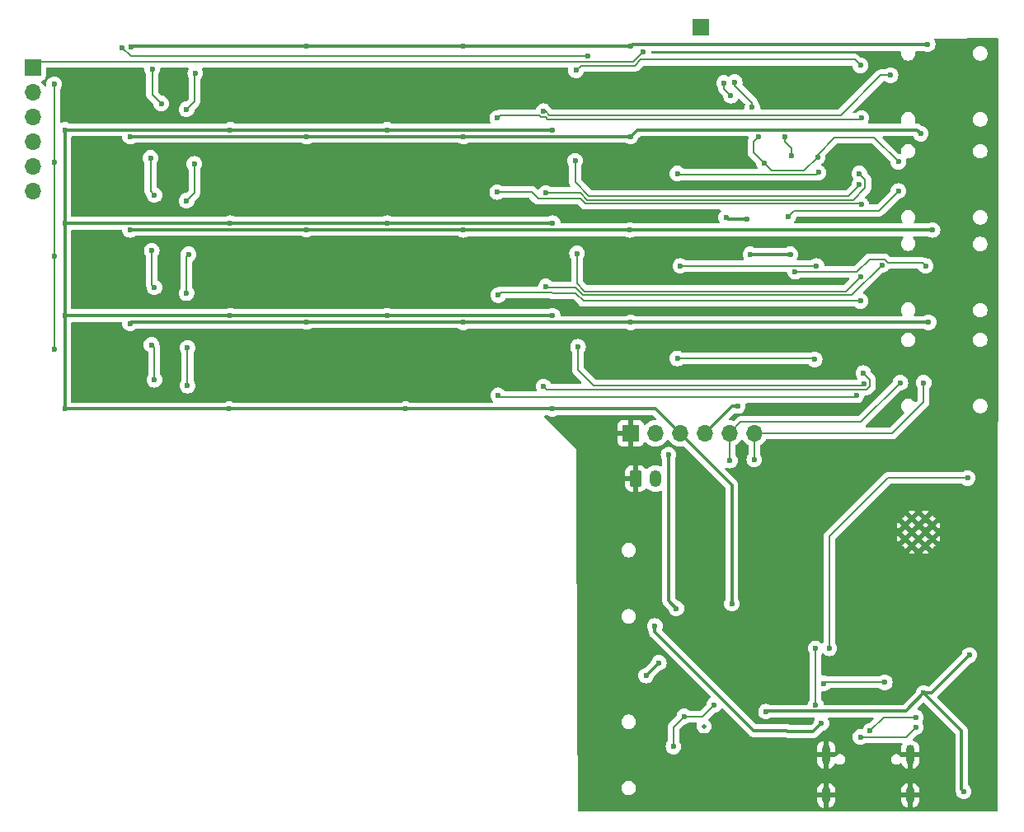
<source format=gbr>
%TF.GenerationSoftware,KiCad,Pcbnew,8.0.5*%
%TF.CreationDate,2025-03-07T14:34:27+01:00*%
%TF.ProjectId,eeg_4-channel_final,6565675f-342d-4636-9861-6e6e656c5f66,rev?*%
%TF.SameCoordinates,Original*%
%TF.FileFunction,Copper,L2,Bot*%
%TF.FilePolarity,Positive*%
%FSLAX46Y46*%
G04 Gerber Fmt 4.6, Leading zero omitted, Abs format (unit mm)*
G04 Created by KiCad (PCBNEW 8.0.5) date 2025-03-07 14:34:27*
%MOMM*%
%LPD*%
G01*
G04 APERTURE LIST*
G04 Aperture macros list*
%AMRoundRect*
0 Rectangle with rounded corners*
0 $1 Rounding radius*
0 $2 $3 $4 $5 $6 $7 $8 $9 X,Y pos of 4 corners*
0 Add a 4 corners polygon primitive as box body*
4,1,4,$2,$3,$4,$5,$6,$7,$8,$9,$2,$3,0*
0 Add four circle primitives for the rounded corners*
1,1,$1+$1,$2,$3*
1,1,$1+$1,$4,$5*
1,1,$1+$1,$6,$7*
1,1,$1+$1,$8,$9*
0 Add four rect primitives between the rounded corners*
20,1,$1+$1,$2,$3,$4,$5,0*
20,1,$1+$1,$4,$5,$6,$7,0*
20,1,$1+$1,$6,$7,$8,$9,0*
20,1,$1+$1,$8,$9,$2,$3,0*%
G04 Aperture macros list end*
%TA.AperFunction,ComponentPad*%
%ADD10R,1.700000X1.700000*%
%TD*%
%TA.AperFunction,ComponentPad*%
%ADD11O,1.700000X1.700000*%
%TD*%
%TA.AperFunction,ComponentPad*%
%ADD12C,0.499999*%
%TD*%
%TA.AperFunction,ComponentPad*%
%ADD13O,0.900000X2.000000*%
%TD*%
%TA.AperFunction,ComponentPad*%
%ADD14O,0.900000X1.700000*%
%TD*%
%TA.AperFunction,HeatsinkPad*%
%ADD15C,0.600000*%
%TD*%
%TA.AperFunction,ComponentPad*%
%ADD16RoundRect,0.250000X-0.350000X-0.625000X0.350000X-0.625000X0.350000X0.625000X-0.350000X0.625000X0*%
%TD*%
%TA.AperFunction,ComponentPad*%
%ADD17O,1.200000X1.750000*%
%TD*%
%TA.AperFunction,ViaPad*%
%ADD18C,0.600000*%
%TD*%
%TA.AperFunction,Conductor*%
%ADD19C,0.200000*%
%TD*%
%TA.AperFunction,Conductor*%
%ADD20C,0.300000*%
%TD*%
G04 APERTURE END LIST*
D10*
%TO.P,J2,1,Pin_1*%
%TO.N,DRL*%
X20897500Y-22000000D03*
D11*
%TO.P,J2,2,Pin_2*%
%TO.N,Channel_ref*%
X20897500Y-24540000D03*
%TO.P,J2,3,Pin_3*%
%TO.N,Channel1*%
X20897500Y-27080000D03*
%TO.P,J2,4,Pin_4*%
%TO.N,Channel2*%
X20897500Y-29620000D03*
%TO.P,J2,5,Pin_5*%
%TO.N,Channel3*%
X20897500Y-32160000D03*
%TO.P,J2,6,Pin_6*%
%TO.N,Channel4*%
X20897500Y-34700000D03*
%TD*%
D12*
%TO.P,U4,V*%
%TO.N,N/C*%
X89834997Y-89700001D03*
%TD*%
D10*
%TO.P,J4,1,Pin_1*%
%TO.N,GND*%
X82300000Y-59600000D03*
D11*
%TO.P,J4,2,Pin_2*%
%TO.N,+2V*%
X84840000Y-59600000D03*
%TO.P,J4,3,Pin_3*%
%TO.N,-2V*%
X87380000Y-59600000D03*
%TO.P,J4,4,Pin_4*%
%TO.N,3.3V*%
X89920000Y-59600000D03*
%TO.P,J4,5,Pin_5*%
%TO.N,SCL*%
X92460000Y-59600000D03*
%TO.P,J4,6,Pin_6*%
%TO.N,SDA*%
X95000000Y-59600000D03*
%TD*%
D13*
%TO.P,J1,S1,SHIELD*%
%TO.N,GND*%
X102362500Y-92630000D03*
%TO.P,J1,S2,SHIELD*%
X111012500Y-92630000D03*
D14*
%TO.P,J1,S3,SHIELD*%
X102362500Y-96800000D03*
%TO.P,J1,S4,SHIELD*%
X111012500Y-96800000D03*
%TD*%
D15*
%TO.P,U24,39,GND*%
%TO.N,GND*%
X112580000Y-68350000D03*
X111180000Y-68350000D03*
X113280000Y-69050000D03*
X111880000Y-69050000D03*
X110480000Y-69050000D03*
X112580000Y-69725000D03*
X111180000Y-69725000D03*
X113280000Y-70450000D03*
X111880000Y-70450000D03*
X110480000Y-70450000D03*
X112580000Y-71150000D03*
X111180000Y-71150000D03*
%TD*%
D16*
%TO.P,J3,1,Pin_1*%
%TO.N,GND*%
X82850000Y-64250000D03*
D17*
%TO.P,J3,2,Pin_2*%
%TO.N,3.7V*%
X84850000Y-64250000D03*
%TD*%
D10*
%TO.P,J5,1,Pin_1*%
%TO.N,ADC_1*%
X89500000Y-17900000D03*
%TD*%
D18*
%TO.N,Net-(U4-EN+)*%
X87800000Y-88700000D03*
X90900000Y-87500000D03*
X86700000Y-91799998D03*
%TO.N,GND*%
X44100000Y-25900000D03*
X82700000Y-43000000D03*
X106327520Y-20674904D03*
X82800000Y-87100000D03*
X60400000Y-54200000D03*
X109500000Y-96800000D03*
X119300000Y-93700000D03*
X51500000Y-25700000D03*
X88700000Y-67200000D03*
X112400000Y-82400000D03*
X27100000Y-44900000D03*
X43900000Y-54200000D03*
X65000000Y-24100000D03*
X62300000Y-54200000D03*
X96000000Y-93300000D03*
X71200000Y-54700000D03*
X87100000Y-24200000D03*
X50300000Y-44400000D03*
X89400000Y-74700000D03*
X50400000Y-40700000D03*
X29000000Y-35400000D03*
X100400000Y-65600000D03*
X82800000Y-68400000D03*
X83700000Y-32200000D03*
X68600000Y-44175000D03*
X98500000Y-25800000D03*
X75800000Y-47100000D03*
X57500000Y-54200000D03*
X49900000Y-52700000D03*
X87100000Y-34100000D03*
X59200000Y-25600000D03*
X50000000Y-24200000D03*
X93300000Y-43600000D03*
X77100000Y-25300000D03*
X49000000Y-24100000D03*
X59700000Y-44400000D03*
X88800000Y-69100000D03*
X30700000Y-25100000D03*
X81400000Y-52500000D03*
X30500000Y-54000000D03*
X109900000Y-94200000D03*
X70200000Y-33700000D03*
X104000000Y-96800000D03*
X98300000Y-22400000D03*
X88900000Y-78600000D03*
X82300000Y-24000000D03*
X44100000Y-44800000D03*
X44000000Y-35300000D03*
X68700000Y-53900000D03*
X92200000Y-34200000D03*
X101700000Y-34100000D03*
X70000000Y-24420000D03*
X101500000Y-44000000D03*
X50300000Y-36600000D03*
X90184997Y-91600000D03*
X50300000Y-46000000D03*
X82400000Y-52500000D03*
X77300000Y-47100000D03*
X93300000Y-34000000D03*
X65200000Y-42800000D03*
X27000000Y-35400000D03*
X60900000Y-43100000D03*
X96100000Y-91400000D03*
X101632877Y-24462778D03*
X92300000Y-43600000D03*
X73300000Y-43300000D03*
X116000000Y-60300000D03*
X119500000Y-64100000D03*
X82200000Y-33500000D03*
X60800000Y-35200000D03*
X72300000Y-24420000D03*
X101600000Y-47100000D03*
X65100000Y-33300000D03*
X92000000Y-89100000D03*
X60900000Y-44400000D03*
X98600000Y-86900000D03*
X87100000Y-53100000D03*
X92100000Y-53100000D03*
X49000000Y-52600000D03*
X29100000Y-54300000D03*
X92000000Y-90200000D03*
X81060000Y-25559886D03*
X85100000Y-87000000D03*
X72200000Y-33700000D03*
X101600000Y-37700000D03*
X96400000Y-97500000D03*
X93400000Y-53100000D03*
X26900000Y-25100000D03*
X59600000Y-35200000D03*
X61000000Y-24700000D03*
X116300000Y-97600000D03*
X101500000Y-57041500D03*
X95924035Y-24790000D03*
X80500000Y-59600000D03*
X81500000Y-43100000D03*
X30700000Y-25900000D03*
X30600000Y-44500000D03*
X65100000Y-52300000D03*
X87800000Y-90599998D03*
X87400000Y-43600000D03*
X74800000Y-54100000D03*
X90800000Y-94900000D03*
X79200000Y-37700000D03*
X91200000Y-25500000D03*
X119700000Y-81300000D03*
X112000000Y-91000000D03*
X51500000Y-53700000D03*
X76400000Y-54100000D03*
X61200000Y-25600000D03*
X104543027Y-24575000D03*
X103200000Y-94400000D03*
X77100000Y-37700000D03*
X50251473Y-31700000D03*
X50200000Y-35000000D03*
X30600000Y-35100000D03*
X98800000Y-34100000D03*
X29100000Y-44900000D03*
X62300000Y-35200000D03*
X27000000Y-54200000D03*
%TO.N,+2V*%
X49000000Y-29100000D03*
X65100000Y-48200000D03*
X113300000Y-38700000D03*
X65100000Y-29100000D03*
X30900000Y-38700000D03*
X30900000Y-48300000D03*
X65100000Y-38700000D03*
X49000000Y-38650000D03*
X49000000Y-19800000D03*
X82200000Y-38700000D03*
X82300000Y-48200000D03*
X87000000Y-77600000D03*
X112900000Y-48200000D03*
X65100000Y-19800000D03*
X82300000Y-19800000D03*
X31000000Y-19900000D03*
X30900000Y-29100000D03*
X112100000Y-28800000D03*
X86200000Y-61800000D03*
X82300000Y-29100000D03*
X112800000Y-19600000D03*
X49000000Y-48150000D03*
%TO.N,-2V*%
X92700000Y-77100000D03*
X24200000Y-28400000D03*
X41100000Y-57100000D03*
X74300000Y-28400000D03*
X57300000Y-38000000D03*
X41200000Y-38000000D03*
X41200000Y-28400000D03*
X59200000Y-57100000D03*
X57300000Y-28400000D03*
X74300000Y-38000000D03*
X57300000Y-47500000D03*
X24200000Y-57100000D03*
X41200000Y-47500000D03*
X74300000Y-47500000D03*
X74300000Y-57100000D03*
X24200000Y-38000000D03*
X24200000Y-47500000D03*
%TO.N,Net-(C6-Pad1)*%
X37600000Y-22600000D03*
X36700000Y-26300000D03*
%TO.N,Net-(U6--IN_A)*%
X76700000Y-22300000D03*
X105900000Y-21788500D03*
%TO.N,DRL_1*%
X77900000Y-20800000D03*
X30100000Y-19932500D03*
%TO.N,DRL*%
X83600000Y-20400000D03*
%TO.N,3.3V*%
X98700000Y-41200000D03*
X92100000Y-37400000D03*
X94600000Y-41200000D03*
X112400000Y-86300000D03*
X83900000Y-84500000D03*
X96200000Y-88200000D03*
X116500000Y-96400000D03*
X85200000Y-83200000D03*
X93300000Y-56800000D03*
X117100000Y-82400000D03*
X94217108Y-37617108D03*
%TO.N,Net-(U11--IN_A)*%
X105800000Y-34000000D03*
X76600000Y-31600000D03*
%TO.N,Net-(U18--IN_A)*%
X76900000Y-50700000D03*
X106300000Y-54500000D03*
%TO.N,Net-(U22--IN_A)*%
X105900000Y-43500000D03*
X76800000Y-41100000D03*
%TO.N,EN*%
X116900000Y-64200000D03*
X102700000Y-81700000D03*
%TO.N,IO0*%
X101300000Y-87500000D03*
X101300000Y-81700000D03*
%TO.N,5V*%
X84800000Y-79400000D03*
X101900000Y-89400000D03*
%TO.N,USB_D-*%
X105900000Y-90800000D03*
X111600000Y-89800000D03*
%TO.N,USB_D+*%
X111600000Y-88800000D03*
X106900000Y-90200000D03*
%TO.N,Channel_ref*%
X23100000Y-23707500D03*
X23100000Y-41400000D03*
X23126349Y-31773651D03*
X23100000Y-51000000D03*
%TO.N,SCL*%
X92500000Y-62400000D03*
X110000000Y-54400000D03*
%TO.N,SDA*%
X112600000Y-42400000D03*
X95000000Y-62300000D03*
X112400000Y-54400000D03*
X99200000Y-43000000D03*
%TO.N,Net-(Q2-B)*%
X108400000Y-85200000D03*
X102100000Y-85300000D03*
%TO.N,Net-(R17-Pad2)*%
X109000000Y-22800000D03*
X73336421Y-26495195D03*
%TO.N,ADC_1*%
X94800000Y-26100000D03*
X93000000Y-23500000D03*
%TO.N,Net-(U7--IN_A)*%
X91900000Y-23590000D03*
X92600000Y-24900000D03*
%TO.N,Net-(R23-Pad1)*%
X68600000Y-27200000D03*
X106000000Y-27200000D03*
%TO.N,Net-(U3-ALERT{slash}RDY)*%
X98135735Y-29135735D03*
X98800000Y-31100000D03*
%TO.N,Net-(C32-Pad1)*%
X37500000Y-31900000D03*
X36700000Y-35700000D03*
%TO.N,Net-(R40-Pad2)*%
X105800000Y-32900000D03*
X73600000Y-34900000D03*
%TO.N,Net-(R41-Pad1)*%
X106000000Y-36100000D03*
X68600000Y-34800000D03*
%TO.N,Net-(C54-Pad1)*%
X36800000Y-54700000D03*
X36800000Y-50800000D03*
%TO.N,Net-(R61-Pad2)*%
X106200000Y-53400000D03*
X73369390Y-54787849D03*
%TO.N,Net-(R62-Pad1)*%
X105500000Y-55700000D03*
X68700000Y-55700000D03*
%TO.N,Net-(C73-Pad1)*%
X36900000Y-41200000D03*
X36700000Y-45200000D03*
%TO.N,Net-(R76-Pad2)*%
X73600000Y-44500000D03*
X108100000Y-42300000D03*
%TO.N,Net-(R77-Pad1)*%
X68700000Y-45400000D03*
X105900000Y-46000000D03*
%TO.N,Net-(U12-+IN_A)*%
X87100000Y-32900000D03*
X101600000Y-32800000D03*
%TO.N,Net-(U14-+IN_A)*%
X101400000Y-42400000D03*
X87400000Y-42400000D03*
%TO.N,Net-(U16-+IN_A)*%
X87100000Y-51900000D03*
X101200000Y-52000000D03*
%TO.N,Net-(R8-Pad1)*%
X33168973Y-22175000D03*
X34100000Y-25700000D03*
%TO.N,Net-(R32-Pad1)*%
X33400000Y-35100000D03*
X33000000Y-31300000D03*
%TO.N,Net-(R103-Pad2)*%
X33400000Y-54100000D03*
X33100000Y-50500000D03*
%TO.N,Net-(R101-Pad2)*%
X33125408Y-40831523D03*
X33400000Y-44600000D03*
%TO.N,GND_ADC*%
X109800000Y-31700000D03*
X101500000Y-31200000D03*
X96000000Y-31800000D03*
X109800000Y-34700000D03*
X98500000Y-37300000D03*
X95400000Y-29100000D03*
%TD*%
D19*
%TO.N,Net-(U4-EN+)*%
X90900000Y-87500000D02*
X89700000Y-88700000D01*
X86700000Y-89800000D02*
X86700000Y-91799998D01*
X89700000Y-88700000D02*
X87800000Y-88700000D01*
X87800000Y-88700000D02*
X86700000Y-89800000D01*
D20*
%TO.N,+2V*%
X30950000Y-38650000D02*
X30900000Y-38700000D01*
X112100000Y-28800000D02*
X111700000Y-28400000D01*
X82461500Y-19638500D02*
X112761500Y-19638500D01*
X49000000Y-19800000D02*
X31100000Y-19800000D01*
X111700000Y-28400000D02*
X83000000Y-28400000D01*
X49000000Y-29100000D02*
X65100000Y-29100000D01*
X82200000Y-38700000D02*
X113300000Y-38700000D01*
X49000000Y-38650000D02*
X30950000Y-38650000D01*
X31000000Y-48200000D02*
X30900000Y-48300000D01*
X49000000Y-48150000D02*
X65050000Y-48150000D01*
X65050000Y-38650000D02*
X65100000Y-38700000D01*
X65100000Y-29100000D02*
X82300000Y-29100000D01*
X87000000Y-77600000D02*
X86200000Y-76800000D01*
X65050000Y-48150000D02*
X65100000Y-48200000D01*
X86200000Y-76800000D02*
X86200000Y-61800000D01*
X83000000Y-28400000D02*
X82300000Y-29100000D01*
X30900000Y-29100000D02*
X49000000Y-29100000D01*
X112761500Y-19638500D02*
X112800000Y-19600000D01*
X82300000Y-19800000D02*
X82461500Y-19638500D01*
X49000000Y-38650000D02*
X65050000Y-38650000D01*
X65100000Y-48200000D02*
X82300000Y-48200000D01*
X31100000Y-19800000D02*
X31000000Y-19900000D01*
X112900000Y-48200000D02*
X82300000Y-48200000D01*
X65100000Y-38700000D02*
X82200000Y-38700000D01*
X65100000Y-19800000D02*
X49000000Y-19800000D01*
X82300000Y-19800000D02*
X65100000Y-19800000D01*
X49000000Y-48150000D02*
X48950000Y-48200000D01*
X48950000Y-48200000D02*
X31000000Y-48200000D01*
%TO.N,-2V*%
X57300000Y-28400000D02*
X74300000Y-28400000D01*
X24200000Y-47500000D02*
X41200000Y-47500000D01*
X41200000Y-38000000D02*
X57300000Y-38000000D01*
X24200000Y-57100000D02*
X41100000Y-57100000D01*
X41200000Y-47500000D02*
X57300000Y-47500000D01*
X24200000Y-57100000D02*
X24200000Y-47500000D01*
X59200000Y-57100000D02*
X74300000Y-57100000D01*
X24200000Y-38000000D02*
X41200000Y-38000000D01*
X24200000Y-47500000D02*
X24200000Y-38000000D01*
X24200000Y-38000000D02*
X24200000Y-28400000D01*
X74300000Y-57100000D02*
X84880000Y-57100000D01*
X41100000Y-57100000D02*
X59200000Y-57100000D01*
X92700000Y-77100000D02*
X92700000Y-64920000D01*
X84880000Y-57100000D02*
X87380000Y-59600000D01*
X57300000Y-47500000D02*
X74300000Y-47500000D01*
X24200000Y-28400000D02*
X41200000Y-28400000D01*
X57300000Y-38000000D02*
X74300000Y-38000000D01*
X41200000Y-28400000D02*
X57300000Y-28400000D01*
X92700000Y-64920000D02*
X87380000Y-59600000D01*
D19*
%TO.N,Net-(C6-Pad1)*%
X37500000Y-22700000D02*
X37500000Y-25500000D01*
X37500000Y-25500000D02*
X36700000Y-26300000D01*
X37600000Y-22600000D02*
X37500000Y-22700000D01*
%TO.N,Net-(U6--IN_A)*%
X105900000Y-21788500D02*
X105311500Y-21200000D01*
X82765686Y-21800000D02*
X77200000Y-21800000D01*
X77200000Y-21800000D02*
X76700000Y-22300000D01*
X83365686Y-21200000D02*
X82765686Y-21800000D01*
X105311500Y-21200000D02*
X83365686Y-21200000D01*
%TO.N,DRL_1*%
X30967500Y-20800000D02*
X30100000Y-19932500D01*
X77900000Y-20800000D02*
X30967500Y-20800000D01*
%TO.N,DRL*%
X21497500Y-21400000D02*
X20897500Y-22000000D01*
X82600000Y-21400000D02*
X21497500Y-21400000D01*
X83600000Y-20400000D02*
X82600000Y-21400000D01*
D20*
%TO.N,3.3V*%
X112400000Y-86300000D02*
X110550000Y-88150000D01*
X113200000Y-86300000D02*
X112400000Y-86300000D01*
X83900000Y-84500000D02*
X85200000Y-83200000D01*
X116300000Y-96200000D02*
X116300000Y-90200000D01*
X92720000Y-56800000D02*
X93300000Y-56800000D01*
X110550000Y-88150000D02*
X96250000Y-88150000D01*
X116500000Y-96400000D02*
X116300000Y-96200000D01*
X94217108Y-37617108D02*
X92317108Y-37617108D01*
X96250000Y-88150000D02*
X96200000Y-88200000D01*
X89920000Y-59600000D02*
X92720000Y-56800000D01*
X94600000Y-41200000D02*
X98700000Y-41200000D01*
X92317108Y-37617108D02*
X92100000Y-37400000D01*
X117100000Y-82400000D02*
X113200000Y-86300000D01*
X116300000Y-90200000D02*
X112400000Y-86300000D01*
D19*
%TO.N,Net-(U11--IN_A)*%
X105800000Y-34000000D02*
X105800000Y-34100000D01*
X76600000Y-33800000D02*
X76600000Y-31600000D01*
X78000000Y-35200000D02*
X76600000Y-33800000D01*
X105800000Y-34100000D02*
X104700000Y-35200000D01*
X104700000Y-35200000D02*
X78000000Y-35200000D01*
%TO.N,Net-(U18--IN_A)*%
X106100000Y-54700000D02*
X78500000Y-54700000D01*
X106300000Y-54500000D02*
X106100000Y-54700000D01*
X78500000Y-54700000D02*
X76900000Y-53100000D01*
X76900000Y-53100000D02*
X76900000Y-50700000D01*
%TO.N,Net-(U22--IN_A)*%
X77600000Y-45000000D02*
X104400000Y-45000000D01*
X76800000Y-44200000D02*
X77600000Y-45000000D01*
X76800000Y-41100000D02*
X76800000Y-44200000D01*
X104400000Y-45000000D02*
X105900000Y-43500000D01*
%TO.N,EN*%
X108700000Y-64200000D02*
X116900000Y-64200000D01*
X102700000Y-70200000D02*
X108700000Y-64200000D01*
X102700000Y-81700000D02*
X102700000Y-70200000D01*
%TO.N,IO0*%
X101300000Y-87500000D02*
X101300000Y-81700000D01*
D20*
%TO.N,5V*%
X84800000Y-80019239D02*
X84800000Y-79400000D01*
X98330761Y-90150000D02*
X94930761Y-90150000D01*
X101900000Y-89400000D02*
X101050000Y-90250000D01*
X98430761Y-90250000D02*
X98330761Y-90150000D01*
X94930761Y-90150000D02*
X84800000Y-80019239D01*
X101050000Y-90250000D02*
X98430761Y-90250000D01*
D19*
%TO.N,USB_D-*%
X111600000Y-89800000D02*
X110600000Y-90800000D01*
X110600000Y-90800000D02*
X105900000Y-90800000D01*
%TO.N,USB_D+*%
X108300000Y-88800000D02*
X111600000Y-88800000D01*
X106900000Y-90200000D02*
X108300000Y-88800000D01*
%TO.N,Channel_ref*%
X23126349Y-31773651D02*
X23126349Y-23733849D01*
X23100000Y-41400000D02*
X23100000Y-51000000D01*
X23126349Y-23733849D02*
X23100000Y-23707500D01*
X23126349Y-41373651D02*
X23100000Y-41400000D01*
X23126349Y-31773651D02*
X23126349Y-41373651D01*
%TO.N,SCL*%
X105950000Y-58450000D02*
X93610000Y-58450000D01*
X92460000Y-62360000D02*
X92460000Y-59600000D01*
X110000000Y-54400000D02*
X105950000Y-58450000D01*
X92500000Y-62400000D02*
X92460000Y-62360000D01*
X93610000Y-58450000D02*
X92460000Y-59600000D01*
%TO.N,SDA*%
X112400000Y-56393582D02*
X109193582Y-59600000D01*
X112300000Y-42100000D02*
X112600000Y-42400000D01*
X95000000Y-62300000D02*
X95000000Y-59600000D01*
X108748529Y-42100000D02*
X112300000Y-42100000D01*
X105551471Y-43000000D02*
X106851471Y-41700000D01*
X108348529Y-41700000D02*
X108748529Y-42100000D01*
X112400000Y-54400000D02*
X112400000Y-56393582D01*
X106851471Y-41700000D02*
X108348529Y-41700000D01*
X99200000Y-43000000D02*
X105551471Y-43000000D01*
X109193582Y-59600000D02*
X95000000Y-59600000D01*
%TO.N,Net-(Q2-B)*%
X102200000Y-85200000D02*
X102100000Y-85300000D01*
X108400000Y-85200000D02*
X102200000Y-85200000D01*
%TO.N,Net-(R17-Pad2)*%
X73550636Y-26495195D02*
X73336421Y-26495195D01*
X108000000Y-22800000D02*
X103900000Y-26900000D01*
X109000000Y-22800000D02*
X108000000Y-22800000D01*
X73955441Y-26900000D02*
X73550636Y-26495195D01*
X103900000Y-26900000D02*
X73955441Y-26900000D01*
%TO.N,ADC_1*%
X93000000Y-23841471D02*
X93000000Y-23500000D01*
X94800000Y-25641471D02*
X93000000Y-23841471D01*
X94800000Y-26100000D02*
X94800000Y-25641471D01*
%TO.N,Net-(U7--IN_A)*%
X91900000Y-23590000D02*
X91900000Y-24200000D01*
X91900000Y-24200000D02*
X92600000Y-24900000D01*
%TO.N,Net-(R23-Pad1)*%
X73584950Y-27095195D02*
X73789755Y-27300000D01*
X73789755Y-27300000D02*
X105900000Y-27300000D01*
X68900000Y-26900000D02*
X72892697Y-26900000D01*
X72892697Y-26900000D02*
X73087892Y-27095195D01*
X105900000Y-27300000D02*
X106000000Y-27200000D01*
X73087892Y-27095195D02*
X73584950Y-27095195D01*
X68600000Y-27200000D02*
X68900000Y-26900000D01*
%TO.N,Net-(U3-ALERT{slash}RDY)*%
X98135735Y-29635735D02*
X98135735Y-29135735D01*
X98800000Y-31100000D02*
X98800000Y-30300000D01*
X98800000Y-30300000D02*
X98135735Y-29635735D01*
%TO.N,Net-(C32-Pad1)*%
X37500000Y-31900000D02*
X37500000Y-34900000D01*
X37500000Y-34900000D02*
X36700000Y-35700000D01*
%TO.N,Net-(R40-Pad2)*%
X106400000Y-34400000D02*
X105200000Y-35600000D01*
X106400000Y-33500000D02*
X106400000Y-34400000D01*
X105200000Y-35600000D02*
X77834314Y-35600000D01*
X105800000Y-32900000D02*
X106400000Y-33500000D01*
X77834314Y-35600000D02*
X77134314Y-34900000D01*
X77134314Y-34900000D02*
X73600000Y-34900000D01*
%TO.N,Net-(R41-Pad1)*%
X72148529Y-34800000D02*
X68600000Y-34800000D01*
X105900000Y-36000000D02*
X77668628Y-36000000D01*
X72848529Y-35500000D02*
X72148529Y-34800000D01*
X77168628Y-35500000D02*
X72848529Y-35500000D01*
X106000000Y-36100000D02*
X105900000Y-36000000D01*
X77668628Y-36000000D02*
X77168628Y-35500000D01*
%TO.N,Net-(C54-Pad1)*%
X36800000Y-50800000D02*
X36800000Y-54700000D01*
%TO.N,Net-(R61-Pad2)*%
X73681541Y-55100000D02*
X73369390Y-54787849D01*
X106548529Y-55100000D02*
X73681541Y-55100000D01*
X106900000Y-54748529D02*
X106548529Y-55100000D01*
X106900000Y-54100000D02*
X106900000Y-54748529D01*
X106200000Y-53400000D02*
X106900000Y-54100000D01*
%TO.N,Net-(R62-Pad1)*%
X105500000Y-55700000D02*
X105300000Y-55900000D01*
X68900000Y-55900000D02*
X68700000Y-55700000D01*
X105300000Y-55900000D02*
X68900000Y-55900000D01*
%TO.N,Net-(C73-Pad1)*%
X36700000Y-41400000D02*
X36700000Y-45200000D01*
X36900000Y-41200000D02*
X36700000Y-41400000D01*
%TO.N,Net-(R76-Pad2)*%
X76634314Y-44600000D02*
X77434314Y-45400000D01*
X105000000Y-45400000D02*
X108100000Y-42300000D01*
X73600000Y-44500000D02*
X73700000Y-44600000D01*
X77434314Y-45400000D02*
X105000000Y-45400000D01*
X73700000Y-44600000D02*
X76634314Y-44600000D01*
%TO.N,Net-(R77-Pad1)*%
X74225210Y-45100000D02*
X74325210Y-45200000D01*
X68700000Y-45400000D02*
X69000000Y-45100000D01*
X74325210Y-45200000D02*
X76668628Y-45200000D01*
X76668628Y-45200000D02*
X77468628Y-46000000D01*
X77468628Y-46000000D02*
X105900000Y-46000000D01*
X69000000Y-45100000D02*
X74225210Y-45100000D01*
%TO.N,Net-(U12-+IN_A)*%
X87200000Y-33000000D02*
X101400000Y-33000000D01*
X87100000Y-32900000D02*
X87200000Y-33000000D01*
X101400000Y-33000000D02*
X101600000Y-32800000D01*
%TO.N,Net-(U14-+IN_A)*%
X87400000Y-42400000D02*
X101400000Y-42400000D01*
%TO.N,Net-(U16-+IN_A)*%
X101100000Y-51900000D02*
X101200000Y-52000000D01*
X87100000Y-51900000D02*
X101100000Y-51900000D01*
%TO.N,Net-(R8-Pad1)*%
X33168973Y-24768973D02*
X33168973Y-22175000D01*
X34100000Y-25700000D02*
X33168973Y-24768973D01*
%TO.N,Net-(R32-Pad1)*%
X33000000Y-31300000D02*
X33000000Y-34700000D01*
X33000000Y-34700000D02*
X33400000Y-35100000D01*
%TO.N,Net-(R103-Pad2)*%
X33400000Y-50800000D02*
X33100000Y-50500000D01*
X33400000Y-54100000D02*
X33400000Y-50800000D01*
%TO.N,Net-(R101-Pad2)*%
X33125408Y-40831523D02*
X33125408Y-44325408D01*
X33125408Y-44325408D02*
X33400000Y-44600000D01*
%TO.N,GND_ADC*%
X109800000Y-31700000D02*
X107300000Y-29200000D01*
X101500000Y-30951471D02*
X101500000Y-31200000D01*
X95400000Y-29100000D02*
X94900000Y-29600000D01*
X96000000Y-31800000D02*
X96800000Y-32600000D01*
X98500000Y-37300000D02*
X99100000Y-36700000D01*
X99100000Y-36700000D02*
X107800000Y-36700000D01*
X100100000Y-32600000D02*
X101500000Y-31200000D01*
X96800000Y-32600000D02*
X100100000Y-32600000D01*
X107800000Y-36700000D02*
X109800000Y-34700000D01*
X103251471Y-29200000D02*
X101500000Y-30951471D01*
X107300000Y-29200000D02*
X103251471Y-29200000D01*
X94900000Y-29600000D02*
X94900000Y-30700000D01*
X94900000Y-30700000D02*
X96000000Y-31800000D01*
%TD*%
%TA.AperFunction,Conductor*%
%TO.N,GND*%
G36*
X120042723Y-19019797D02*
G01*
X120088582Y-19072511D01*
X120099890Y-19124354D01*
X120030118Y-98315609D01*
X120010374Y-98382631D01*
X119957530Y-98428340D01*
X119906118Y-98439500D01*
X77023013Y-98439500D01*
X76955974Y-98419815D01*
X76910219Y-98367011D01*
X76899015Y-98316165D01*
X76887260Y-96123920D01*
X81349499Y-96123920D01*
X81378340Y-96268907D01*
X81378343Y-96268917D01*
X81434912Y-96405488D01*
X81434919Y-96405501D01*
X81517048Y-96528415D01*
X81517051Y-96528419D01*
X81621580Y-96632948D01*
X81621584Y-96632951D01*
X81744498Y-96715080D01*
X81744511Y-96715087D01*
X81827648Y-96749523D01*
X81881087Y-96771658D01*
X81881091Y-96771658D01*
X81881092Y-96771659D01*
X82026079Y-96800500D01*
X82026082Y-96800500D01*
X82173920Y-96800500D01*
X82271462Y-96781096D01*
X82318913Y-96771658D01*
X82455495Y-96715084D01*
X82578416Y-96632951D01*
X82682951Y-96528416D01*
X82765084Y-96405495D01*
X82806119Y-96306428D01*
X101412500Y-96306428D01*
X101412500Y-96550000D01*
X102062500Y-96550000D01*
X102062500Y-97050000D01*
X101412500Y-97050000D01*
X101412500Y-97293571D01*
X101449006Y-97477097D01*
X101449008Y-97477105D01*
X101520619Y-97649991D01*
X101520624Y-97650000D01*
X101624586Y-97805589D01*
X101624589Y-97805593D01*
X101756906Y-97937910D01*
X101756910Y-97937913D01*
X101912499Y-98041875D01*
X101912512Y-98041882D01*
X102085389Y-98113489D01*
X102085396Y-98113491D01*
X102112500Y-98118882D01*
X102112500Y-97366988D01*
X102122440Y-97384205D01*
X102178295Y-97440060D01*
X102246704Y-97479556D01*
X102323004Y-97500000D01*
X102401996Y-97500000D01*
X102478296Y-97479556D01*
X102546705Y-97440060D01*
X102602560Y-97384205D01*
X102612500Y-97366988D01*
X102612500Y-98118881D01*
X102639603Y-98113491D01*
X102639610Y-98113489D01*
X102812487Y-98041882D01*
X102812500Y-98041875D01*
X102968089Y-97937913D01*
X102968093Y-97937910D01*
X103100410Y-97805593D01*
X103100413Y-97805589D01*
X103204375Y-97650000D01*
X103204380Y-97649991D01*
X103275991Y-97477105D01*
X103275993Y-97477097D01*
X103312499Y-97293571D01*
X103312500Y-97293569D01*
X103312500Y-97050000D01*
X102662500Y-97050000D01*
X102662500Y-96550000D01*
X103312500Y-96550000D01*
X103312500Y-96306430D01*
X103312499Y-96306428D01*
X110062500Y-96306428D01*
X110062500Y-96550000D01*
X110712500Y-96550000D01*
X110712500Y-97050000D01*
X110062500Y-97050000D01*
X110062500Y-97293571D01*
X110099006Y-97477097D01*
X110099008Y-97477105D01*
X110170619Y-97649991D01*
X110170624Y-97650000D01*
X110274586Y-97805589D01*
X110274589Y-97805593D01*
X110406906Y-97937910D01*
X110406910Y-97937913D01*
X110562499Y-98041875D01*
X110562512Y-98041882D01*
X110735389Y-98113489D01*
X110735396Y-98113491D01*
X110762500Y-98118882D01*
X110762500Y-97366988D01*
X110772440Y-97384205D01*
X110828295Y-97440060D01*
X110896704Y-97479556D01*
X110973004Y-97500000D01*
X111051996Y-97500000D01*
X111128296Y-97479556D01*
X111196705Y-97440060D01*
X111252560Y-97384205D01*
X111262500Y-97366988D01*
X111262500Y-98118881D01*
X111289603Y-98113491D01*
X111289610Y-98113489D01*
X111462487Y-98041882D01*
X111462500Y-98041875D01*
X111618089Y-97937913D01*
X111618093Y-97937910D01*
X111750410Y-97805593D01*
X111750413Y-97805589D01*
X111854375Y-97650000D01*
X111854380Y-97649991D01*
X111925991Y-97477105D01*
X111925993Y-97477097D01*
X111962499Y-97293571D01*
X111962500Y-97293569D01*
X111962500Y-97050000D01*
X111312500Y-97050000D01*
X111312500Y-96550000D01*
X111962500Y-96550000D01*
X111962500Y-96306430D01*
X111962499Y-96306428D01*
X111925993Y-96122902D01*
X111925991Y-96122894D01*
X111854380Y-95950008D01*
X111854375Y-95949999D01*
X111750413Y-95794410D01*
X111750410Y-95794406D01*
X111618093Y-95662089D01*
X111618089Y-95662086D01*
X111462500Y-95558124D01*
X111462491Y-95558119D01*
X111289603Y-95486507D01*
X111289600Y-95486506D01*
X111262500Y-95481115D01*
X111262500Y-96233011D01*
X111252560Y-96215795D01*
X111196705Y-96159940D01*
X111128296Y-96120444D01*
X111051996Y-96100000D01*
X110973004Y-96100000D01*
X110896704Y-96120444D01*
X110828295Y-96159940D01*
X110772440Y-96215795D01*
X110762500Y-96233011D01*
X110762500Y-95481116D01*
X110762499Y-95481115D01*
X110735399Y-95486506D01*
X110735396Y-95486507D01*
X110562508Y-95558119D01*
X110562499Y-95558124D01*
X110406910Y-95662086D01*
X110406906Y-95662089D01*
X110274589Y-95794406D01*
X110274586Y-95794410D01*
X110170624Y-95949999D01*
X110170619Y-95950008D01*
X110099008Y-96122894D01*
X110099006Y-96122902D01*
X110062500Y-96306428D01*
X103312499Y-96306428D01*
X103275993Y-96122902D01*
X103275991Y-96122894D01*
X103204380Y-95950008D01*
X103204375Y-95949999D01*
X103100413Y-95794410D01*
X103100410Y-95794406D01*
X102968093Y-95662089D01*
X102968089Y-95662086D01*
X102812500Y-95558124D01*
X102812491Y-95558119D01*
X102639603Y-95486507D01*
X102639600Y-95486506D01*
X102612500Y-95481115D01*
X102612500Y-96233011D01*
X102602560Y-96215795D01*
X102546705Y-96159940D01*
X102478296Y-96120444D01*
X102401996Y-96100000D01*
X102323004Y-96100000D01*
X102246704Y-96120444D01*
X102178295Y-96159940D01*
X102122440Y-96215795D01*
X102112500Y-96233011D01*
X102112500Y-95481116D01*
X102112499Y-95481115D01*
X102085399Y-95486506D01*
X102085396Y-95486507D01*
X101912508Y-95558119D01*
X101912499Y-95558124D01*
X101756910Y-95662086D01*
X101756906Y-95662089D01*
X101624589Y-95794406D01*
X101624586Y-95794410D01*
X101520624Y-95949999D01*
X101520619Y-95950008D01*
X101449008Y-96122894D01*
X101449006Y-96122902D01*
X101412500Y-96306428D01*
X82806119Y-96306428D01*
X82821658Y-96268913D01*
X82850500Y-96123918D01*
X82850500Y-95976082D01*
X82850500Y-95976079D01*
X82821659Y-95831092D01*
X82821658Y-95831091D01*
X82821658Y-95831087D01*
X82771066Y-95708946D01*
X82765087Y-95694511D01*
X82765080Y-95694498D01*
X82682951Y-95571584D01*
X82682948Y-95571580D01*
X82578419Y-95467051D01*
X82578415Y-95467048D01*
X82455501Y-95384919D01*
X82455488Y-95384912D01*
X82318917Y-95328343D01*
X82318907Y-95328340D01*
X82173920Y-95299500D01*
X82173918Y-95299500D01*
X82026082Y-95299500D01*
X82026080Y-95299500D01*
X81881092Y-95328340D01*
X81881082Y-95328343D01*
X81744511Y-95384912D01*
X81744498Y-95384919D01*
X81621584Y-95467048D01*
X81621580Y-95467051D01*
X81517051Y-95571580D01*
X81517048Y-95571584D01*
X81434919Y-95694498D01*
X81434912Y-95694511D01*
X81378343Y-95831082D01*
X81378340Y-95831092D01*
X81349500Y-95976079D01*
X81349500Y-95976082D01*
X81349500Y-96123918D01*
X81349500Y-96123920D01*
X81349499Y-96123920D01*
X76887260Y-96123920D01*
X76850799Y-89323920D01*
X81349499Y-89323920D01*
X81378340Y-89468907D01*
X81378343Y-89468917D01*
X81434912Y-89605488D01*
X81434919Y-89605501D01*
X81517048Y-89728415D01*
X81517051Y-89728419D01*
X81621580Y-89832948D01*
X81621584Y-89832951D01*
X81744498Y-89915080D01*
X81744511Y-89915087D01*
X81881082Y-89971656D01*
X81881087Y-89971658D01*
X81881091Y-89971658D01*
X81881092Y-89971659D01*
X82026079Y-90000500D01*
X82026082Y-90000500D01*
X82173920Y-90000500D01*
X82280751Y-89979249D01*
X82318913Y-89971658D01*
X82455495Y-89915084D01*
X82578416Y-89832951D01*
X82682951Y-89728416D01*
X82765084Y-89605495D01*
X82821658Y-89468913D01*
X82849327Y-89329816D01*
X82850500Y-89323920D01*
X82850500Y-89176079D01*
X82821659Y-89031092D01*
X82821658Y-89031091D01*
X82821658Y-89031087D01*
X82811144Y-89005703D01*
X82765087Y-88894511D01*
X82765080Y-88894498D01*
X82682951Y-88771584D01*
X82682948Y-88771580D01*
X82578419Y-88667051D01*
X82578415Y-88667048D01*
X82455501Y-88584919D01*
X82455488Y-88584912D01*
X82318917Y-88528343D01*
X82318907Y-88528340D01*
X82173920Y-88499500D01*
X82173918Y-88499500D01*
X82026082Y-88499500D01*
X82026080Y-88499500D01*
X81881092Y-88528340D01*
X81881082Y-88528343D01*
X81744511Y-88584912D01*
X81744498Y-88584919D01*
X81621584Y-88667048D01*
X81621580Y-88667051D01*
X81517051Y-88771580D01*
X81517048Y-88771584D01*
X81434919Y-88894498D01*
X81434912Y-88894511D01*
X81378343Y-89031082D01*
X81378340Y-89031092D01*
X81349500Y-89176079D01*
X81349500Y-89176082D01*
X81349500Y-89323918D01*
X81349500Y-89323920D01*
X81349499Y-89323920D01*
X76850799Y-89323920D01*
X76824933Y-84499996D01*
X83094435Y-84499996D01*
X83094435Y-84500003D01*
X83114630Y-84679249D01*
X83114631Y-84679254D01*
X83174211Y-84849523D01*
X83270184Y-85002262D01*
X83397738Y-85129816D01*
X83550478Y-85225789D01*
X83720745Y-85285368D01*
X83720750Y-85285369D01*
X83899996Y-85305565D01*
X83900000Y-85305565D01*
X83900004Y-85305565D01*
X84079249Y-85285369D01*
X84079252Y-85285368D01*
X84079255Y-85285368D01*
X84249522Y-85225789D01*
X84402262Y-85129816D01*
X84529816Y-85002262D01*
X84625789Y-84849522D01*
X84685368Y-84679255D01*
X84686182Y-84672025D01*
X84713245Y-84607611D01*
X84721712Y-84598232D01*
X85298224Y-84021720D01*
X85359545Y-83988237D01*
X85372019Y-83986183D01*
X85379255Y-83985368D01*
X85549522Y-83925789D01*
X85702262Y-83829816D01*
X85829816Y-83702262D01*
X85925789Y-83549522D01*
X85985368Y-83379255D01*
X86005565Y-83200000D01*
X86004008Y-83186182D01*
X85985369Y-83020750D01*
X85985368Y-83020745D01*
X85925788Y-82850476D01*
X85829815Y-82697737D01*
X85702262Y-82570184D01*
X85549523Y-82474211D01*
X85379254Y-82414631D01*
X85379249Y-82414630D01*
X85200004Y-82394435D01*
X85199996Y-82394435D01*
X85020750Y-82414630D01*
X85020745Y-82414631D01*
X84850476Y-82474211D01*
X84697737Y-82570184D01*
X84570184Y-82697737D01*
X84474210Y-82850478D01*
X84414632Y-83020744D01*
X84414630Y-83020752D01*
X84413815Y-83027988D01*
X84386743Y-83092400D01*
X84378277Y-83101775D01*
X83801775Y-83678277D01*
X83740452Y-83711762D01*
X83727988Y-83713815D01*
X83720752Y-83714630D01*
X83720744Y-83714632D01*
X83550478Y-83774210D01*
X83397737Y-83870184D01*
X83270184Y-83997737D01*
X83174211Y-84150476D01*
X83114631Y-84320745D01*
X83114630Y-84320750D01*
X83094435Y-84499996D01*
X76824933Y-84499996D01*
X76797587Y-79399996D01*
X83994435Y-79399996D01*
X83994435Y-79400003D01*
X84014630Y-79579249D01*
X84014631Y-79579254D01*
X84074211Y-79749524D01*
X84130493Y-79839094D01*
X84149500Y-79905067D01*
X84149500Y-80083310D01*
X84169801Y-80185365D01*
X84169801Y-80185366D01*
X84174497Y-80208976D01*
X84174500Y-80208986D01*
X84223532Y-80327362D01*
X84294726Y-80433912D01*
X84294727Y-80433913D01*
X90492451Y-86631636D01*
X90525936Y-86692959D01*
X90520952Y-86762651D01*
X90479080Y-86818584D01*
X90470744Y-86824310D01*
X90397736Y-86870185D01*
X90270184Y-86997737D01*
X90174210Y-87150478D01*
X90114630Y-87320750D01*
X90104837Y-87407668D01*
X90077770Y-87472082D01*
X90069298Y-87481465D01*
X89487584Y-88063181D01*
X89426261Y-88096666D01*
X89399903Y-88099500D01*
X88382412Y-88099500D01*
X88315373Y-88079815D01*
X88305097Y-88072445D01*
X88302263Y-88070185D01*
X88302262Y-88070184D01*
X88245496Y-88034515D01*
X88149523Y-87974211D01*
X87979254Y-87914631D01*
X87979249Y-87914630D01*
X87800004Y-87894435D01*
X87799996Y-87894435D01*
X87620750Y-87914630D01*
X87620745Y-87914631D01*
X87450476Y-87974211D01*
X87297737Y-88070184D01*
X87170184Y-88197737D01*
X87074210Y-88350478D01*
X87014630Y-88520750D01*
X87004837Y-88607668D01*
X86977770Y-88672082D01*
X86969298Y-88681465D01*
X86331286Y-89319478D01*
X86219481Y-89431282D01*
X86219479Y-89431284D01*
X86197755Y-89468913D01*
X86180096Y-89499500D01*
X86161363Y-89531947D01*
X86142017Y-89565455D01*
X86140423Y-89568215D01*
X86099499Y-89720943D01*
X86099499Y-89720945D01*
X86099499Y-89889046D01*
X86099500Y-89889059D01*
X86099500Y-91217585D01*
X86079815Y-91284624D01*
X86072450Y-91294894D01*
X86070186Y-91297732D01*
X85974211Y-91450474D01*
X85914631Y-91620743D01*
X85914630Y-91620748D01*
X85894435Y-91799994D01*
X85894435Y-91800001D01*
X85914630Y-91979247D01*
X85914631Y-91979252D01*
X85974211Y-92149521D01*
X86070184Y-92302260D01*
X86197738Y-92429814D01*
X86350478Y-92525787D01*
X86475403Y-92569500D01*
X86520745Y-92585366D01*
X86520750Y-92585367D01*
X86699996Y-92605563D01*
X86700000Y-92605563D01*
X86700004Y-92605563D01*
X86879249Y-92585367D01*
X86879252Y-92585366D01*
X86879255Y-92585366D01*
X87049522Y-92525787D01*
X87202262Y-92429814D01*
X87329816Y-92302260D01*
X87425789Y-92149520D01*
X87482857Y-91986428D01*
X101412500Y-91986428D01*
X101412500Y-92380000D01*
X102062500Y-92380000D01*
X102062500Y-92880000D01*
X101412500Y-92880000D01*
X101412500Y-93273571D01*
X101449006Y-93457097D01*
X101449008Y-93457105D01*
X101520619Y-93629991D01*
X101520624Y-93630000D01*
X101624586Y-93785589D01*
X101624589Y-93785593D01*
X101756906Y-93917910D01*
X101756910Y-93917913D01*
X101912499Y-94021875D01*
X101912512Y-94021882D01*
X102085389Y-94093489D01*
X102085396Y-94093491D01*
X102112500Y-94098882D01*
X102112500Y-93346988D01*
X102122440Y-93364205D01*
X102178295Y-93420060D01*
X102246704Y-93459556D01*
X102323004Y-93480000D01*
X102401996Y-93480000D01*
X102478296Y-93459556D01*
X102546705Y-93420060D01*
X102602560Y-93364205D01*
X102612500Y-93346988D01*
X102612500Y-94098881D01*
X102639603Y-94093491D01*
X102639610Y-94093489D01*
X102812487Y-94021882D01*
X102812500Y-94021875D01*
X102968089Y-93917913D01*
X102968093Y-93917910D01*
X103100410Y-93785593D01*
X103100413Y-93785589D01*
X103204375Y-93630000D01*
X103204379Y-93629993D01*
X103228430Y-93571927D01*
X103272270Y-93517523D01*
X103338564Y-93495457D01*
X103406264Y-93512735D01*
X103430673Y-93531697D01*
X103459485Y-93560509D01*
X103459486Y-93560510D01*
X103459488Y-93560511D01*
X103585011Y-93632982D01*
X103585012Y-93632982D01*
X103585015Y-93632984D01*
X103725025Y-93670500D01*
X103725028Y-93670500D01*
X103869972Y-93670500D01*
X103869975Y-93670500D01*
X104009985Y-93632984D01*
X104135515Y-93560509D01*
X104238009Y-93458015D01*
X104310484Y-93332485D01*
X104348000Y-93192475D01*
X104348000Y-93047525D01*
X104310484Y-92907515D01*
X104286639Y-92866215D01*
X104238011Y-92781988D01*
X104238006Y-92781982D01*
X104135517Y-92679493D01*
X104135511Y-92679488D01*
X104009988Y-92607017D01*
X104009989Y-92607017D01*
X103998506Y-92603940D01*
X103869975Y-92569500D01*
X103725025Y-92569500D01*
X103596493Y-92603940D01*
X103585011Y-92607017D01*
X103459488Y-92679488D01*
X103459482Y-92679493D01*
X103356993Y-92781982D01*
X103356989Y-92781988D01*
X103336198Y-92818000D01*
X103285632Y-92866215D01*
X103228811Y-92880000D01*
X102662500Y-92880000D01*
X102662500Y-92380000D01*
X103312500Y-92380000D01*
X103312500Y-91986430D01*
X103312499Y-91986428D01*
X103275993Y-91802902D01*
X103275991Y-91802894D01*
X103204380Y-91630008D01*
X103204375Y-91629999D01*
X103100413Y-91474410D01*
X103100410Y-91474406D01*
X102968093Y-91342089D01*
X102968089Y-91342086D01*
X102812500Y-91238124D01*
X102812491Y-91238119D01*
X102639603Y-91166507D01*
X102639600Y-91166506D01*
X102612500Y-91161115D01*
X102612500Y-91913011D01*
X102602560Y-91895795D01*
X102546705Y-91839940D01*
X102478296Y-91800444D01*
X102401996Y-91780000D01*
X102323004Y-91780000D01*
X102246704Y-91800444D01*
X102178295Y-91839940D01*
X102122440Y-91895795D01*
X102112500Y-91913011D01*
X102112500Y-91161116D01*
X102112499Y-91161115D01*
X102085399Y-91166506D01*
X102085396Y-91166507D01*
X101912508Y-91238119D01*
X101912499Y-91238124D01*
X101756910Y-91342086D01*
X101756906Y-91342089D01*
X101624589Y-91474406D01*
X101624586Y-91474410D01*
X101520624Y-91629999D01*
X101520619Y-91630008D01*
X101449008Y-91802894D01*
X101449006Y-91802902D01*
X101412500Y-91986428D01*
X87482857Y-91986428D01*
X87485368Y-91979253D01*
X87487064Y-91964204D01*
X87505565Y-91800001D01*
X87505565Y-91799994D01*
X87485369Y-91620748D01*
X87485368Y-91620743D01*
X87434162Y-91474406D01*
X87425789Y-91450476D01*
X87412807Y-91429816D01*
X87350490Y-91330639D01*
X87329816Y-91297736D01*
X87329814Y-91297734D01*
X87329813Y-91297732D01*
X87327550Y-91294894D01*
X87326659Y-91292713D01*
X87326111Y-91291840D01*
X87326264Y-91291743D01*
X87301144Y-91230207D01*
X87300500Y-91217585D01*
X87300500Y-90100096D01*
X87320185Y-90033057D01*
X87336815Y-90012419D01*
X87818535Y-89530698D01*
X87879856Y-89497215D01*
X87892311Y-89495163D01*
X87979255Y-89485368D01*
X88149522Y-89425789D01*
X88302262Y-89329816D01*
X88302267Y-89329810D01*
X88305097Y-89327555D01*
X88307275Y-89326665D01*
X88308158Y-89326111D01*
X88308255Y-89326265D01*
X88369783Y-89301145D01*
X88382412Y-89300500D01*
X89004908Y-89300500D01*
X89071947Y-89320185D01*
X89117702Y-89372989D01*
X89127646Y-89442147D01*
X89121950Y-89465454D01*
X89098684Y-89531943D01*
X89098683Y-89531947D01*
X89079749Y-89699998D01*
X89079749Y-89700003D01*
X89098683Y-89868054D01*
X89098684Y-89868057D01*
X89154542Y-90027692D01*
X89231094Y-90149523D01*
X89244520Y-90170890D01*
X89364108Y-90290478D01*
X89507307Y-90380456D01*
X89666939Y-90436313D01*
X89666940Y-90436313D01*
X89666943Y-90436314D01*
X89834994Y-90455249D01*
X89834997Y-90455249D01*
X89835000Y-90455249D01*
X90003050Y-90436314D01*
X90003051Y-90436313D01*
X90003055Y-90436313D01*
X90162687Y-90380456D01*
X90305886Y-90290478D01*
X90425474Y-90170890D01*
X90515452Y-90027691D01*
X90571309Y-89868059D01*
X90574260Y-89841875D01*
X90590245Y-89700003D01*
X90590245Y-89699998D01*
X90571310Y-89531947D01*
X90571309Y-89531944D01*
X90568703Y-89524497D01*
X90515452Y-89372311D01*
X90425474Y-89229112D01*
X90310479Y-89114117D01*
X90276994Y-89052794D01*
X90281978Y-88983102D01*
X90310479Y-88938755D01*
X90598450Y-88650784D01*
X90918535Y-88330698D01*
X90979856Y-88297215D01*
X90992311Y-88295163D01*
X91079255Y-88285368D01*
X91249522Y-88225789D01*
X91402262Y-88129816D01*
X91529816Y-88002262D01*
X91575690Y-87929252D01*
X91628020Y-87882966D01*
X91697074Y-87872316D01*
X91760922Y-87900691D01*
X91768362Y-87907547D01*
X94516086Y-90655272D01*
X94516093Y-90655278D01*
X94622624Y-90726459D01*
X94622627Y-90726461D01*
X94622635Y-90726466D01*
X94640761Y-90733974D01*
X94653581Y-90739284D01*
X94653580Y-90739284D01*
X94741012Y-90775499D01*
X94741017Y-90775501D01*
X94741021Y-90775501D01*
X94741022Y-90775502D01*
X94866689Y-90800500D01*
X94866692Y-90800500D01*
X94994830Y-90800500D01*
X98046159Y-90800500D01*
X98113198Y-90820185D01*
X98115051Y-90821399D01*
X98122625Y-90826460D01*
X98122633Y-90826464D01*
X98122634Y-90826465D01*
X98241017Y-90875501D01*
X98241021Y-90875501D01*
X98241022Y-90875502D01*
X98366689Y-90900500D01*
X98366692Y-90900500D01*
X101114071Y-90900500D01*
X101198615Y-90883682D01*
X101239744Y-90875501D01*
X101358127Y-90826465D01*
X101396984Y-90800502D01*
X101396985Y-90800502D01*
X101447632Y-90766660D01*
X101464669Y-90755277D01*
X101998224Y-90221720D01*
X102059545Y-90188237D01*
X102072019Y-90186183D01*
X102079255Y-90185368D01*
X102249522Y-90125789D01*
X102402262Y-90029816D01*
X102529816Y-89902262D01*
X102625789Y-89749522D01*
X102685368Y-89579255D01*
X102685369Y-89579249D01*
X102705565Y-89400003D01*
X102705565Y-89399996D01*
X102685369Y-89220750D01*
X102685368Y-89220745D01*
X102625788Y-89050476D01*
X102588085Y-88990472D01*
X102569085Y-88923235D01*
X102589453Y-88856400D01*
X102642721Y-88811186D01*
X102693079Y-88800500D01*
X107150903Y-88800500D01*
X107217942Y-88820185D01*
X107263697Y-88872989D01*
X107273641Y-88942147D01*
X107244616Y-89005703D01*
X107238584Y-89012181D01*
X106881465Y-89369298D01*
X106820142Y-89402783D01*
X106807668Y-89404837D01*
X106720750Y-89414630D01*
X106550478Y-89474210D01*
X106397737Y-89570184D01*
X106270184Y-89697737D01*
X106174209Y-89850480D01*
X106148007Y-89925361D01*
X106107286Y-89982137D01*
X106042333Y-90007884D01*
X106017083Y-90007626D01*
X105900004Y-89994435D01*
X105899996Y-89994435D01*
X105720750Y-90014630D01*
X105720745Y-90014631D01*
X105550476Y-90074211D01*
X105397737Y-90170184D01*
X105270184Y-90297737D01*
X105174211Y-90450476D01*
X105114631Y-90620745D01*
X105114630Y-90620750D01*
X105094435Y-90799996D01*
X105094435Y-90800003D01*
X105114630Y-90979249D01*
X105114631Y-90979254D01*
X105174211Y-91149523D01*
X105259101Y-91284624D01*
X105270184Y-91302262D01*
X105397738Y-91429816D01*
X105550478Y-91525789D01*
X105720745Y-91585368D01*
X105720750Y-91585369D01*
X105899996Y-91605565D01*
X105900000Y-91605565D01*
X105900004Y-91605565D01*
X106079249Y-91585369D01*
X106079252Y-91585368D01*
X106079255Y-91585368D01*
X106249522Y-91525789D01*
X106402262Y-91429816D01*
X106402267Y-91429810D01*
X106405097Y-91427555D01*
X106407275Y-91426665D01*
X106408158Y-91426111D01*
X106408255Y-91426265D01*
X106469783Y-91401145D01*
X106482412Y-91400500D01*
X110091984Y-91400500D01*
X110159023Y-91420185D01*
X110204778Y-91472989D01*
X110214722Y-91542147D01*
X110195086Y-91593391D01*
X110170624Y-91630000D01*
X110170619Y-91630008D01*
X110099008Y-91802894D01*
X110099006Y-91802902D01*
X110062500Y-91986428D01*
X110062500Y-92380000D01*
X110712500Y-92380000D01*
X110712500Y-92880000D01*
X110146189Y-92880000D01*
X110079150Y-92860315D01*
X110038802Y-92818000D01*
X110018009Y-92781985D01*
X109915515Y-92679491D01*
X109915513Y-92679490D01*
X109915511Y-92679488D01*
X109789988Y-92607017D01*
X109789989Y-92607017D01*
X109778506Y-92603940D01*
X109649975Y-92569500D01*
X109505025Y-92569500D01*
X109376493Y-92603940D01*
X109365011Y-92607017D01*
X109239488Y-92679488D01*
X109239482Y-92679493D01*
X109136993Y-92781982D01*
X109136988Y-92781988D01*
X109064517Y-92907511D01*
X109064516Y-92907515D01*
X109027000Y-93047525D01*
X109027000Y-93192475D01*
X109048730Y-93273571D01*
X109064517Y-93332488D01*
X109136988Y-93458011D01*
X109136990Y-93458013D01*
X109136991Y-93458015D01*
X109239485Y-93560509D01*
X109239486Y-93560510D01*
X109239488Y-93560511D01*
X109365011Y-93632982D01*
X109365012Y-93632982D01*
X109365015Y-93632984D01*
X109505025Y-93670500D01*
X109505028Y-93670500D01*
X109649972Y-93670500D01*
X109649975Y-93670500D01*
X109789985Y-93632984D01*
X109915515Y-93560509D01*
X109944328Y-93531695D01*
X110005647Y-93498212D01*
X110075339Y-93503196D01*
X110131273Y-93545066D01*
X110146568Y-93571926D01*
X110170617Y-93629987D01*
X110170624Y-93630000D01*
X110274586Y-93785589D01*
X110274589Y-93785593D01*
X110406906Y-93917910D01*
X110406910Y-93917913D01*
X110562499Y-94021875D01*
X110562512Y-94021882D01*
X110735389Y-94093489D01*
X110735396Y-94093491D01*
X110762500Y-94098882D01*
X110762500Y-93346988D01*
X110772440Y-93364205D01*
X110828295Y-93420060D01*
X110896704Y-93459556D01*
X110973004Y-93480000D01*
X111051996Y-93480000D01*
X111128296Y-93459556D01*
X111196705Y-93420060D01*
X111252560Y-93364205D01*
X111262500Y-93346988D01*
X111262500Y-94098881D01*
X111289603Y-94093491D01*
X111289610Y-94093489D01*
X111462487Y-94021882D01*
X111462500Y-94021875D01*
X111618089Y-93917913D01*
X111618093Y-93917910D01*
X111750410Y-93785593D01*
X111750413Y-93785589D01*
X111854375Y-93630000D01*
X111854380Y-93629991D01*
X111925991Y-93457105D01*
X111925993Y-93457097D01*
X111962499Y-93273571D01*
X111962500Y-93273569D01*
X111962500Y-92880000D01*
X111312500Y-92880000D01*
X111312500Y-92380000D01*
X111962500Y-92380000D01*
X111962500Y-91986430D01*
X111962499Y-91986428D01*
X111925993Y-91802902D01*
X111925991Y-91802894D01*
X111854380Y-91630008D01*
X111854375Y-91629999D01*
X111750413Y-91474410D01*
X111750410Y-91474406D01*
X111618093Y-91342089D01*
X111618089Y-91342086D01*
X111462500Y-91238124D01*
X111462491Y-91238119D01*
X111314771Y-91176932D01*
X111260368Y-91133091D01*
X111238303Y-91066797D01*
X111255582Y-90999098D01*
X111274539Y-90974694D01*
X111618535Y-90630698D01*
X111679856Y-90597215D01*
X111692311Y-90595163D01*
X111779255Y-90585368D01*
X111949522Y-90525789D01*
X112102262Y-90429816D01*
X112229816Y-90302262D01*
X112325789Y-90149522D01*
X112385368Y-89979255D01*
X112386224Y-89971658D01*
X112405565Y-89800003D01*
X112405565Y-89799996D01*
X112385369Y-89620750D01*
X112385368Y-89620745D01*
X112325788Y-89450475D01*
X112272691Y-89365973D01*
X112253690Y-89298736D01*
X112272691Y-89234027D01*
X112325788Y-89149524D01*
X112325789Y-89149522D01*
X112385368Y-88979255D01*
X112389549Y-88942147D01*
X112405565Y-88800003D01*
X112405565Y-88799996D01*
X112385369Y-88620750D01*
X112385368Y-88620745D01*
X112350376Y-88520745D01*
X112325789Y-88450478D01*
X112229816Y-88297738D01*
X112102262Y-88170184D01*
X112038015Y-88129815D01*
X111949521Y-88074210D01*
X111870020Y-88046392D01*
X111836670Y-88034722D01*
X111779895Y-87994001D01*
X111754147Y-87929049D01*
X111767603Y-87860487D01*
X111789940Y-87830004D01*
X112312322Y-87307623D01*
X112373641Y-87274141D01*
X112443333Y-87279125D01*
X112487680Y-87307626D01*
X115613181Y-90433127D01*
X115646666Y-90494450D01*
X115649500Y-90520808D01*
X115649500Y-96264070D01*
X115663795Y-96335930D01*
X115663795Y-96335932D01*
X115674497Y-96389738D01*
X115674501Y-96389749D01*
X115693597Y-96435853D01*
X115702255Y-96469419D01*
X115714630Y-96579249D01*
X115774210Y-96749521D01*
X115870184Y-96902262D01*
X115997738Y-97029816D01*
X116150478Y-97125789D01*
X116320745Y-97185368D01*
X116320750Y-97185369D01*
X116499996Y-97205565D01*
X116500000Y-97205565D01*
X116500004Y-97205565D01*
X116679249Y-97185369D01*
X116679252Y-97185368D01*
X116679255Y-97185368D01*
X116849522Y-97125789D01*
X117002262Y-97029816D01*
X117129816Y-96902262D01*
X117225789Y-96749522D01*
X117285368Y-96579255D01*
X117285369Y-96579249D01*
X117305565Y-96400003D01*
X117305565Y-96399996D01*
X117285369Y-96220750D01*
X117285368Y-96220745D01*
X117225788Y-96050476D01*
X117129815Y-95897737D01*
X117002261Y-95770183D01*
X116997185Y-95766135D01*
X116957046Y-95708946D01*
X116950500Y-95669190D01*
X116950500Y-90135928D01*
X116925502Y-90010261D01*
X116925501Y-90010260D01*
X116925501Y-90010256D01*
X116876465Y-89891873D01*
X116843057Y-89841874D01*
X116805277Y-89785331D01*
X116805275Y-89785328D01*
X113807627Y-86787680D01*
X113774142Y-86726357D01*
X113779126Y-86656665D01*
X113807625Y-86612320D01*
X117198224Y-83221720D01*
X117259545Y-83188237D01*
X117272019Y-83186183D01*
X117279255Y-83185368D01*
X117449522Y-83125789D01*
X117602262Y-83029816D01*
X117729816Y-82902262D01*
X117825789Y-82749522D01*
X117885368Y-82579255D01*
X117893671Y-82505565D01*
X117905565Y-82400003D01*
X117905565Y-82399996D01*
X117885369Y-82220750D01*
X117885368Y-82220745D01*
X117878901Y-82202263D01*
X117825789Y-82050478D01*
X117825188Y-82049522D01*
X117729815Y-81897737D01*
X117602262Y-81770184D01*
X117449523Y-81674211D01*
X117279254Y-81614631D01*
X117279249Y-81614630D01*
X117100004Y-81594435D01*
X117099996Y-81594435D01*
X116920750Y-81614630D01*
X116920745Y-81614631D01*
X116750476Y-81674211D01*
X116597737Y-81770184D01*
X116470184Y-81897737D01*
X116374210Y-82050478D01*
X116314632Y-82220744D01*
X116314630Y-82220752D01*
X116313815Y-82227988D01*
X116286743Y-82292400D01*
X116278277Y-82301775D01*
X112976858Y-85603195D01*
X112915535Y-85636680D01*
X112845843Y-85631696D01*
X112823206Y-85620508D01*
X112749527Y-85574213D01*
X112749518Y-85574209D01*
X112579262Y-85514633D01*
X112579249Y-85514630D01*
X112400004Y-85494435D01*
X112399996Y-85494435D01*
X112220750Y-85514630D01*
X112220745Y-85514631D01*
X112050476Y-85574211D01*
X111897737Y-85670184D01*
X111770184Y-85797737D01*
X111674210Y-85950478D01*
X111614632Y-86120744D01*
X111614630Y-86120752D01*
X111613815Y-86127988D01*
X111586743Y-86192400D01*
X111578277Y-86201775D01*
X110316873Y-87463181D01*
X110255550Y-87496666D01*
X110229192Y-87499500D01*
X102216322Y-87499500D01*
X102149283Y-87479815D01*
X102103528Y-87427011D01*
X102093102Y-87389383D01*
X102085369Y-87320750D01*
X102085368Y-87320748D01*
X102085368Y-87320745D01*
X102025789Y-87150478D01*
X101929816Y-86997738D01*
X101929814Y-86997736D01*
X101929813Y-86997734D01*
X101927550Y-86994896D01*
X101926659Y-86992715D01*
X101926111Y-86991842D01*
X101926264Y-86991745D01*
X101901144Y-86930209D01*
X101900500Y-86917587D01*
X101900500Y-86221842D01*
X101920185Y-86154803D01*
X101972989Y-86109048D01*
X102038382Y-86098622D01*
X102091675Y-86104627D01*
X102099999Y-86105565D01*
X102100000Y-86105565D01*
X102100004Y-86105565D01*
X102279249Y-86085369D01*
X102279252Y-86085368D01*
X102279255Y-86085368D01*
X102449522Y-86025789D01*
X102602262Y-85929816D01*
X102695260Y-85836818D01*
X102756584Y-85803334D01*
X102782941Y-85800500D01*
X107817588Y-85800500D01*
X107884627Y-85820185D01*
X107894903Y-85827555D01*
X107897736Y-85829814D01*
X107897738Y-85829816D01*
X108050478Y-85925789D01*
X108220745Y-85985368D01*
X108220750Y-85985369D01*
X108399996Y-86005565D01*
X108400000Y-86005565D01*
X108400004Y-86005565D01*
X108579249Y-85985369D01*
X108579252Y-85985368D01*
X108579255Y-85985368D01*
X108749522Y-85925789D01*
X108902262Y-85829816D01*
X109029816Y-85702262D01*
X109125789Y-85549522D01*
X109185368Y-85379255D01*
X109193671Y-85305565D01*
X109205565Y-85200003D01*
X109205565Y-85199996D01*
X109185369Y-85020750D01*
X109185368Y-85020745D01*
X109125789Y-84850478D01*
X109125188Y-84849522D01*
X109029815Y-84697737D01*
X108902262Y-84570184D01*
X108749523Y-84474211D01*
X108579254Y-84414631D01*
X108579249Y-84414630D01*
X108400004Y-84394435D01*
X108399996Y-84394435D01*
X108220750Y-84414630D01*
X108220745Y-84414631D01*
X108050476Y-84474211D01*
X107897736Y-84570185D01*
X107894903Y-84572445D01*
X107892724Y-84573334D01*
X107891842Y-84573889D01*
X107891744Y-84573734D01*
X107830217Y-84598855D01*
X107817588Y-84599500D01*
X102525494Y-84599500D01*
X102459523Y-84580494D01*
X102449525Y-84574212D01*
X102279254Y-84514631D01*
X102279249Y-84514630D01*
X102100004Y-84494435D01*
X102100003Y-84494435D01*
X102100001Y-84494435D01*
X102100000Y-84494435D01*
X102078184Y-84496892D01*
X102038382Y-84501377D01*
X101969560Y-84489321D01*
X101918181Y-84441971D01*
X101900500Y-84378156D01*
X101900500Y-82331940D01*
X101920185Y-82264901D01*
X101972989Y-82219146D01*
X102042147Y-82209202D01*
X102105703Y-82238227D01*
X102112181Y-82244259D01*
X102197738Y-82329816D01*
X102288080Y-82386582D01*
X102332721Y-82414632D01*
X102350478Y-82425789D01*
X102488860Y-82474211D01*
X102520745Y-82485368D01*
X102520750Y-82485369D01*
X102699996Y-82505565D01*
X102700000Y-82505565D01*
X102700004Y-82505565D01*
X102879249Y-82485369D01*
X102879252Y-82485368D01*
X102879255Y-82485368D01*
X103049522Y-82425789D01*
X103202262Y-82329816D01*
X103329816Y-82202262D01*
X103425789Y-82049522D01*
X103485368Y-81879255D01*
X103485369Y-81879249D01*
X103505565Y-81700003D01*
X103505565Y-81699996D01*
X103485369Y-81520750D01*
X103485368Y-81520745D01*
X103425788Y-81350476D01*
X103329813Y-81197734D01*
X103327550Y-81194896D01*
X103326659Y-81192715D01*
X103326111Y-81191842D01*
X103326264Y-81191745D01*
X103301144Y-81130209D01*
X103300500Y-81117587D01*
X103300500Y-71866660D01*
X110816892Y-71866660D01*
X110816892Y-71866661D01*
X110830692Y-71875333D01*
X110830691Y-71875333D01*
X111000861Y-71934878D01*
X111179997Y-71955062D01*
X111180003Y-71955062D01*
X111359138Y-71934878D01*
X111359141Y-71934877D01*
X111529305Y-71875334D01*
X111529306Y-71875334D01*
X111543106Y-71866661D01*
X111543106Y-71866660D01*
X112216892Y-71866660D01*
X112216892Y-71866661D01*
X112230692Y-71875333D01*
X112230691Y-71875333D01*
X112400861Y-71934878D01*
X112579997Y-71955062D01*
X112580003Y-71955062D01*
X112759138Y-71934878D01*
X112759141Y-71934877D01*
X112929305Y-71875334D01*
X112929306Y-71875334D01*
X112943106Y-71866661D01*
X112943106Y-71866660D01*
X112580001Y-71503553D01*
X112580000Y-71503553D01*
X112216892Y-71866660D01*
X111543106Y-71866660D01*
X111180001Y-71503553D01*
X111180000Y-71503553D01*
X110816892Y-71866660D01*
X103300500Y-71866660D01*
X103300500Y-71166660D01*
X110116892Y-71166660D01*
X110116892Y-71166661D01*
X110130692Y-71175333D01*
X110130691Y-71175333D01*
X110300862Y-71234878D01*
X110301644Y-71235057D01*
X110302097Y-71235310D01*
X110307431Y-71237177D01*
X110307104Y-71238111D01*
X110362623Y-71269166D01*
X110391952Y-71322874D01*
X110392822Y-71322570D01*
X110394670Y-71327852D01*
X110394940Y-71328346D01*
X110395121Y-71329142D01*
X110454663Y-71499300D01*
X110454663Y-71499301D01*
X110463338Y-71513107D01*
X110826446Y-71150000D01*
X110806555Y-71130109D01*
X111080000Y-71130109D01*
X111080000Y-71169891D01*
X111095224Y-71206645D01*
X111123355Y-71234776D01*
X111160109Y-71250000D01*
X111199891Y-71250000D01*
X111236645Y-71234776D01*
X111264776Y-71206645D01*
X111280000Y-71169891D01*
X111280000Y-71150000D01*
X111533553Y-71150000D01*
X111880000Y-71496446D01*
X111880001Y-71496446D01*
X112226446Y-71150000D01*
X112206555Y-71130109D01*
X112480000Y-71130109D01*
X112480000Y-71169891D01*
X112495224Y-71206645D01*
X112523355Y-71234776D01*
X112560109Y-71250000D01*
X112599891Y-71250000D01*
X112636645Y-71234776D01*
X112664776Y-71206645D01*
X112680000Y-71169891D01*
X112680000Y-71150000D01*
X112933553Y-71150000D01*
X113296660Y-71513106D01*
X113296661Y-71513106D01*
X113305334Y-71499306D01*
X113305334Y-71499305D01*
X113364876Y-71329144D01*
X113365056Y-71328358D01*
X113365311Y-71327901D01*
X113367177Y-71322570D01*
X113368110Y-71322896D01*
X113399164Y-71267379D01*
X113452875Y-71238049D01*
X113452570Y-71237177D01*
X113457870Y-71235322D01*
X113458358Y-71235056D01*
X113459144Y-71234876D01*
X113629305Y-71175334D01*
X113629306Y-71175334D01*
X113643106Y-71166661D01*
X113643106Y-71166660D01*
X113280000Y-70803553D01*
X113234056Y-70849499D01*
X113234054Y-70849501D01*
X112933553Y-71150000D01*
X112680000Y-71150000D01*
X112680000Y-71130109D01*
X112664776Y-71093355D01*
X112636645Y-71065224D01*
X112599891Y-71050000D01*
X112560109Y-71050000D01*
X112523355Y-71065224D01*
X112495224Y-71093355D01*
X112480000Y-71130109D01*
X112206555Y-71130109D01*
X111925945Y-70849499D01*
X111880000Y-70803553D01*
X111834055Y-70849499D01*
X111834054Y-70849500D01*
X111533553Y-71150000D01*
X111280000Y-71150000D01*
X111280000Y-71130109D01*
X111264776Y-71093355D01*
X111236645Y-71065224D01*
X111199891Y-71050000D01*
X111160109Y-71050000D01*
X111123355Y-71065224D01*
X111095224Y-71093355D01*
X111080000Y-71130109D01*
X110806555Y-71130109D01*
X110479999Y-70803553D01*
X110479998Y-70803553D01*
X110116892Y-71166660D01*
X103300500Y-71166660D01*
X103300500Y-70500097D01*
X103315211Y-70449997D01*
X109674938Y-70449997D01*
X109674938Y-70450002D01*
X109695121Y-70629138D01*
X109754665Y-70799304D01*
X109763338Y-70813107D01*
X110126446Y-70450000D01*
X110126446Y-70449999D01*
X110106556Y-70430109D01*
X110380000Y-70430109D01*
X110380000Y-70469891D01*
X110395224Y-70506645D01*
X110423355Y-70534776D01*
X110460109Y-70550000D01*
X110499891Y-70550000D01*
X110536645Y-70534776D01*
X110564776Y-70506645D01*
X110580000Y-70469891D01*
X110580000Y-70449998D01*
X110833553Y-70449998D01*
X110833553Y-70449999D01*
X111180000Y-70796446D01*
X111478577Y-70497869D01*
X111526446Y-70449998D01*
X111506557Y-70430109D01*
X111780000Y-70430109D01*
X111780000Y-70469891D01*
X111795224Y-70506645D01*
X111823355Y-70534776D01*
X111860109Y-70550000D01*
X111899891Y-70550000D01*
X111936645Y-70534776D01*
X111964776Y-70506645D01*
X111980000Y-70469891D01*
X111980000Y-70449998D01*
X112233553Y-70449998D01*
X112233553Y-70449999D01*
X112580000Y-70796446D01*
X112878577Y-70497869D01*
X112926446Y-70449998D01*
X112906557Y-70430109D01*
X113180000Y-70430109D01*
X113180000Y-70469891D01*
X113195224Y-70506645D01*
X113223355Y-70534776D01*
X113260109Y-70550000D01*
X113299891Y-70550000D01*
X113336645Y-70534776D01*
X113364776Y-70506645D01*
X113380000Y-70469891D01*
X113380000Y-70450000D01*
X113633553Y-70450000D01*
X113996660Y-70813106D01*
X113996661Y-70813106D01*
X114005334Y-70799306D01*
X114005334Y-70799305D01*
X114064877Y-70629141D01*
X114064878Y-70629138D01*
X114085062Y-70450002D01*
X114085062Y-70449997D01*
X114064878Y-70270861D01*
X114005333Y-70100692D01*
X113996661Y-70086892D01*
X113996660Y-70086892D01*
X113633553Y-70450000D01*
X113380000Y-70450000D01*
X113380000Y-70430109D01*
X113364776Y-70393355D01*
X113336645Y-70365224D01*
X113299891Y-70350000D01*
X113260109Y-70350000D01*
X113223355Y-70365224D01*
X113195224Y-70393355D01*
X113180000Y-70430109D01*
X112906557Y-70430109D01*
X112580001Y-70103553D01*
X112580000Y-70103553D01*
X112233553Y-70449998D01*
X111980000Y-70449998D01*
X111980000Y-70430109D01*
X111964776Y-70393355D01*
X111936645Y-70365224D01*
X111899891Y-70350000D01*
X111860109Y-70350000D01*
X111823355Y-70365224D01*
X111795224Y-70393355D01*
X111780000Y-70430109D01*
X111506557Y-70430109D01*
X111180001Y-70103553D01*
X111180000Y-70103553D01*
X110833553Y-70449998D01*
X110580000Y-70449998D01*
X110580000Y-70430109D01*
X110564776Y-70393355D01*
X110536645Y-70365224D01*
X110499891Y-70350000D01*
X110460109Y-70350000D01*
X110423355Y-70365224D01*
X110395224Y-70393355D01*
X110380000Y-70430109D01*
X110106556Y-70430109D01*
X109763338Y-70086891D01*
X109763337Y-70086891D01*
X109754667Y-70100691D01*
X109754662Y-70100701D01*
X109695122Y-70270858D01*
X109695121Y-70270861D01*
X109674938Y-70449997D01*
X103315211Y-70449997D01*
X103320185Y-70433058D01*
X103336819Y-70412416D01*
X103999235Y-69750000D01*
X110133553Y-69750000D01*
X110467498Y-70083946D01*
X110467499Y-70083946D01*
X110813946Y-69737500D01*
X110813946Y-69737499D01*
X110781556Y-69705109D01*
X111080000Y-69705109D01*
X111080000Y-69744891D01*
X111095224Y-69781645D01*
X111123355Y-69809776D01*
X111160109Y-69825000D01*
X111199891Y-69825000D01*
X111236645Y-69809776D01*
X111264776Y-69781645D01*
X111280000Y-69744891D01*
X111280000Y-69737500D01*
X111546053Y-69737500D01*
X111880000Y-70071446D01*
X111880001Y-70071446D01*
X112213946Y-69737501D01*
X112213946Y-69737499D01*
X112181556Y-69705109D01*
X112480000Y-69705109D01*
X112480000Y-69744891D01*
X112495224Y-69781645D01*
X112523355Y-69809776D01*
X112560109Y-69825000D01*
X112599891Y-69825000D01*
X112636645Y-69809776D01*
X112664776Y-69781645D01*
X112680000Y-69744891D01*
X112680000Y-69737500D01*
X112946053Y-69737500D01*
X113292500Y-70083946D01*
X113292501Y-70083946D01*
X113626446Y-69750001D01*
X113626446Y-69749999D01*
X113280001Y-69403553D01*
X113280000Y-69403553D01*
X112946053Y-69737500D01*
X112680000Y-69737500D01*
X112680000Y-69705109D01*
X112664776Y-69668355D01*
X112636645Y-69640224D01*
X112599891Y-69625000D01*
X112560109Y-69625000D01*
X112523355Y-69640224D01*
X112495224Y-69668355D01*
X112480000Y-69705109D01*
X112181556Y-69705109D01*
X111880001Y-69403553D01*
X111880000Y-69403553D01*
X111546053Y-69737500D01*
X111280000Y-69737500D01*
X111280000Y-69705109D01*
X111264776Y-69668355D01*
X111236645Y-69640224D01*
X111199891Y-69625000D01*
X111160109Y-69625000D01*
X111123355Y-69640224D01*
X111095224Y-69668355D01*
X111080000Y-69705109D01*
X110781556Y-69705109D01*
X110480001Y-69403553D01*
X110480000Y-69403553D01*
X110133553Y-69750000D01*
X103999235Y-69750000D01*
X104699238Y-69049997D01*
X109674938Y-69049997D01*
X109674938Y-69050002D01*
X109695121Y-69229138D01*
X109754665Y-69399304D01*
X109763338Y-69413107D01*
X110126446Y-69050000D01*
X110126446Y-69049999D01*
X110106556Y-69030109D01*
X110380000Y-69030109D01*
X110380000Y-69069891D01*
X110395224Y-69106645D01*
X110423355Y-69134776D01*
X110460109Y-69150000D01*
X110499891Y-69150000D01*
X110536645Y-69134776D01*
X110564776Y-69106645D01*
X110580000Y-69069891D01*
X110580000Y-69037499D01*
X110846053Y-69037499D01*
X110846053Y-69037500D01*
X111180000Y-69371446D01*
X111180001Y-69371446D01*
X111513946Y-69037500D01*
X111506555Y-69030109D01*
X111780000Y-69030109D01*
X111780000Y-69069891D01*
X111795224Y-69106645D01*
X111823355Y-69134776D01*
X111860109Y-69150000D01*
X111899891Y-69150000D01*
X111936645Y-69134776D01*
X111964776Y-69106645D01*
X111980000Y-69069891D01*
X111980000Y-69037499D01*
X112246053Y-69037499D01*
X112246053Y-69037500D01*
X112580000Y-69371446D01*
X112580001Y-69371446D01*
X112913946Y-69037500D01*
X112906555Y-69030109D01*
X113180000Y-69030109D01*
X113180000Y-69069891D01*
X113195224Y-69106645D01*
X113223355Y-69134776D01*
X113260109Y-69150000D01*
X113299891Y-69150000D01*
X113336645Y-69134776D01*
X113364776Y-69106645D01*
X113380000Y-69069891D01*
X113380000Y-69050000D01*
X113633553Y-69050000D01*
X113996660Y-69413106D01*
X113996661Y-69413106D01*
X114005334Y-69399306D01*
X114005334Y-69399305D01*
X114064877Y-69229141D01*
X114064878Y-69229138D01*
X114085062Y-69050002D01*
X114085062Y-69049997D01*
X114064878Y-68870861D01*
X114005333Y-68700692D01*
X113996661Y-68686892D01*
X113996660Y-68686892D01*
X113633553Y-69050000D01*
X113380000Y-69050000D01*
X113380000Y-69030109D01*
X113364776Y-68993355D01*
X113336645Y-68965224D01*
X113299891Y-68950000D01*
X113260109Y-68950000D01*
X113223355Y-68965224D01*
X113195224Y-68993355D01*
X113180000Y-69030109D01*
X112906555Y-69030109D01*
X112645760Y-68769314D01*
X112580000Y-68703553D01*
X112514240Y-68769314D01*
X112514239Y-68769314D01*
X112246053Y-69037499D01*
X111980000Y-69037499D01*
X111980000Y-69030109D01*
X111964776Y-68993355D01*
X111936645Y-68965224D01*
X111899891Y-68950000D01*
X111860109Y-68950000D01*
X111823355Y-68965224D01*
X111795224Y-68993355D01*
X111780000Y-69030109D01*
X111506555Y-69030109D01*
X111245760Y-68769314D01*
X111180000Y-68703553D01*
X111114240Y-68769314D01*
X111114239Y-68769314D01*
X110846053Y-69037499D01*
X110580000Y-69037499D01*
X110580000Y-69030109D01*
X110564776Y-68993355D01*
X110536645Y-68965224D01*
X110499891Y-68950000D01*
X110460109Y-68950000D01*
X110423355Y-68965224D01*
X110395224Y-68993355D01*
X110380000Y-69030109D01*
X110106556Y-69030109D01*
X109763338Y-68686891D01*
X109763337Y-68686891D01*
X109754667Y-68700691D01*
X109754662Y-68700701D01*
X109695122Y-68870858D01*
X109695121Y-68870861D01*
X109674938Y-69049997D01*
X104699238Y-69049997D01*
X105415898Y-68333337D01*
X110116891Y-68333337D01*
X110116891Y-68333338D01*
X110479998Y-68696446D01*
X110479999Y-68696446D01*
X110755868Y-68420577D01*
X110826446Y-68349998D01*
X110806557Y-68330109D01*
X111080000Y-68330109D01*
X111080000Y-68369891D01*
X111095224Y-68406645D01*
X111123355Y-68434776D01*
X111160109Y-68450000D01*
X111199891Y-68450000D01*
X111236645Y-68434776D01*
X111264776Y-68406645D01*
X111280000Y-68369891D01*
X111280000Y-68349998D01*
X111533553Y-68349998D01*
X111533553Y-68349999D01*
X111880000Y-68696446D01*
X112155870Y-68420577D01*
X112226446Y-68349999D01*
X112226446Y-68349998D01*
X112206557Y-68330109D01*
X112480000Y-68330109D01*
X112480000Y-68369891D01*
X112495224Y-68406645D01*
X112523355Y-68434776D01*
X112560109Y-68450000D01*
X112599891Y-68450000D01*
X112636645Y-68434776D01*
X112664776Y-68406645D01*
X112680000Y-68369891D01*
X112680000Y-68349998D01*
X112933553Y-68349998D01*
X112933553Y-68349999D01*
X113280000Y-68696446D01*
X113280001Y-68696446D01*
X113643107Y-68333338D01*
X113629301Y-68324663D01*
X113459142Y-68265121D01*
X113458346Y-68264940D01*
X113457883Y-68264681D01*
X113452570Y-68262822D01*
X113452895Y-68261890D01*
X113397370Y-68230827D01*
X113368049Y-68177125D01*
X113367177Y-68177431D01*
X113365321Y-68172128D01*
X113365057Y-68171644D01*
X113364878Y-68170862D01*
X113305333Y-68000692D01*
X113296661Y-67986892D01*
X113296660Y-67986892D01*
X112933553Y-68349998D01*
X112680000Y-68349998D01*
X112680000Y-68330109D01*
X112664776Y-68293355D01*
X112636645Y-68265224D01*
X112599891Y-68250000D01*
X112560109Y-68250000D01*
X112523355Y-68265224D01*
X112495224Y-68293355D01*
X112480000Y-68330109D01*
X112206557Y-68330109D01*
X111880001Y-68003553D01*
X111880000Y-68003553D01*
X111533553Y-68349998D01*
X111280000Y-68349998D01*
X111280000Y-68330109D01*
X111264776Y-68293355D01*
X111236645Y-68265224D01*
X111199891Y-68250000D01*
X111160109Y-68250000D01*
X111123355Y-68265224D01*
X111095224Y-68293355D01*
X111080000Y-68330109D01*
X110806557Y-68330109D01*
X110463338Y-67986891D01*
X110463337Y-67986891D01*
X110454667Y-68000691D01*
X110454662Y-68000701D01*
X110395119Y-68170866D01*
X110394939Y-68171656D01*
X110394682Y-68172113D01*
X110392823Y-68177429D01*
X110391891Y-68177103D01*
X110360824Y-68232631D01*
X110307124Y-68261952D01*
X110307429Y-68262823D01*
X110302145Y-68264671D01*
X110301656Y-68264939D01*
X110300866Y-68265119D01*
X110130701Y-68324662D01*
X110130691Y-68324667D01*
X110116891Y-68333337D01*
X105415898Y-68333337D01*
X106115898Y-67633337D01*
X110816891Y-67633337D01*
X110816891Y-67633338D01*
X111180000Y-67996446D01*
X111180001Y-67996446D01*
X111543107Y-67633338D01*
X111543105Y-67633337D01*
X112216891Y-67633337D01*
X112216891Y-67633338D01*
X112580000Y-67996446D01*
X112580001Y-67996446D01*
X112943107Y-67633338D01*
X112929304Y-67624665D01*
X112759138Y-67565121D01*
X112580003Y-67544938D01*
X112579997Y-67544938D01*
X112400861Y-67565121D01*
X112400858Y-67565122D01*
X112230701Y-67624662D01*
X112230691Y-67624667D01*
X112216891Y-67633337D01*
X111543105Y-67633337D01*
X111529304Y-67624665D01*
X111359138Y-67565121D01*
X111180003Y-67544938D01*
X111179997Y-67544938D01*
X111000861Y-67565121D01*
X111000858Y-67565122D01*
X110830701Y-67624662D01*
X110830691Y-67624667D01*
X110816891Y-67633337D01*
X106115898Y-67633337D01*
X108912416Y-64836819D01*
X108973739Y-64803334D01*
X109000097Y-64800500D01*
X116317588Y-64800500D01*
X116384627Y-64820185D01*
X116394903Y-64827555D01*
X116397736Y-64829814D01*
X116397738Y-64829816D01*
X116550478Y-64925789D01*
X116720745Y-64985368D01*
X116720750Y-64985369D01*
X116899996Y-65005565D01*
X116900000Y-65005565D01*
X116900004Y-65005565D01*
X117079249Y-64985369D01*
X117079252Y-64985368D01*
X117079255Y-64985368D01*
X117249522Y-64925789D01*
X117402262Y-64829816D01*
X117529816Y-64702262D01*
X117625789Y-64549522D01*
X117685368Y-64379255D01*
X117705565Y-64200000D01*
X117685368Y-64020745D01*
X117625789Y-63850478D01*
X117529816Y-63697738D01*
X117402262Y-63570184D01*
X117374206Y-63552555D01*
X117249523Y-63474211D01*
X117079254Y-63414631D01*
X117079249Y-63414630D01*
X116900004Y-63394435D01*
X116899996Y-63394435D01*
X116720750Y-63414630D01*
X116720745Y-63414631D01*
X116550476Y-63474211D01*
X116397736Y-63570185D01*
X116394903Y-63572445D01*
X116392724Y-63573334D01*
X116391842Y-63573889D01*
X116391744Y-63573734D01*
X116330217Y-63598855D01*
X116317588Y-63599500D01*
X108620940Y-63599500D01*
X108580019Y-63610464D01*
X108580019Y-63610465D01*
X108542751Y-63620451D01*
X108468214Y-63640423D01*
X108468209Y-63640426D01*
X108331290Y-63719475D01*
X108331282Y-63719481D01*
X102219481Y-69831282D01*
X102219479Y-69831285D01*
X102169361Y-69918094D01*
X102169359Y-69918096D01*
X102140425Y-69968209D01*
X102140424Y-69968210D01*
X102140423Y-69968215D01*
X102099499Y-70120943D01*
X102099499Y-70120945D01*
X102099499Y-70289046D01*
X102099500Y-70289059D01*
X102099500Y-81068060D01*
X102079815Y-81135099D01*
X102027011Y-81180854D01*
X101957853Y-81190798D01*
X101894297Y-81161773D01*
X101887819Y-81155741D01*
X101802262Y-81070184D01*
X101649523Y-80974211D01*
X101479254Y-80914631D01*
X101479249Y-80914630D01*
X101300004Y-80894435D01*
X101299996Y-80894435D01*
X101120750Y-80914630D01*
X101120745Y-80914631D01*
X100950476Y-80974211D01*
X100797737Y-81070184D01*
X100670184Y-81197737D01*
X100574211Y-81350476D01*
X100514631Y-81520745D01*
X100514630Y-81520750D01*
X100494435Y-81699996D01*
X100494435Y-81700003D01*
X100514630Y-81879249D01*
X100514631Y-81879254D01*
X100574211Y-82049523D01*
X100670185Y-82202263D01*
X100672445Y-82205097D01*
X100673334Y-82207275D01*
X100673889Y-82208158D01*
X100673734Y-82208255D01*
X100698855Y-82269783D01*
X100699500Y-82282412D01*
X100699500Y-86917587D01*
X100679815Y-86984626D01*
X100672450Y-86994896D01*
X100670186Y-86997734D01*
X100574210Y-87150478D01*
X100514630Y-87320750D01*
X100506898Y-87389383D01*
X100479832Y-87453797D01*
X100422237Y-87493352D01*
X100383678Y-87499500D01*
X96625494Y-87499500D01*
X96559523Y-87480494D01*
X96549525Y-87474212D01*
X96379254Y-87414631D01*
X96379249Y-87414630D01*
X96200004Y-87394435D01*
X96199996Y-87394435D01*
X96020750Y-87414630D01*
X96020745Y-87414631D01*
X95850476Y-87474211D01*
X95697737Y-87570184D01*
X95570184Y-87697737D01*
X95474211Y-87850476D01*
X95414631Y-88020745D01*
X95414630Y-88020750D01*
X95394435Y-88199996D01*
X95394435Y-88200003D01*
X95414630Y-88379249D01*
X95414631Y-88379254D01*
X95474211Y-88549523D01*
X95548058Y-88667049D01*
X95570184Y-88702262D01*
X95697738Y-88829816D01*
X95850478Y-88925789D01*
X96003258Y-88979249D01*
X96020745Y-88985368D01*
X96020750Y-88985369D01*
X96199996Y-89005565D01*
X96200000Y-89005565D01*
X96200004Y-89005565D01*
X96379249Y-88985369D01*
X96379252Y-88985368D01*
X96379255Y-88985368D01*
X96549522Y-88925789D01*
X96702262Y-88829816D01*
X96702267Y-88829810D01*
X96705097Y-88827555D01*
X96707275Y-88826665D01*
X96708158Y-88826111D01*
X96708255Y-88826265D01*
X96769783Y-88801145D01*
X96782412Y-88800500D01*
X101106921Y-88800500D01*
X101173960Y-88820185D01*
X101219715Y-88872989D01*
X101229659Y-88942147D01*
X101211915Y-88990472D01*
X101174210Y-89050478D01*
X101114632Y-89220744D01*
X101114630Y-89220752D01*
X101113815Y-89227988D01*
X101086743Y-89292400D01*
X101078277Y-89301775D01*
X100816871Y-89563182D01*
X100755551Y-89596666D01*
X100729192Y-89599500D01*
X98715363Y-89599500D01*
X98648324Y-89579815D01*
X98646475Y-89578604D01*
X98638888Y-89573534D01*
X98520505Y-89524499D01*
X98520499Y-89524497D01*
X98394832Y-89499500D01*
X98394830Y-89499500D01*
X95251569Y-89499500D01*
X95184530Y-89479815D01*
X95163888Y-89463181D01*
X85561297Y-79860590D01*
X85527812Y-79799267D01*
X85531937Y-79731954D01*
X85585366Y-79579262D01*
X85585369Y-79579249D01*
X85605565Y-79400003D01*
X85605565Y-79399996D01*
X85585369Y-79220750D01*
X85585368Y-79220745D01*
X85525788Y-79050476D01*
X85429815Y-78897737D01*
X85302262Y-78770184D01*
X85149523Y-78674211D01*
X84979254Y-78614631D01*
X84979249Y-78614630D01*
X84800004Y-78594435D01*
X84799996Y-78594435D01*
X84620750Y-78614630D01*
X84620745Y-78614631D01*
X84450476Y-78674211D01*
X84297737Y-78770184D01*
X84170184Y-78897737D01*
X84074211Y-79050476D01*
X84014631Y-79220745D01*
X84014630Y-79220750D01*
X83994435Y-79399996D01*
X76797587Y-79399996D01*
X76792622Y-78473920D01*
X81349499Y-78473920D01*
X81378340Y-78618907D01*
X81378343Y-78618917D01*
X81434912Y-78755488D01*
X81434919Y-78755501D01*
X81517048Y-78878415D01*
X81517051Y-78878419D01*
X81621580Y-78982948D01*
X81621584Y-78982951D01*
X81744498Y-79065080D01*
X81744511Y-79065087D01*
X81881082Y-79121656D01*
X81881087Y-79121658D01*
X81881091Y-79121658D01*
X81881092Y-79121659D01*
X82026079Y-79150500D01*
X82026082Y-79150500D01*
X82173920Y-79150500D01*
X82271462Y-79131096D01*
X82318913Y-79121658D01*
X82455495Y-79065084D01*
X82578416Y-78982951D01*
X82682951Y-78878416D01*
X82765084Y-78755495D01*
X82821658Y-78618913D01*
X82850500Y-78473918D01*
X82850500Y-78326082D01*
X82850500Y-78326079D01*
X82821659Y-78181092D01*
X82821658Y-78181091D01*
X82821658Y-78181087D01*
X82789008Y-78102262D01*
X82765087Y-78044511D01*
X82765080Y-78044498D01*
X82682951Y-77921584D01*
X82682948Y-77921580D01*
X82578419Y-77817051D01*
X82578415Y-77817048D01*
X82455501Y-77734919D01*
X82455488Y-77734912D01*
X82318917Y-77678343D01*
X82318907Y-77678340D01*
X82173920Y-77649500D01*
X82173918Y-77649500D01*
X82026082Y-77649500D01*
X82026080Y-77649500D01*
X81881092Y-77678340D01*
X81881082Y-77678343D01*
X81744511Y-77734912D01*
X81744498Y-77734919D01*
X81621584Y-77817048D01*
X81621580Y-77817051D01*
X81517051Y-77921580D01*
X81517048Y-77921584D01*
X81434919Y-78044498D01*
X81434912Y-78044511D01*
X81378343Y-78181082D01*
X81378340Y-78181092D01*
X81349500Y-78326079D01*
X81349500Y-78326082D01*
X81349500Y-78473918D01*
X81349500Y-78473920D01*
X81349499Y-78473920D01*
X76792622Y-78473920D01*
X76756161Y-71673920D01*
X81349499Y-71673920D01*
X81378340Y-71818907D01*
X81378343Y-71818917D01*
X81434912Y-71955488D01*
X81434919Y-71955501D01*
X81517048Y-72078415D01*
X81517051Y-72078419D01*
X81621580Y-72182948D01*
X81621584Y-72182951D01*
X81744498Y-72265080D01*
X81744511Y-72265087D01*
X81881082Y-72321656D01*
X81881087Y-72321658D01*
X81881091Y-72321658D01*
X81881092Y-72321659D01*
X82026079Y-72350500D01*
X82026082Y-72350500D01*
X82173920Y-72350500D01*
X82271462Y-72331096D01*
X82318913Y-72321658D01*
X82455495Y-72265084D01*
X82578416Y-72182951D01*
X82682951Y-72078416D01*
X82765084Y-71955495D01*
X82821658Y-71818913D01*
X82850500Y-71673918D01*
X82850500Y-71526082D01*
X82850500Y-71526079D01*
X82821659Y-71381092D01*
X82821658Y-71381091D01*
X82821658Y-71381087D01*
X82799628Y-71327901D01*
X82765087Y-71244511D01*
X82765080Y-71244498D01*
X82682951Y-71121584D01*
X82682948Y-71121580D01*
X82578419Y-71017051D01*
X82578415Y-71017048D01*
X82455501Y-70934919D01*
X82455488Y-70934912D01*
X82318917Y-70878343D01*
X82318907Y-70878340D01*
X82173920Y-70849500D01*
X82173918Y-70849500D01*
X82026082Y-70849500D01*
X82026080Y-70849500D01*
X81881092Y-70878340D01*
X81881082Y-70878343D01*
X81744511Y-70934912D01*
X81744498Y-70934919D01*
X81621584Y-71017048D01*
X81621580Y-71017051D01*
X81517051Y-71121580D01*
X81517048Y-71121584D01*
X81434919Y-71244498D01*
X81434912Y-71244511D01*
X81378343Y-71381082D01*
X81378340Y-71381092D01*
X81349500Y-71526079D01*
X81349500Y-71526082D01*
X81349500Y-71673918D01*
X81349500Y-71673920D01*
X81349499Y-71673920D01*
X76756161Y-71673920D01*
X76712735Y-63575013D01*
X81750000Y-63575013D01*
X81750000Y-64000000D01*
X82569670Y-64000000D01*
X82549925Y-64019745D01*
X82500556Y-64105255D01*
X82475000Y-64200630D01*
X82475000Y-64299370D01*
X82500556Y-64394745D01*
X82549925Y-64480255D01*
X82569670Y-64500000D01*
X81750001Y-64500000D01*
X81750001Y-64924986D01*
X81760494Y-65027697D01*
X81815641Y-65194119D01*
X81815643Y-65194124D01*
X81907684Y-65343345D01*
X82031654Y-65467315D01*
X82180875Y-65559356D01*
X82180880Y-65559358D01*
X82347302Y-65614505D01*
X82347309Y-65614506D01*
X82450019Y-65624999D01*
X82599999Y-65624999D01*
X82600000Y-65624998D01*
X82600000Y-64530330D01*
X82619745Y-64550075D01*
X82705255Y-64599444D01*
X82800630Y-64625000D01*
X82899370Y-64625000D01*
X82994745Y-64599444D01*
X83080255Y-64550075D01*
X83100000Y-64530330D01*
X83100000Y-65624999D01*
X83249972Y-65624999D01*
X83249986Y-65624998D01*
X83352697Y-65614505D01*
X83519119Y-65559358D01*
X83519124Y-65559356D01*
X83668345Y-65467315D01*
X83792315Y-65343345D01*
X83831945Y-65279094D01*
X83883893Y-65232368D01*
X83952855Y-65221145D01*
X84016937Y-65248988D01*
X84025166Y-65256508D01*
X84133072Y-65364414D01*
X84273212Y-65466232D01*
X84427555Y-65544873D01*
X84592299Y-65598402D01*
X84763389Y-65625500D01*
X84763390Y-65625500D01*
X84936610Y-65625500D01*
X84936611Y-65625500D01*
X85107701Y-65598402D01*
X85272445Y-65544873D01*
X85369207Y-65495570D01*
X85437874Y-65482675D01*
X85502614Y-65508951D01*
X85542872Y-65566057D01*
X85549500Y-65606056D01*
X85549500Y-76864069D01*
X85560772Y-76920737D01*
X85560774Y-76920744D01*
X85560774Y-76920746D01*
X85574497Y-76989736D01*
X85574499Y-76989744D01*
X85623534Y-77108125D01*
X85694726Y-77214673D01*
X85694727Y-77214674D01*
X86178277Y-77698223D01*
X86211762Y-77759546D01*
X86213815Y-77772012D01*
X86214630Y-77779246D01*
X86214632Y-77779255D01*
X86274210Y-77949521D01*
X86370184Y-78102262D01*
X86497738Y-78229816D01*
X86650478Y-78325789D01*
X86820745Y-78385368D01*
X86820750Y-78385369D01*
X86999996Y-78405565D01*
X87000000Y-78405565D01*
X87000004Y-78405565D01*
X87179249Y-78385369D01*
X87179252Y-78385368D01*
X87179255Y-78385368D01*
X87349522Y-78325789D01*
X87502262Y-78229816D01*
X87629816Y-78102262D01*
X87725789Y-77949522D01*
X87785368Y-77779255D01*
X87787589Y-77759546D01*
X87805565Y-77600003D01*
X87805565Y-77599996D01*
X87785369Y-77420750D01*
X87785368Y-77420745D01*
X87725789Y-77250478D01*
X87629816Y-77097738D01*
X87502262Y-76970184D01*
X87349521Y-76874210D01*
X87179255Y-76814632D01*
X87179246Y-76814630D01*
X87172012Y-76813815D01*
X87107600Y-76786744D01*
X87098223Y-76778277D01*
X86886819Y-76566873D01*
X86853334Y-76505550D01*
X86850500Y-76479192D01*
X86850500Y-62305067D01*
X86869507Y-62239094D01*
X86925788Y-62149524D01*
X86925789Y-62149522D01*
X86985368Y-61979255D01*
X86985369Y-61979249D01*
X87005565Y-61800003D01*
X87005565Y-61799996D01*
X86985369Y-61620750D01*
X86985368Y-61620745D01*
X86925788Y-61450476D01*
X86829815Y-61297737D01*
X86702262Y-61170184D01*
X86549523Y-61074211D01*
X86379254Y-61014631D01*
X86379249Y-61014630D01*
X86200004Y-60994435D01*
X86199996Y-60994435D01*
X86020750Y-61014630D01*
X86020745Y-61014631D01*
X85850476Y-61074211D01*
X85697737Y-61170184D01*
X85570184Y-61297737D01*
X85474211Y-61450476D01*
X85414631Y-61620745D01*
X85414630Y-61620750D01*
X85394435Y-61799996D01*
X85394435Y-61800003D01*
X85414630Y-61979249D01*
X85414631Y-61979254D01*
X85474211Y-62149524D01*
X85530493Y-62239094D01*
X85549500Y-62305067D01*
X85549500Y-62893943D01*
X85529815Y-62960982D01*
X85477011Y-63006737D01*
X85407853Y-63016681D01*
X85369206Y-63004428D01*
X85272450Y-62955129D01*
X85272447Y-62955128D01*
X85272445Y-62955127D01*
X85107701Y-62901598D01*
X85107699Y-62901597D01*
X85107698Y-62901597D01*
X84976271Y-62880781D01*
X84936611Y-62874500D01*
X84763389Y-62874500D01*
X84723728Y-62880781D01*
X84592302Y-62901597D01*
X84427552Y-62955128D01*
X84273211Y-63033768D01*
X84133073Y-63135585D01*
X84025166Y-63243492D01*
X83963843Y-63276976D01*
X83894151Y-63271992D01*
X83838218Y-63230120D01*
X83831946Y-63220906D01*
X83792317Y-63156656D01*
X83668345Y-63032684D01*
X83519124Y-62940643D01*
X83519119Y-62940641D01*
X83352697Y-62885494D01*
X83352690Y-62885493D01*
X83249986Y-62875000D01*
X83100000Y-62875000D01*
X83100000Y-63969670D01*
X83080255Y-63949925D01*
X82994745Y-63900556D01*
X82899370Y-63875000D01*
X82800630Y-63875000D01*
X82705255Y-63900556D01*
X82619745Y-63949925D01*
X82600000Y-63969670D01*
X82600000Y-62875000D01*
X82450027Y-62875000D01*
X82450012Y-62875001D01*
X82347302Y-62885494D01*
X82180880Y-62940641D01*
X82180875Y-62940643D01*
X82031654Y-63032684D01*
X81907684Y-63156654D01*
X81815643Y-63305875D01*
X81815641Y-63305880D01*
X81760494Y-63472302D01*
X81760493Y-63472309D01*
X81750000Y-63575013D01*
X76712735Y-63575013D01*
X76700000Y-61200002D01*
X76700000Y-61200000D01*
X76699998Y-61199998D01*
X76699998Y-61199997D01*
X73462181Y-57962181D01*
X73428696Y-57900858D01*
X73433680Y-57831166D01*
X73475552Y-57775233D01*
X73541016Y-57750816D01*
X73549862Y-57750500D01*
X73794932Y-57750500D01*
X73860904Y-57769506D01*
X73950477Y-57825789D01*
X73950481Y-57825790D01*
X74120737Y-57885366D01*
X74120743Y-57885367D01*
X74120745Y-57885368D01*
X74120746Y-57885368D01*
X74120750Y-57885369D01*
X74299996Y-57905565D01*
X74300000Y-57905565D01*
X74300004Y-57905565D01*
X74479249Y-57885369D01*
X74479251Y-57885368D01*
X74479255Y-57885368D01*
X74479258Y-57885366D01*
X74479262Y-57885366D01*
X74589859Y-57846666D01*
X74649522Y-57825789D01*
X74739096Y-57769505D01*
X74805068Y-57750500D01*
X84559192Y-57750500D01*
X84626231Y-57770185D01*
X84646873Y-57786819D01*
X84895091Y-58035037D01*
X84928576Y-58096360D01*
X84923592Y-58166052D01*
X84881720Y-58221985D01*
X84818218Y-58246246D01*
X84604596Y-58264936D01*
X84604586Y-58264938D01*
X84376344Y-58326094D01*
X84376335Y-58326098D01*
X84162171Y-58425964D01*
X84162169Y-58425965D01*
X83968600Y-58561503D01*
X83846284Y-58683819D01*
X83784961Y-58717303D01*
X83715269Y-58712319D01*
X83659336Y-58670447D01*
X83642421Y-58639470D01*
X83593354Y-58507913D01*
X83593350Y-58507906D01*
X83507190Y-58392812D01*
X83507187Y-58392809D01*
X83392093Y-58306649D01*
X83392086Y-58306645D01*
X83257379Y-58256403D01*
X83257372Y-58256401D01*
X83197844Y-58250000D01*
X82550000Y-58250000D01*
X82550000Y-59166988D01*
X82492993Y-59134075D01*
X82365826Y-59100000D01*
X82234174Y-59100000D01*
X82107007Y-59134075D01*
X82050000Y-59166988D01*
X82050000Y-58250000D01*
X81402155Y-58250000D01*
X81342627Y-58256401D01*
X81342620Y-58256403D01*
X81207913Y-58306645D01*
X81207906Y-58306649D01*
X81092812Y-58392809D01*
X81092809Y-58392812D01*
X81006649Y-58507906D01*
X81006645Y-58507913D01*
X80956403Y-58642620D01*
X80956401Y-58642627D01*
X80950000Y-58702155D01*
X80950000Y-59350000D01*
X81866988Y-59350000D01*
X81834075Y-59407007D01*
X81800000Y-59534174D01*
X81800000Y-59665826D01*
X81834075Y-59792993D01*
X81866988Y-59850000D01*
X80950000Y-59850000D01*
X80950000Y-60497844D01*
X80956401Y-60557372D01*
X80956403Y-60557379D01*
X81006645Y-60692086D01*
X81006649Y-60692093D01*
X81092809Y-60807187D01*
X81092812Y-60807190D01*
X81207906Y-60893350D01*
X81207913Y-60893354D01*
X81342620Y-60943596D01*
X81342627Y-60943598D01*
X81402155Y-60949999D01*
X81402172Y-60950000D01*
X82050000Y-60950000D01*
X82050000Y-60033012D01*
X82107007Y-60065925D01*
X82234174Y-60100000D01*
X82365826Y-60100000D01*
X82492993Y-60065925D01*
X82550000Y-60033012D01*
X82550000Y-60950000D01*
X83197828Y-60950000D01*
X83197844Y-60949999D01*
X83257372Y-60943598D01*
X83257379Y-60943596D01*
X83392086Y-60893354D01*
X83392093Y-60893350D01*
X83507187Y-60807190D01*
X83507190Y-60807187D01*
X83593350Y-60692093D01*
X83593354Y-60692086D01*
X83642422Y-60560529D01*
X83684293Y-60504595D01*
X83749757Y-60480178D01*
X83818030Y-60495030D01*
X83846285Y-60516181D01*
X83968599Y-60638495D01*
X84045135Y-60692086D01*
X84162165Y-60774032D01*
X84162167Y-60774033D01*
X84162170Y-60774035D01*
X84376337Y-60873903D01*
X84604592Y-60935063D01*
X84775319Y-60950000D01*
X84839999Y-60955659D01*
X84840000Y-60955659D01*
X84840001Y-60955659D01*
X84904681Y-60950000D01*
X85075408Y-60935063D01*
X85303663Y-60873903D01*
X85517830Y-60774035D01*
X85711401Y-60638495D01*
X85878495Y-60471401D01*
X86008425Y-60285842D01*
X86063002Y-60242217D01*
X86132500Y-60235023D01*
X86194855Y-60266546D01*
X86211575Y-60285842D01*
X86341500Y-60471395D01*
X86341505Y-60471401D01*
X86508599Y-60638495D01*
X86585135Y-60692086D01*
X86702165Y-60774032D01*
X86702167Y-60774033D01*
X86702170Y-60774035D01*
X86916337Y-60873903D01*
X87144592Y-60935063D01*
X87315319Y-60950000D01*
X87379999Y-60955659D01*
X87380000Y-60955659D01*
X87380001Y-60955659D01*
X87444681Y-60950000D01*
X87615408Y-60935063D01*
X87687989Y-60915615D01*
X87757839Y-60917278D01*
X87807763Y-60947709D01*
X92013181Y-65153126D01*
X92046666Y-65214449D01*
X92049500Y-65240807D01*
X92049500Y-76594931D01*
X92030494Y-76660903D01*
X91974211Y-76750477D01*
X91974209Y-76750481D01*
X91914633Y-76920737D01*
X91914630Y-76920750D01*
X91894435Y-77099996D01*
X91894435Y-77100003D01*
X91914630Y-77279249D01*
X91914631Y-77279254D01*
X91974211Y-77449523D01*
X92068760Y-77599996D01*
X92070184Y-77602262D01*
X92197738Y-77729816D01*
X92276405Y-77779246D01*
X92336571Y-77817051D01*
X92350478Y-77825789D01*
X92520745Y-77885368D01*
X92520750Y-77885369D01*
X92699996Y-77905565D01*
X92700000Y-77905565D01*
X92700004Y-77905565D01*
X92879249Y-77885369D01*
X92879252Y-77885368D01*
X92879255Y-77885368D01*
X93049522Y-77825789D01*
X93202262Y-77729816D01*
X93329816Y-77602262D01*
X93425789Y-77449522D01*
X93485368Y-77279255D01*
X93485369Y-77279249D01*
X93505565Y-77100003D01*
X93505565Y-77099996D01*
X93485369Y-76920750D01*
X93485366Y-76920737D01*
X93425790Y-76750481D01*
X93425789Y-76750478D01*
X93404008Y-76715814D01*
X93369506Y-76660903D01*
X93350500Y-76594931D01*
X93350500Y-64855928D01*
X93325502Y-64730261D01*
X93325501Y-64730260D01*
X93325501Y-64730256D01*
X93276465Y-64611873D01*
X93276464Y-64611872D01*
X93276461Y-64611866D01*
X93205277Y-64505332D01*
X93180200Y-64480255D01*
X93114669Y-64414724D01*
X92035093Y-63335148D01*
X92001609Y-63273826D01*
X92006593Y-63204134D01*
X92048465Y-63148201D01*
X92113929Y-63123784D01*
X92163729Y-63130425D01*
X92178476Y-63135586D01*
X92320745Y-63185368D01*
X92320750Y-63185369D01*
X92499996Y-63205565D01*
X92500000Y-63205565D01*
X92500004Y-63205565D01*
X92679249Y-63185369D01*
X92679252Y-63185368D01*
X92679255Y-63185368D01*
X92849522Y-63125789D01*
X93002262Y-63029816D01*
X93129816Y-62902262D01*
X93225789Y-62749522D01*
X93285368Y-62579255D01*
X93285369Y-62579249D01*
X93305565Y-62400003D01*
X93305565Y-62399996D01*
X93285369Y-62220750D01*
X93285368Y-62220745D01*
X93225788Y-62050476D01*
X93162955Y-61950478D01*
X93129816Y-61897738D01*
X93096819Y-61864741D01*
X93063334Y-61803418D01*
X93060500Y-61777060D01*
X93060500Y-60889090D01*
X93080185Y-60822051D01*
X93132101Y-60776706D01*
X93137830Y-60774035D01*
X93331401Y-60638495D01*
X93498495Y-60471401D01*
X93628425Y-60285842D01*
X93683002Y-60242217D01*
X93752500Y-60235023D01*
X93814855Y-60266546D01*
X93831575Y-60285842D01*
X93961500Y-60471395D01*
X93961505Y-60471401D01*
X94128599Y-60638495D01*
X94205135Y-60692086D01*
X94322165Y-60774032D01*
X94322167Y-60774033D01*
X94322170Y-60774035D01*
X94327898Y-60776706D01*
X94380339Y-60822872D01*
X94399500Y-60889090D01*
X94399500Y-61717587D01*
X94379815Y-61784626D01*
X94372450Y-61794896D01*
X94370186Y-61797734D01*
X94274211Y-61950476D01*
X94214631Y-62120745D01*
X94214630Y-62120750D01*
X94194435Y-62299996D01*
X94194435Y-62300003D01*
X94214630Y-62479249D01*
X94214631Y-62479254D01*
X94274211Y-62649523D01*
X94328718Y-62736270D01*
X94370184Y-62802262D01*
X94497738Y-62929816D01*
X94588080Y-62986582D01*
X94635982Y-63016681D01*
X94650478Y-63025789D01*
X94673281Y-63033768D01*
X94820745Y-63085368D01*
X94820750Y-63085369D01*
X94999996Y-63105565D01*
X95000000Y-63105565D01*
X95000004Y-63105565D01*
X95179249Y-63085369D01*
X95179252Y-63085368D01*
X95179255Y-63085368D01*
X95349522Y-63025789D01*
X95502262Y-62929816D01*
X95629816Y-62802262D01*
X95725789Y-62649522D01*
X95785368Y-62479255D01*
X95785369Y-62479249D01*
X95805565Y-62300003D01*
X95805565Y-62299996D01*
X95785369Y-62120750D01*
X95785368Y-62120745D01*
X95725789Y-61950478D01*
X95722339Y-61944988D01*
X95631237Y-61800000D01*
X95629816Y-61797738D01*
X95629814Y-61797736D01*
X95629813Y-61797734D01*
X95627550Y-61794896D01*
X95626659Y-61792715D01*
X95626111Y-61791842D01*
X95626264Y-61791745D01*
X95601144Y-61730209D01*
X95600500Y-61717587D01*
X95600500Y-60889090D01*
X95620185Y-60822051D01*
X95672101Y-60776706D01*
X95677830Y-60774035D01*
X95871401Y-60638495D01*
X96038495Y-60471401D01*
X96174035Y-60277830D01*
X96176707Y-60272097D01*
X96222878Y-60219658D01*
X96289091Y-60200500D01*
X109106913Y-60200500D01*
X109106929Y-60200501D01*
X109114525Y-60200501D01*
X109272636Y-60200501D01*
X109272639Y-60200501D01*
X109425367Y-60159577D01*
X109475486Y-60130639D01*
X109562298Y-60080520D01*
X109674102Y-59968716D01*
X109674102Y-59968714D01*
X109684310Y-59958507D01*
X109684312Y-59958504D01*
X112758506Y-56884310D01*
X112758511Y-56884306D01*
X112768714Y-56874102D01*
X112768716Y-56874102D01*
X112777398Y-56865420D01*
X117449499Y-56865420D01*
X117478340Y-57010407D01*
X117478343Y-57010417D01*
X117534912Y-57146988D01*
X117534919Y-57147001D01*
X117617048Y-57269915D01*
X117617051Y-57269919D01*
X117721580Y-57374448D01*
X117721584Y-57374451D01*
X117844498Y-57456580D01*
X117844511Y-57456587D01*
X117977743Y-57511773D01*
X117981087Y-57513158D01*
X117981091Y-57513158D01*
X117981092Y-57513159D01*
X118126079Y-57542000D01*
X118126082Y-57542000D01*
X118273920Y-57542000D01*
X118371462Y-57522596D01*
X118418913Y-57513158D01*
X118555495Y-57456584D01*
X118678416Y-57374451D01*
X118782951Y-57269916D01*
X118865084Y-57146995D01*
X118921658Y-57010413D01*
X118939496Y-56920737D01*
X118950500Y-56865420D01*
X118950500Y-56717579D01*
X118921659Y-56572592D01*
X118921658Y-56572591D01*
X118921658Y-56572587D01*
X118920405Y-56569561D01*
X118865087Y-56436011D01*
X118865080Y-56435998D01*
X118782951Y-56313083D01*
X118678419Y-56208551D01*
X118678415Y-56208548D01*
X118555501Y-56126419D01*
X118555488Y-56126412D01*
X118418917Y-56069843D01*
X118418907Y-56069840D01*
X118273920Y-56041000D01*
X118273918Y-56041000D01*
X118126082Y-56041000D01*
X118126080Y-56041000D01*
X117981092Y-56069840D01*
X117981082Y-56069843D01*
X117844511Y-56126412D01*
X117844498Y-56126419D01*
X117721584Y-56208548D01*
X117721580Y-56208551D01*
X117617051Y-56313080D01*
X117617049Y-56313083D01*
X117534919Y-56435998D01*
X117534912Y-56436011D01*
X117478343Y-56572582D01*
X117478340Y-56572592D01*
X117449500Y-56717579D01*
X117449500Y-56717582D01*
X117449500Y-56865418D01*
X117449500Y-56865420D01*
X117449499Y-56865420D01*
X112777398Y-56865420D01*
X112880520Y-56762298D01*
X112884206Y-56755913D01*
X112949290Y-56643185D01*
X112949291Y-56643182D01*
X112956523Y-56630656D01*
X112959577Y-56625367D01*
X113000501Y-56472639D01*
X113000501Y-56314525D01*
X113000501Y-56306930D01*
X113000500Y-56306912D01*
X113000500Y-54982412D01*
X113020185Y-54915373D01*
X113027555Y-54905097D01*
X113029810Y-54902267D01*
X113029816Y-54902262D01*
X113125789Y-54749522D01*
X113185368Y-54579255D01*
X113191960Y-54520750D01*
X113205565Y-54400003D01*
X113205565Y-54399996D01*
X113185369Y-54220750D01*
X113185368Y-54220745D01*
X113125789Y-54050478D01*
X113095630Y-54002481D01*
X113044272Y-53920745D01*
X113029816Y-53897738D01*
X112902262Y-53770184D01*
X112840363Y-53731290D01*
X112749523Y-53674211D01*
X112579254Y-53614631D01*
X112579249Y-53614630D01*
X112400004Y-53594435D01*
X112399996Y-53594435D01*
X112220750Y-53614630D01*
X112220745Y-53614631D01*
X112050476Y-53674211D01*
X111897737Y-53770184D01*
X111770184Y-53897737D01*
X111674211Y-54050476D01*
X111614631Y-54220745D01*
X111614630Y-54220750D01*
X111594435Y-54399996D01*
X111594435Y-54400003D01*
X111614630Y-54579249D01*
X111614631Y-54579254D01*
X111674211Y-54749523D01*
X111698291Y-54787845D01*
X111759569Y-54885369D01*
X111770185Y-54902263D01*
X111772445Y-54905097D01*
X111773334Y-54907275D01*
X111773889Y-54908158D01*
X111773734Y-54908255D01*
X111798855Y-54969783D01*
X111799500Y-54982412D01*
X111799500Y-56093484D01*
X111779815Y-56160523D01*
X111763181Y-56181165D01*
X111589250Y-56355095D01*
X111527927Y-56388580D01*
X111458235Y-56383596D01*
X111402302Y-56341724D01*
X111398467Y-56336304D01*
X111382951Y-56313083D01*
X111278419Y-56208551D01*
X111278415Y-56208548D01*
X111155501Y-56126419D01*
X111155488Y-56126412D01*
X111018917Y-56069843D01*
X111018907Y-56069840D01*
X110873920Y-56041000D01*
X110873918Y-56041000D01*
X110726082Y-56041000D01*
X110726080Y-56041000D01*
X110581092Y-56069840D01*
X110581082Y-56069843D01*
X110444511Y-56126412D01*
X110444498Y-56126419D01*
X110321584Y-56208548D01*
X110321580Y-56208551D01*
X110217051Y-56313080D01*
X110217049Y-56313083D01*
X110134919Y-56435998D01*
X110134912Y-56436011D01*
X110078343Y-56572582D01*
X110078340Y-56572592D01*
X110049500Y-56717579D01*
X110049500Y-56717582D01*
X110049500Y-56865418D01*
X110049500Y-56865420D01*
X110049499Y-56865420D01*
X110078340Y-57010407D01*
X110078343Y-57010417D01*
X110134912Y-57146988D01*
X110134919Y-57147001D01*
X110217048Y-57269915D01*
X110217051Y-57269919D01*
X110321580Y-57374448D01*
X110321588Y-57374454D01*
X110344804Y-57389967D01*
X110389610Y-57443579D01*
X110398317Y-57512904D01*
X110368163Y-57575931D01*
X110363595Y-57580750D01*
X108981166Y-58963181D01*
X108919843Y-58996666D01*
X108893485Y-58999500D01*
X106549096Y-58999500D01*
X106482057Y-58979815D01*
X106436302Y-58927011D01*
X106426358Y-58857853D01*
X106455383Y-58794297D01*
X106461415Y-58787819D01*
X108238827Y-57010407D01*
X110018535Y-55230698D01*
X110079856Y-55197215D01*
X110092311Y-55195163D01*
X110179255Y-55185368D01*
X110349522Y-55125789D01*
X110502262Y-55029816D01*
X110629816Y-54902262D01*
X110725789Y-54749522D01*
X110785368Y-54579255D01*
X110791960Y-54520750D01*
X110805565Y-54400003D01*
X110805565Y-54399996D01*
X110785369Y-54220750D01*
X110785368Y-54220745D01*
X110725789Y-54050478D01*
X110695630Y-54002481D01*
X110644272Y-53920745D01*
X110629816Y-53897738D01*
X110502262Y-53770184D01*
X110440363Y-53731290D01*
X110349523Y-53674211D01*
X110179254Y-53614631D01*
X110179249Y-53614630D01*
X110000004Y-53594435D01*
X109999996Y-53594435D01*
X109820750Y-53614630D01*
X109820745Y-53614631D01*
X109650476Y-53674211D01*
X109497737Y-53770184D01*
X109370184Y-53897737D01*
X109274210Y-54050478D01*
X109214630Y-54220750D01*
X109204837Y-54307668D01*
X109177770Y-54372082D01*
X109169298Y-54381465D01*
X105737584Y-57813181D01*
X105676261Y-57846666D01*
X105649903Y-57849500D01*
X93696670Y-57849500D01*
X93696654Y-57849499D01*
X93689058Y-57849499D01*
X93530943Y-57849499D01*
X93465182Y-57867120D01*
X93378214Y-57890423D01*
X93378209Y-57890426D01*
X93241290Y-57969475D01*
X93241286Y-57969478D01*
X92943529Y-58267234D01*
X92882206Y-58300718D01*
X92823755Y-58299327D01*
X92695413Y-58264938D01*
X92695403Y-58264936D01*
X92481780Y-58246246D01*
X92416711Y-58220793D01*
X92375733Y-58164202D01*
X92371855Y-58094440D01*
X92404905Y-58035039D01*
X92868478Y-57571466D01*
X92929799Y-57537983D01*
X92997112Y-57542107D01*
X93120745Y-57585368D01*
X93120750Y-57585369D01*
X93299996Y-57605565D01*
X93300000Y-57605565D01*
X93300004Y-57605565D01*
X93479249Y-57585369D01*
X93479252Y-57585368D01*
X93479255Y-57585368D01*
X93649522Y-57525789D01*
X93802262Y-57429816D01*
X93929816Y-57302262D01*
X94025789Y-57149522D01*
X94085368Y-56979255D01*
X94091960Y-56920750D01*
X94105565Y-56800003D01*
X94105565Y-56799996D01*
X94087356Y-56638383D01*
X94099411Y-56569561D01*
X94146760Y-56518182D01*
X94210576Y-56500500D01*
X105213331Y-56500500D01*
X105213347Y-56500501D01*
X105220943Y-56500501D01*
X105379062Y-56500501D01*
X105387121Y-56499440D01*
X105387184Y-56499925D01*
X105424869Y-56497099D01*
X105500000Y-56505565D01*
X105500003Y-56505565D01*
X105679249Y-56485369D01*
X105679252Y-56485368D01*
X105679255Y-56485368D01*
X105849522Y-56425789D01*
X106002262Y-56329816D01*
X106129816Y-56202262D01*
X106225789Y-56049522D01*
X106285368Y-55879255D01*
X106293102Y-55810617D01*
X106320168Y-55746203D01*
X106377763Y-55706648D01*
X106416322Y-55700500D01*
X106461860Y-55700500D01*
X106461876Y-55700501D01*
X106469472Y-55700501D01*
X106627583Y-55700501D01*
X106627586Y-55700501D01*
X106780314Y-55659577D01*
X106830433Y-55630639D01*
X106917245Y-55580520D01*
X107029049Y-55468716D01*
X107029049Y-55468714D01*
X107039257Y-55458507D01*
X107039259Y-55458504D01*
X107258506Y-55239257D01*
X107258511Y-55239253D01*
X107268714Y-55229049D01*
X107268716Y-55229049D01*
X107380520Y-55117245D01*
X107430997Y-55029816D01*
X107459577Y-54980314D01*
X107500500Y-54827586D01*
X107500500Y-54669472D01*
X107500500Y-54020943D01*
X107459577Y-53868216D01*
X107391602Y-53750478D01*
X107380524Y-53731290D01*
X107380521Y-53731286D01*
X107380520Y-53731284D01*
X107268716Y-53619480D01*
X107268715Y-53619479D01*
X107264385Y-53615149D01*
X107264374Y-53615139D01*
X107030700Y-53381465D01*
X106997215Y-53320142D01*
X106995163Y-53307686D01*
X106985368Y-53220745D01*
X106925789Y-53050478D01*
X106829816Y-52897738D01*
X106702262Y-52770184D01*
X106631608Y-52725789D01*
X106549523Y-52674211D01*
X106379254Y-52614631D01*
X106379249Y-52614630D01*
X106200004Y-52594435D01*
X106199996Y-52594435D01*
X106020750Y-52614630D01*
X106020745Y-52614631D01*
X105850476Y-52674211D01*
X105697737Y-52770184D01*
X105570184Y-52897737D01*
X105474211Y-53050476D01*
X105414631Y-53220745D01*
X105414630Y-53220750D01*
X105394435Y-53399996D01*
X105394435Y-53400003D01*
X105414630Y-53579249D01*
X105414631Y-53579254D01*
X105474211Y-53749523D01*
X105542122Y-53857602D01*
X105567341Y-53897738D01*
X105573889Y-53908158D01*
X105571590Y-53909602D01*
X105593341Y-53962849D01*
X105580599Y-54031547D01*
X105532739Y-54082450D01*
X105469988Y-54099500D01*
X78800098Y-54099500D01*
X78733059Y-54079815D01*
X78712417Y-54063181D01*
X77536819Y-52887583D01*
X77503334Y-52826260D01*
X77500500Y-52799902D01*
X77500500Y-51899996D01*
X86294435Y-51899996D01*
X86294435Y-51900003D01*
X86314630Y-52079249D01*
X86314631Y-52079254D01*
X86374211Y-52249523D01*
X86437045Y-52349522D01*
X86470184Y-52402262D01*
X86597738Y-52529816D01*
X86608882Y-52536818D01*
X86732721Y-52614632D01*
X86750478Y-52625789D01*
X86761984Y-52629815D01*
X86920745Y-52685368D01*
X86920750Y-52685369D01*
X87099996Y-52705565D01*
X87100000Y-52705565D01*
X87100004Y-52705565D01*
X87279249Y-52685369D01*
X87279252Y-52685368D01*
X87279255Y-52685368D01*
X87449522Y-52625789D01*
X87602262Y-52529816D01*
X87602267Y-52529810D01*
X87605097Y-52527555D01*
X87607275Y-52526665D01*
X87608158Y-52526111D01*
X87608255Y-52526265D01*
X87669783Y-52501145D01*
X87682412Y-52500500D01*
X100517059Y-52500500D01*
X100584098Y-52520185D01*
X100604740Y-52536818D01*
X100697738Y-52629816D01*
X100850478Y-52725789D01*
X100977352Y-52770184D01*
X101020745Y-52785368D01*
X101020750Y-52785369D01*
X101199996Y-52805565D01*
X101200000Y-52805565D01*
X101200004Y-52805565D01*
X101379249Y-52785369D01*
X101379252Y-52785368D01*
X101379255Y-52785368D01*
X101549522Y-52725789D01*
X101702262Y-52629816D01*
X101829816Y-52502262D01*
X101925789Y-52349522D01*
X101985368Y-52179255D01*
X101985369Y-52179249D01*
X102005565Y-52000003D01*
X102005565Y-51999996D01*
X101985369Y-51820750D01*
X101985368Y-51820745D01*
X101925788Y-51650476D01*
X101862955Y-51550478D01*
X101829816Y-51497738D01*
X101702262Y-51370184D01*
X101603703Y-51308255D01*
X101549523Y-51274211D01*
X101379254Y-51214631D01*
X101379249Y-51214630D01*
X101200004Y-51194435D01*
X101199996Y-51194435D01*
X101020750Y-51214630D01*
X101020745Y-51214631D01*
X100850474Y-51274212D01*
X100840477Y-51280494D01*
X100774506Y-51299500D01*
X87682412Y-51299500D01*
X87615373Y-51279815D01*
X87605097Y-51272445D01*
X87602263Y-51270185D01*
X87602262Y-51270184D01*
X87513850Y-51214631D01*
X87449523Y-51174211D01*
X87279254Y-51114631D01*
X87279249Y-51114630D01*
X87100004Y-51094435D01*
X87099996Y-51094435D01*
X86920750Y-51114630D01*
X86920745Y-51114631D01*
X86750476Y-51174211D01*
X86597737Y-51270184D01*
X86470184Y-51397737D01*
X86374211Y-51550476D01*
X86314631Y-51720745D01*
X86314630Y-51720750D01*
X86294435Y-51899996D01*
X77500500Y-51899996D01*
X77500500Y-51282412D01*
X77520185Y-51215373D01*
X77527555Y-51205097D01*
X77529810Y-51202267D01*
X77529816Y-51202262D01*
X77625789Y-51049522D01*
X77685368Y-50879255D01*
X77691960Y-50820750D01*
X77705565Y-50700003D01*
X77705565Y-50699996D01*
X77685369Y-50520750D01*
X77685368Y-50520745D01*
X77677318Y-50497739D01*
X77625789Y-50350478D01*
X77623600Y-50346995D01*
X77586582Y-50288080D01*
X77529816Y-50197738D01*
X77402262Y-50070184D01*
X77394680Y-50065420D01*
X110049499Y-50065420D01*
X110078340Y-50210407D01*
X110078343Y-50210417D01*
X110134912Y-50346988D01*
X110134919Y-50347001D01*
X110217048Y-50469915D01*
X110217051Y-50469919D01*
X110321580Y-50574448D01*
X110321584Y-50574451D01*
X110444498Y-50656580D01*
X110444511Y-50656587D01*
X110549328Y-50700003D01*
X110581087Y-50713158D01*
X110581091Y-50713158D01*
X110581092Y-50713159D01*
X110726079Y-50742000D01*
X110726082Y-50742000D01*
X110873920Y-50742000D01*
X110979776Y-50720943D01*
X111018913Y-50713158D01*
X111155495Y-50656584D01*
X111278416Y-50574451D01*
X111382951Y-50469916D01*
X111465084Y-50346995D01*
X111521658Y-50210413D01*
X111550500Y-50065420D01*
X117449499Y-50065420D01*
X117478340Y-50210407D01*
X117478343Y-50210417D01*
X117534912Y-50346988D01*
X117534919Y-50347001D01*
X117617048Y-50469915D01*
X117617051Y-50469919D01*
X117721580Y-50574448D01*
X117721584Y-50574451D01*
X117844498Y-50656580D01*
X117844511Y-50656587D01*
X117949328Y-50700003D01*
X117981087Y-50713158D01*
X117981091Y-50713158D01*
X117981092Y-50713159D01*
X118126079Y-50742000D01*
X118126082Y-50742000D01*
X118273920Y-50742000D01*
X118379776Y-50720943D01*
X118418913Y-50713158D01*
X118555495Y-50656584D01*
X118678416Y-50574451D01*
X118782951Y-50469916D01*
X118865084Y-50346995D01*
X118921658Y-50210413D01*
X118950500Y-50065418D01*
X118950500Y-49917582D01*
X118950500Y-49917579D01*
X118921659Y-49772592D01*
X118921658Y-49772591D01*
X118921658Y-49772587D01*
X118921656Y-49772582D01*
X118865087Y-49636011D01*
X118865080Y-49635998D01*
X118782951Y-49513084D01*
X118782948Y-49513080D01*
X118678419Y-49408551D01*
X118678415Y-49408548D01*
X118555501Y-49326419D01*
X118555488Y-49326412D01*
X118418917Y-49269843D01*
X118418907Y-49269840D01*
X118273920Y-49241000D01*
X118273918Y-49241000D01*
X118126082Y-49241000D01*
X118126080Y-49241000D01*
X117981092Y-49269840D01*
X117981082Y-49269843D01*
X117844511Y-49326412D01*
X117844498Y-49326419D01*
X117721584Y-49408548D01*
X117721580Y-49408551D01*
X117617051Y-49513080D01*
X117617048Y-49513084D01*
X117534919Y-49635998D01*
X117534912Y-49636011D01*
X117478343Y-49772582D01*
X117478340Y-49772592D01*
X117449500Y-49917579D01*
X117449500Y-49917582D01*
X117449500Y-50065418D01*
X117449500Y-50065420D01*
X117449499Y-50065420D01*
X111550500Y-50065420D01*
X111550500Y-50065418D01*
X111550500Y-49917582D01*
X111550500Y-49917579D01*
X111521659Y-49772592D01*
X111521658Y-49772591D01*
X111521658Y-49772587D01*
X111521656Y-49772582D01*
X111465087Y-49636011D01*
X111465080Y-49635998D01*
X111382951Y-49513084D01*
X111382948Y-49513080D01*
X111278419Y-49408551D01*
X111278415Y-49408548D01*
X111155501Y-49326419D01*
X111155488Y-49326412D01*
X111018917Y-49269843D01*
X111018907Y-49269840D01*
X110873920Y-49241000D01*
X110873918Y-49241000D01*
X110726082Y-49241000D01*
X110726080Y-49241000D01*
X110581092Y-49269840D01*
X110581082Y-49269843D01*
X110444511Y-49326412D01*
X110444498Y-49326419D01*
X110321584Y-49408548D01*
X110321580Y-49408551D01*
X110217051Y-49513080D01*
X110217048Y-49513084D01*
X110134919Y-49635998D01*
X110134912Y-49636011D01*
X110078343Y-49772582D01*
X110078340Y-49772592D01*
X110049500Y-49917579D01*
X110049500Y-49917582D01*
X110049500Y-50065418D01*
X110049500Y-50065420D01*
X110049499Y-50065420D01*
X77394680Y-50065420D01*
X77313852Y-50014632D01*
X77249523Y-49974211D01*
X77079254Y-49914631D01*
X77079249Y-49914630D01*
X76900004Y-49894435D01*
X76899996Y-49894435D01*
X76720750Y-49914630D01*
X76720745Y-49914631D01*
X76550476Y-49974211D01*
X76397737Y-50070184D01*
X76270184Y-50197737D01*
X76174211Y-50350476D01*
X76114631Y-50520745D01*
X76114630Y-50520750D01*
X76094435Y-50699996D01*
X76094435Y-50700003D01*
X76114630Y-50879249D01*
X76114631Y-50879254D01*
X76174211Y-51049523D01*
X76215121Y-51114630D01*
X76252558Y-51174211D01*
X76270185Y-51202263D01*
X76272445Y-51205097D01*
X76273334Y-51207275D01*
X76273889Y-51208158D01*
X76273734Y-51208255D01*
X76298855Y-51269783D01*
X76299500Y-51282412D01*
X76299500Y-53013330D01*
X76299499Y-53013348D01*
X76299499Y-53179054D01*
X76299498Y-53179054D01*
X76299499Y-53179057D01*
X76340423Y-53331785D01*
X76364918Y-53374211D01*
X76379809Y-53400003D01*
X76419479Y-53468714D01*
X76419481Y-53468717D01*
X76538349Y-53587585D01*
X76538355Y-53587590D01*
X77238583Y-54287819D01*
X77272068Y-54349142D01*
X77267084Y-54418834D01*
X77225212Y-54474767D01*
X77159748Y-54499184D01*
X77150902Y-54499500D01*
X74202149Y-54499500D01*
X74135110Y-54479815D01*
X74097155Y-54441472D01*
X74071098Y-54400003D01*
X73999206Y-54285587D01*
X73871652Y-54158033D01*
X73718913Y-54062060D01*
X73548644Y-54002480D01*
X73548639Y-54002479D01*
X73369394Y-53982284D01*
X73369386Y-53982284D01*
X73190140Y-54002479D01*
X73190135Y-54002480D01*
X73019866Y-54062060D01*
X72867127Y-54158033D01*
X72739574Y-54285586D01*
X72643601Y-54438325D01*
X72584021Y-54608594D01*
X72584020Y-54608599D01*
X72563825Y-54787845D01*
X72563825Y-54787852D01*
X72584020Y-54967098D01*
X72584021Y-54967103D01*
X72642612Y-55134545D01*
X72646173Y-55204324D01*
X72611444Y-55264952D01*
X72549451Y-55297179D01*
X72525570Y-55299500D01*
X69462290Y-55299500D01*
X69395251Y-55279815D01*
X69357297Y-55241473D01*
X69329817Y-55197739D01*
X69202262Y-55070184D01*
X69049523Y-54974211D01*
X68879254Y-54914631D01*
X68879249Y-54914630D01*
X68700004Y-54894435D01*
X68699996Y-54894435D01*
X68520750Y-54914630D01*
X68520745Y-54914631D01*
X68350476Y-54974211D01*
X68197737Y-55070184D01*
X68070184Y-55197737D01*
X67974211Y-55350476D01*
X67914631Y-55520745D01*
X67914630Y-55520750D01*
X67894435Y-55699996D01*
X67894435Y-55700003D01*
X67914630Y-55879249D01*
X67914631Y-55879254D01*
X67974211Y-56049523D01*
X68070184Y-56202262D01*
X68105741Y-56237819D01*
X68139226Y-56299142D01*
X68134242Y-56368834D01*
X68092370Y-56424767D01*
X68026906Y-56449184D01*
X68018060Y-56449500D01*
X59705068Y-56449500D01*
X59639096Y-56430494D01*
X59549522Y-56374210D01*
X59549518Y-56374209D01*
X59379262Y-56314633D01*
X59379249Y-56314630D01*
X59200004Y-56294435D01*
X59199996Y-56294435D01*
X59020750Y-56314630D01*
X59020737Y-56314633D01*
X58850481Y-56374209D01*
X58850477Y-56374210D01*
X58760904Y-56430494D01*
X58694932Y-56449500D01*
X41605068Y-56449500D01*
X41539096Y-56430494D01*
X41449522Y-56374210D01*
X41449518Y-56374209D01*
X41279262Y-56314633D01*
X41279249Y-56314630D01*
X41100004Y-56294435D01*
X41099996Y-56294435D01*
X40920750Y-56314630D01*
X40920737Y-56314633D01*
X40750481Y-56374209D01*
X40750477Y-56374210D01*
X40660904Y-56430494D01*
X40594932Y-56449500D01*
X24974500Y-56449500D01*
X24907461Y-56429815D01*
X24861706Y-56377011D01*
X24850500Y-56325500D01*
X24850500Y-50499996D01*
X32294435Y-50499996D01*
X32294435Y-50500003D01*
X32314630Y-50679249D01*
X32314631Y-50679254D01*
X32374211Y-50849523D01*
X32455724Y-50979249D01*
X32470184Y-51002262D01*
X32597738Y-51129816D01*
X32741474Y-51220131D01*
X32787763Y-51272463D01*
X32799500Y-51325123D01*
X32799500Y-53517587D01*
X32779815Y-53584626D01*
X32772450Y-53594896D01*
X32770186Y-53597734D01*
X32674211Y-53750476D01*
X32614631Y-53920745D01*
X32614630Y-53920750D01*
X32594435Y-54099996D01*
X32594435Y-54100003D01*
X32614630Y-54279249D01*
X32614631Y-54279254D01*
X32674211Y-54449523D01*
X32755724Y-54579249D01*
X32770184Y-54602262D01*
X32897738Y-54729816D01*
X33050478Y-54825789D01*
X33055614Y-54827586D01*
X33220745Y-54885368D01*
X33220750Y-54885369D01*
X33399996Y-54905565D01*
X33400000Y-54905565D01*
X33400004Y-54905565D01*
X33579249Y-54885369D01*
X33579252Y-54885368D01*
X33579255Y-54885368D01*
X33749522Y-54825789D01*
X33902262Y-54729816D01*
X34029816Y-54602262D01*
X34125789Y-54449522D01*
X34185368Y-54279255D01*
X34191960Y-54220750D01*
X34205565Y-54100003D01*
X34205565Y-54099996D01*
X34185369Y-53920750D01*
X34185368Y-53920745D01*
X34180964Y-53908158D01*
X34125789Y-53750478D01*
X34125188Y-53749522D01*
X34040756Y-53615149D01*
X34029816Y-53597738D01*
X34029814Y-53597736D01*
X34029813Y-53597734D01*
X34027550Y-53594896D01*
X34026659Y-53592715D01*
X34026111Y-53591842D01*
X34026264Y-53591745D01*
X34001144Y-53530209D01*
X34000500Y-53517587D01*
X34000500Y-50799996D01*
X35994435Y-50799996D01*
X35994435Y-50800003D01*
X36014630Y-50979249D01*
X36014631Y-50979254D01*
X36074211Y-51149523D01*
X36111054Y-51208158D01*
X36157711Y-51282412D01*
X36170185Y-51302263D01*
X36172445Y-51305097D01*
X36173334Y-51307275D01*
X36173889Y-51308158D01*
X36173734Y-51308255D01*
X36198855Y-51369783D01*
X36199500Y-51382412D01*
X36199500Y-54117587D01*
X36179815Y-54184626D01*
X36172450Y-54194896D01*
X36170186Y-54197734D01*
X36074211Y-54350476D01*
X36014631Y-54520745D01*
X36014630Y-54520750D01*
X35994435Y-54699996D01*
X35994435Y-54700003D01*
X36014630Y-54879249D01*
X36014631Y-54879254D01*
X36074211Y-55049523D01*
X36167013Y-55197215D01*
X36170184Y-55202262D01*
X36297738Y-55329816D01*
X36450478Y-55425789D01*
X36620745Y-55485368D01*
X36620750Y-55485369D01*
X36799996Y-55505565D01*
X36800000Y-55505565D01*
X36800004Y-55505565D01*
X36979249Y-55485369D01*
X36979252Y-55485368D01*
X36979255Y-55485368D01*
X37149522Y-55425789D01*
X37302262Y-55329816D01*
X37429816Y-55202262D01*
X37525789Y-55049522D01*
X37585368Y-54879255D01*
X37591392Y-54825789D01*
X37605565Y-54700003D01*
X37605565Y-54699996D01*
X37585369Y-54520750D01*
X37585368Y-54520745D01*
X37549708Y-54418834D01*
X37525789Y-54350478D01*
X37429816Y-54197738D01*
X37429814Y-54197736D01*
X37429813Y-54197734D01*
X37427550Y-54194896D01*
X37426659Y-54192715D01*
X37426111Y-54191842D01*
X37426264Y-54191745D01*
X37401144Y-54130209D01*
X37400500Y-54117587D01*
X37400500Y-51382412D01*
X37420185Y-51315373D01*
X37427555Y-51305097D01*
X37429810Y-51302267D01*
X37429816Y-51302262D01*
X37525789Y-51149522D01*
X37585368Y-50979255D01*
X37585369Y-50979249D01*
X37605565Y-50800003D01*
X37605565Y-50799996D01*
X37585369Y-50620750D01*
X37585368Y-50620745D01*
X37550376Y-50520745D01*
X37525789Y-50450478D01*
X37429816Y-50297738D01*
X37302262Y-50170184D01*
X37270897Y-50150476D01*
X37149523Y-50074211D01*
X36979254Y-50014631D01*
X36979249Y-50014630D01*
X36800004Y-49994435D01*
X36799996Y-49994435D01*
X36620750Y-50014630D01*
X36620745Y-50014631D01*
X36450476Y-50074211D01*
X36297737Y-50170184D01*
X36170184Y-50297737D01*
X36074211Y-50450476D01*
X36014631Y-50620745D01*
X36014630Y-50620750D01*
X35994435Y-50799996D01*
X34000500Y-50799996D01*
X34000500Y-50720945D01*
X34000500Y-50720943D01*
X33959577Y-50568216D01*
X33959577Y-50568215D01*
X33959577Y-50568214D01*
X33918887Y-50497738D01*
X33914953Y-50490924D01*
X33899121Y-50442809D01*
X33885369Y-50320749D01*
X33885368Y-50320745D01*
X33825789Y-50150478D01*
X33729816Y-49997738D01*
X33602262Y-49870184D01*
X33449523Y-49774211D01*
X33279254Y-49714631D01*
X33279249Y-49714630D01*
X33100004Y-49694435D01*
X33099996Y-49694435D01*
X32920750Y-49714630D01*
X32920745Y-49714631D01*
X32750476Y-49774211D01*
X32597737Y-49870184D01*
X32470184Y-49997737D01*
X32374211Y-50150476D01*
X32314631Y-50320745D01*
X32314630Y-50320750D01*
X32294435Y-50499996D01*
X24850500Y-50499996D01*
X24850500Y-48274500D01*
X24870185Y-48207461D01*
X24922989Y-48161706D01*
X24974500Y-48150500D01*
X29972524Y-48150500D01*
X30039563Y-48170185D01*
X30085318Y-48222989D01*
X30095744Y-48288386D01*
X30094435Y-48300001D01*
X30094435Y-48300003D01*
X30114630Y-48479249D01*
X30114631Y-48479254D01*
X30174211Y-48649523D01*
X30269077Y-48800500D01*
X30270184Y-48802262D01*
X30397738Y-48929816D01*
X30550478Y-49025789D01*
X30720745Y-49085368D01*
X30720750Y-49085369D01*
X30899996Y-49105565D01*
X30900000Y-49105565D01*
X30900004Y-49105565D01*
X31079249Y-49085369D01*
X31079252Y-49085368D01*
X31079255Y-49085368D01*
X31249522Y-49025789D01*
X31402262Y-48929816D01*
X31445259Y-48886819D01*
X31506582Y-48853334D01*
X31532940Y-48850500D01*
X48574506Y-48850500D01*
X48640477Y-48869506D01*
X48650474Y-48875787D01*
X48650475Y-48875787D01*
X48650478Y-48875789D01*
X48804878Y-48929816D01*
X48820745Y-48935368D01*
X48820750Y-48935369D01*
X48999996Y-48955565D01*
X49000000Y-48955565D01*
X49000004Y-48955565D01*
X49179249Y-48935369D01*
X49179251Y-48935368D01*
X49179255Y-48935368D01*
X49179258Y-48935366D01*
X49179262Y-48935366D01*
X49269377Y-48903832D01*
X49349522Y-48875789D01*
X49439096Y-48819505D01*
X49505068Y-48800500D01*
X64517588Y-48800500D01*
X64584627Y-48820185D01*
X64594903Y-48827555D01*
X64597736Y-48829814D01*
X64597738Y-48829816D01*
X64750478Y-48925789D01*
X64835573Y-48955565D01*
X64920745Y-48985368D01*
X64920750Y-48985369D01*
X65099996Y-49005565D01*
X65100000Y-49005565D01*
X65100004Y-49005565D01*
X65279249Y-48985369D01*
X65279251Y-48985368D01*
X65279255Y-48985368D01*
X65279258Y-48985366D01*
X65279262Y-48985366D01*
X65369377Y-48953832D01*
X65449522Y-48925789D01*
X65539096Y-48869505D01*
X65605068Y-48850500D01*
X81794932Y-48850500D01*
X81860904Y-48869506D01*
X81950477Y-48925789D01*
X81950481Y-48925790D01*
X82120737Y-48985366D01*
X82120743Y-48985367D01*
X82120745Y-48985368D01*
X82120746Y-48985368D01*
X82120750Y-48985369D01*
X82299996Y-49005565D01*
X82300000Y-49005565D01*
X82300004Y-49005565D01*
X82479249Y-48985369D01*
X82479251Y-48985368D01*
X82479255Y-48985368D01*
X82479258Y-48985366D01*
X82479262Y-48985366D01*
X82569377Y-48953832D01*
X82649522Y-48925789D01*
X82739096Y-48869505D01*
X82805068Y-48850500D01*
X112394932Y-48850500D01*
X112460904Y-48869506D01*
X112550477Y-48925789D01*
X112550481Y-48925790D01*
X112720737Y-48985366D01*
X112720743Y-48985367D01*
X112720745Y-48985368D01*
X112720746Y-48985368D01*
X112720750Y-48985369D01*
X112899996Y-49005565D01*
X112900000Y-49005565D01*
X112900004Y-49005565D01*
X113079249Y-48985369D01*
X113079252Y-48985368D01*
X113079255Y-48985368D01*
X113249522Y-48925789D01*
X113402262Y-48829816D01*
X113529816Y-48702262D01*
X113625789Y-48549522D01*
X113685368Y-48379255D01*
X113685369Y-48379249D01*
X113705565Y-48200003D01*
X113705565Y-48199996D01*
X113685369Y-48020750D01*
X113685368Y-48020745D01*
X113625788Y-47850476D01*
X113529815Y-47697737D01*
X113402262Y-47570184D01*
X113249523Y-47474211D01*
X113079254Y-47414631D01*
X113079249Y-47414630D01*
X112900004Y-47394435D01*
X112899996Y-47394435D01*
X112720750Y-47414630D01*
X112720737Y-47414633D01*
X112550481Y-47474209D01*
X112550477Y-47474210D01*
X112460904Y-47530494D01*
X112394932Y-47549500D01*
X111500624Y-47549500D01*
X111433585Y-47529815D01*
X111387830Y-47477011D01*
X111377886Y-47407853D01*
X111397522Y-47356609D01*
X111465080Y-47255501D01*
X111465080Y-47255500D01*
X111465084Y-47255495D01*
X111521658Y-47118913D01*
X111540554Y-47023920D01*
X117449499Y-47023920D01*
X117478340Y-47168907D01*
X117478343Y-47168917D01*
X117534912Y-47305488D01*
X117534919Y-47305501D01*
X117617048Y-47428415D01*
X117617051Y-47428419D01*
X117721580Y-47532948D01*
X117721584Y-47532951D01*
X117844498Y-47615080D01*
X117844511Y-47615087D01*
X117981082Y-47671656D01*
X117981087Y-47671658D01*
X117981091Y-47671658D01*
X117981092Y-47671659D01*
X118126079Y-47700500D01*
X118126082Y-47700500D01*
X118273920Y-47700500D01*
X118371462Y-47681096D01*
X118418913Y-47671658D01*
X118555495Y-47615084D01*
X118678416Y-47532951D01*
X118782951Y-47428416D01*
X118865084Y-47305495D01*
X118921658Y-47168913D01*
X118950500Y-47023918D01*
X118950500Y-46876082D01*
X118950500Y-46876079D01*
X118921659Y-46731092D01*
X118921658Y-46731091D01*
X118921658Y-46731087D01*
X118906476Y-46694435D01*
X118865087Y-46594511D01*
X118865080Y-46594498D01*
X118782951Y-46471584D01*
X118782948Y-46471580D01*
X118678419Y-46367051D01*
X118678415Y-46367048D01*
X118555501Y-46284919D01*
X118555488Y-46284912D01*
X118418917Y-46228343D01*
X118418907Y-46228340D01*
X118273920Y-46199500D01*
X118273918Y-46199500D01*
X118126082Y-46199500D01*
X118126080Y-46199500D01*
X117981092Y-46228340D01*
X117981082Y-46228343D01*
X117844511Y-46284912D01*
X117844498Y-46284919D01*
X117721584Y-46367048D01*
X117721580Y-46367051D01*
X117617051Y-46471580D01*
X117617048Y-46471584D01*
X117534919Y-46594498D01*
X117534912Y-46594511D01*
X117478343Y-46731082D01*
X117478340Y-46731092D01*
X117449500Y-46876079D01*
X117449500Y-46876082D01*
X117449500Y-47023918D01*
X117449500Y-47023920D01*
X117449499Y-47023920D01*
X111540554Y-47023920D01*
X111550500Y-46973918D01*
X111550500Y-46826082D01*
X111550500Y-46826079D01*
X111521659Y-46681092D01*
X111521658Y-46681091D01*
X111521658Y-46681087D01*
X111500421Y-46629816D01*
X111465087Y-46544511D01*
X111465080Y-46544498D01*
X111382951Y-46421584D01*
X111382948Y-46421580D01*
X111278419Y-46317051D01*
X111278415Y-46317048D01*
X111155501Y-46234919D01*
X111155488Y-46234912D01*
X111018917Y-46178343D01*
X111018907Y-46178340D01*
X110873920Y-46149500D01*
X110873918Y-46149500D01*
X110726082Y-46149500D01*
X110726080Y-46149500D01*
X110581092Y-46178340D01*
X110581082Y-46178343D01*
X110444511Y-46234912D01*
X110444498Y-46234919D01*
X110321584Y-46317048D01*
X110321580Y-46317051D01*
X110217051Y-46421580D01*
X110217048Y-46421584D01*
X110134919Y-46544498D01*
X110134912Y-46544511D01*
X110078343Y-46681082D01*
X110078340Y-46681092D01*
X110049500Y-46826079D01*
X110049500Y-46826082D01*
X110049500Y-46973918D01*
X110049500Y-46973920D01*
X110049499Y-46973920D01*
X110078340Y-47118907D01*
X110078343Y-47118917D01*
X110134912Y-47255488D01*
X110134919Y-47255501D01*
X110202478Y-47356609D01*
X110223356Y-47423286D01*
X110204872Y-47490667D01*
X110152893Y-47537357D01*
X110099376Y-47549500D01*
X82805068Y-47549500D01*
X82739096Y-47530494D01*
X82649522Y-47474210D01*
X82649518Y-47474209D01*
X82479262Y-47414633D01*
X82479249Y-47414630D01*
X82300004Y-47394435D01*
X82299996Y-47394435D01*
X82120750Y-47414630D01*
X82120737Y-47414633D01*
X81950481Y-47474209D01*
X81950477Y-47474210D01*
X81860904Y-47530494D01*
X81794932Y-47549500D01*
X75221956Y-47549500D01*
X75154917Y-47529815D01*
X75109162Y-47477011D01*
X75098736Y-47439384D01*
X75085369Y-47320749D01*
X75085368Y-47320745D01*
X75062536Y-47255495D01*
X75025789Y-47150478D01*
X75005955Y-47118913D01*
X74929815Y-46997737D01*
X74802262Y-46870184D01*
X74649523Y-46774211D01*
X74479254Y-46714631D01*
X74479249Y-46714630D01*
X74300004Y-46694435D01*
X74299996Y-46694435D01*
X74120750Y-46714630D01*
X74120737Y-46714633D01*
X73950481Y-46774209D01*
X73950477Y-46774210D01*
X73860904Y-46830494D01*
X73794932Y-46849500D01*
X57805068Y-46849500D01*
X57739096Y-46830494D01*
X57649522Y-46774210D01*
X57649518Y-46774209D01*
X57479262Y-46714633D01*
X57479249Y-46714630D01*
X57300004Y-46694435D01*
X57299996Y-46694435D01*
X57120750Y-46714630D01*
X57120737Y-46714633D01*
X56950481Y-46774209D01*
X56950477Y-46774210D01*
X56860904Y-46830494D01*
X56794932Y-46849500D01*
X41705068Y-46849500D01*
X41639096Y-46830494D01*
X41549522Y-46774210D01*
X41549518Y-46774209D01*
X41379262Y-46714633D01*
X41379249Y-46714630D01*
X41200004Y-46694435D01*
X41199996Y-46694435D01*
X41020750Y-46714630D01*
X41020737Y-46714633D01*
X40850481Y-46774209D01*
X40850477Y-46774210D01*
X40760904Y-46830494D01*
X40694932Y-46849500D01*
X24974500Y-46849500D01*
X24907461Y-46829815D01*
X24861706Y-46777011D01*
X24850500Y-46725500D01*
X24850500Y-40831519D01*
X32319843Y-40831519D01*
X32319843Y-40831526D01*
X32340038Y-41010772D01*
X32340039Y-41010777D01*
X32399619Y-41181046D01*
X32411529Y-41200000D01*
X32461328Y-41279255D01*
X32495593Y-41333786D01*
X32497853Y-41336620D01*
X32498742Y-41338798D01*
X32499297Y-41339681D01*
X32499142Y-41339778D01*
X32524263Y-41401306D01*
X32524908Y-41413935D01*
X32524908Y-44238738D01*
X32524907Y-44238756D01*
X32524907Y-44404462D01*
X32524906Y-44404462D01*
X32524907Y-44404465D01*
X32565831Y-44557193D01*
X32572279Y-44568361D01*
X32582442Y-44585965D01*
X32598273Y-44634078D01*
X32614630Y-44779249D01*
X32674210Y-44949521D01*
X32737645Y-45050476D01*
X32770184Y-45102262D01*
X32897738Y-45229816D01*
X33050478Y-45325789D01*
X33177352Y-45370184D01*
X33220745Y-45385368D01*
X33220750Y-45385369D01*
X33399996Y-45405565D01*
X33400000Y-45405565D01*
X33400004Y-45405565D01*
X33579249Y-45385369D01*
X33579252Y-45385368D01*
X33579255Y-45385368D01*
X33749522Y-45325789D01*
X33902262Y-45229816D01*
X33932082Y-45199996D01*
X35894435Y-45199996D01*
X35894435Y-45200003D01*
X35914630Y-45379249D01*
X35914631Y-45379254D01*
X35974211Y-45549523D01*
X36037646Y-45650478D01*
X36070184Y-45702262D01*
X36197738Y-45829816D01*
X36350478Y-45925789D01*
X36520745Y-45985368D01*
X36520750Y-45985369D01*
X36699996Y-46005565D01*
X36700000Y-46005565D01*
X36700004Y-46005565D01*
X36879249Y-45985369D01*
X36879252Y-45985368D01*
X36879255Y-45985368D01*
X37049522Y-45925789D01*
X37202262Y-45829816D01*
X37329816Y-45702262D01*
X37425789Y-45549522D01*
X37478110Y-45399996D01*
X67894435Y-45399996D01*
X67894435Y-45400003D01*
X67914630Y-45579249D01*
X67914631Y-45579254D01*
X67974211Y-45749523D01*
X68024662Y-45829815D01*
X68070184Y-45902262D01*
X68197738Y-46029816D01*
X68350478Y-46125789D01*
X68500660Y-46178340D01*
X68520745Y-46185368D01*
X68520750Y-46185369D01*
X68699996Y-46205565D01*
X68700000Y-46205565D01*
X68700004Y-46205565D01*
X68879249Y-46185369D01*
X68879252Y-46185368D01*
X68879255Y-46185368D01*
X69049522Y-46125789D01*
X69202262Y-46029816D01*
X69329816Y-45902262D01*
X69420130Y-45758527D01*
X69472465Y-45712237D01*
X69525124Y-45700500D01*
X73957876Y-45700500D01*
X74019875Y-45717112D01*
X74093426Y-45759577D01*
X74205229Y-45789534D01*
X74246152Y-45800500D01*
X74246153Y-45800500D01*
X76368531Y-45800500D01*
X76435570Y-45820185D01*
X76456212Y-45836819D01*
X76983767Y-46364374D01*
X76983777Y-46364385D01*
X76988107Y-46368715D01*
X76988108Y-46368716D01*
X77099912Y-46480520D01*
X77186723Y-46530639D01*
X77186725Y-46530641D01*
X77224779Y-46552611D01*
X77236843Y-46559577D01*
X77389571Y-46600501D01*
X77389574Y-46600501D01*
X77555281Y-46600501D01*
X77555297Y-46600500D01*
X105317588Y-46600500D01*
X105384627Y-46620185D01*
X105394903Y-46627555D01*
X105397736Y-46629814D01*
X105397738Y-46629816D01*
X105511270Y-46701152D01*
X105532718Y-46714630D01*
X105550478Y-46725789D01*
X105688857Y-46774210D01*
X105720745Y-46785368D01*
X105720750Y-46785369D01*
X105899996Y-46805565D01*
X105900000Y-46805565D01*
X105900004Y-46805565D01*
X106079249Y-46785369D01*
X106079252Y-46785368D01*
X106079255Y-46785368D01*
X106249522Y-46725789D01*
X106402262Y-46629816D01*
X106529816Y-46502262D01*
X106625789Y-46349522D01*
X106685368Y-46179255D01*
X106691392Y-46125789D01*
X106705565Y-46000003D01*
X106705565Y-45999996D01*
X106685369Y-45820750D01*
X106685368Y-45820745D01*
X106660446Y-45749522D01*
X106625789Y-45650478D01*
X106529816Y-45497738D01*
X106402262Y-45370184D01*
X106331608Y-45325789D01*
X106249521Y-45274210D01*
X106232447Y-45268236D01*
X106175671Y-45227514D01*
X106149923Y-45162562D01*
X106163379Y-45094000D01*
X106185717Y-45063516D01*
X108118535Y-43130698D01*
X108179856Y-43097215D01*
X108192311Y-43095163D01*
X108279255Y-43085368D01*
X108449522Y-43025789D01*
X108602262Y-42929816D01*
X108729816Y-42802262D01*
X108757296Y-42758528D01*
X108757297Y-42758527D01*
X108809631Y-42712237D01*
X108862290Y-42700500D01*
X111774876Y-42700500D01*
X111841915Y-42720185D01*
X111879869Y-42758527D01*
X111970184Y-42902262D01*
X112097738Y-43029816D01*
X112250478Y-43125789D01*
X112403258Y-43179249D01*
X112420745Y-43185368D01*
X112420750Y-43185369D01*
X112599996Y-43205565D01*
X112600000Y-43205565D01*
X112600004Y-43205565D01*
X112779249Y-43185369D01*
X112779252Y-43185368D01*
X112779255Y-43185368D01*
X112949522Y-43125789D01*
X113102262Y-43029816D01*
X113229816Y-42902262D01*
X113325789Y-42749522D01*
X113385368Y-42579255D01*
X113405565Y-42400000D01*
X113405189Y-42396666D01*
X113385369Y-42220750D01*
X113385368Y-42220745D01*
X113325788Y-42050476D01*
X113236363Y-41908158D01*
X113229816Y-41897738D01*
X113102262Y-41770184D01*
X112953587Y-41676765D01*
X112949521Y-41674210D01*
X112801849Y-41622538D01*
X112779255Y-41614632D01*
X112779254Y-41614631D01*
X112779249Y-41614630D01*
X112657189Y-41600877D01*
X112609075Y-41585045D01*
X112561038Y-41557312D01*
X112561037Y-41557312D01*
X112547546Y-41549523D01*
X112531785Y-41540423D01*
X112531784Y-41540422D01*
X112531783Y-41540422D01*
X112475881Y-41525443D01*
X112379057Y-41499499D01*
X112220943Y-41499499D01*
X112213347Y-41499499D01*
X112213331Y-41499500D01*
X109048626Y-41499500D01*
X108981587Y-41479815D01*
X108960945Y-41463181D01*
X108836119Y-41338355D01*
X108836117Y-41338352D01*
X108717246Y-41219481D01*
X108717238Y-41219475D01*
X108628452Y-41168215D01*
X108628451Y-41168215D01*
X108580314Y-41140423D01*
X108427586Y-41099499D01*
X108269472Y-41099499D01*
X108261876Y-41099499D01*
X108261860Y-41099500D01*
X106938141Y-41099500D01*
X106938125Y-41099499D01*
X106930529Y-41099499D01*
X106772414Y-41099499D01*
X106696050Y-41119961D01*
X106619685Y-41140423D01*
X106619680Y-41140426D01*
X106482761Y-41219475D01*
X106482753Y-41219481D01*
X105339055Y-42363181D01*
X105277732Y-42396666D01*
X105251374Y-42399500D01*
X102316322Y-42399500D01*
X102249283Y-42379815D01*
X102203528Y-42327011D01*
X102193102Y-42289383D01*
X102185369Y-42220750D01*
X102185368Y-42220748D01*
X102185368Y-42220745D01*
X102125789Y-42050478D01*
X102029816Y-41897738D01*
X101902262Y-41770184D01*
X101833553Y-41727011D01*
X101749523Y-41674211D01*
X101579254Y-41614631D01*
X101579249Y-41614630D01*
X101400004Y-41594435D01*
X101399996Y-41594435D01*
X101220750Y-41614630D01*
X101220745Y-41614631D01*
X101050476Y-41674211D01*
X100897736Y-41770185D01*
X100894903Y-41772445D01*
X100892724Y-41773334D01*
X100891842Y-41773889D01*
X100891744Y-41773734D01*
X100830217Y-41798855D01*
X100817588Y-41799500D01*
X99493079Y-41799500D01*
X99426040Y-41779815D01*
X99380285Y-41727011D01*
X99370341Y-41657853D01*
X99388085Y-41609528D01*
X99425788Y-41549523D01*
X99425789Y-41549522D01*
X99485368Y-41379255D01*
X99489827Y-41339681D01*
X99505565Y-41200003D01*
X99505565Y-41199996D01*
X99485369Y-41020750D01*
X99485368Y-41020745D01*
X99442326Y-40897738D01*
X99425789Y-40850478D01*
X99403549Y-40815084D01*
X99362955Y-40750478D01*
X99329816Y-40697738D01*
X99202262Y-40570184D01*
X99099320Y-40505501D01*
X99049523Y-40474211D01*
X98879254Y-40414631D01*
X98879249Y-40414630D01*
X98700004Y-40394435D01*
X98699996Y-40394435D01*
X98520750Y-40414630D01*
X98520737Y-40414633D01*
X98350481Y-40474209D01*
X98350477Y-40474210D01*
X98260904Y-40530494D01*
X98194932Y-40549500D01*
X95105068Y-40549500D01*
X95039096Y-40530494D01*
X94949522Y-40474210D01*
X94949518Y-40474209D01*
X94779262Y-40414633D01*
X94779249Y-40414630D01*
X94600004Y-40394435D01*
X94599996Y-40394435D01*
X94420750Y-40414630D01*
X94420745Y-40414631D01*
X94250476Y-40474211D01*
X94097737Y-40570184D01*
X93970184Y-40697737D01*
X93874211Y-40850476D01*
X93814631Y-41020745D01*
X93814630Y-41020750D01*
X93794435Y-41199996D01*
X93794435Y-41200003D01*
X93814630Y-41379249D01*
X93814631Y-41379254D01*
X93874211Y-41549523D01*
X93911915Y-41609528D01*
X93930915Y-41676765D01*
X93910547Y-41743600D01*
X93857279Y-41788814D01*
X93806921Y-41799500D01*
X87982412Y-41799500D01*
X87915373Y-41779815D01*
X87905097Y-41772445D01*
X87902263Y-41770185D01*
X87902262Y-41770184D01*
X87794165Y-41702262D01*
X87749523Y-41674211D01*
X87579254Y-41614631D01*
X87579249Y-41614630D01*
X87400004Y-41594435D01*
X87399996Y-41594435D01*
X87220750Y-41614630D01*
X87220745Y-41614631D01*
X87050476Y-41674211D01*
X86897737Y-41770184D01*
X86770184Y-41897737D01*
X86674211Y-42050476D01*
X86614631Y-42220745D01*
X86614630Y-42220750D01*
X86594435Y-42399996D01*
X86594435Y-42400003D01*
X86614630Y-42579249D01*
X86614631Y-42579254D01*
X86674211Y-42749523D01*
X86770184Y-42902262D01*
X86897738Y-43029816D01*
X87050478Y-43125789D01*
X87203258Y-43179249D01*
X87220745Y-43185368D01*
X87220750Y-43185369D01*
X87399996Y-43205565D01*
X87400000Y-43205565D01*
X87400004Y-43205565D01*
X87579249Y-43185369D01*
X87579252Y-43185368D01*
X87579255Y-43185368D01*
X87749522Y-43125789D01*
X87902262Y-43029816D01*
X87902267Y-43029810D01*
X87905097Y-43027555D01*
X87907275Y-43026665D01*
X87908158Y-43026111D01*
X87908255Y-43026265D01*
X87969783Y-43001145D01*
X87982412Y-43000500D01*
X98283678Y-43000500D01*
X98350717Y-43020185D01*
X98396472Y-43072989D01*
X98406898Y-43110617D01*
X98414630Y-43179249D01*
X98474210Y-43349521D01*
X98474211Y-43349522D01*
X98570184Y-43502262D01*
X98697738Y-43629816D01*
X98788080Y-43686582D01*
X98832721Y-43714632D01*
X98850478Y-43725789D01*
X98988860Y-43774211D01*
X99020745Y-43785368D01*
X99020750Y-43785369D01*
X99199996Y-43805565D01*
X99200000Y-43805565D01*
X99200004Y-43805565D01*
X99379249Y-43785369D01*
X99379252Y-43785368D01*
X99379255Y-43785368D01*
X99549522Y-43725789D01*
X99702262Y-43629816D01*
X99702267Y-43629810D01*
X99705097Y-43627555D01*
X99707275Y-43626665D01*
X99708158Y-43626111D01*
X99708255Y-43626265D01*
X99769783Y-43601145D01*
X99782412Y-43600500D01*
X104650903Y-43600500D01*
X104717942Y-43620185D01*
X104763697Y-43672989D01*
X104773641Y-43742147D01*
X104744616Y-43805703D01*
X104738584Y-43812181D01*
X104187584Y-44363181D01*
X104126261Y-44396666D01*
X104099903Y-44399500D01*
X77900097Y-44399500D01*
X77833058Y-44379815D01*
X77812416Y-44363181D01*
X77436819Y-43987584D01*
X77403334Y-43926261D01*
X77400500Y-43899903D01*
X77400500Y-41682412D01*
X77420185Y-41615373D01*
X77427555Y-41605097D01*
X77429810Y-41602267D01*
X77429816Y-41602262D01*
X77525789Y-41449522D01*
X77585368Y-41279255D01*
X77591960Y-41220750D01*
X77605565Y-41100003D01*
X77605565Y-41099996D01*
X77585369Y-40920750D01*
X77585368Y-40920745D01*
X77578284Y-40900500D01*
X77525789Y-40750478D01*
X77429816Y-40597738D01*
X77302262Y-40470184D01*
X77278885Y-40455495D01*
X77149523Y-40374211D01*
X76979254Y-40314631D01*
X76979249Y-40314630D01*
X76800004Y-40294435D01*
X76799996Y-40294435D01*
X76620750Y-40314630D01*
X76620745Y-40314631D01*
X76450476Y-40374211D01*
X76297737Y-40470184D01*
X76170184Y-40597737D01*
X76074211Y-40750476D01*
X76014631Y-40920745D01*
X76014630Y-40920750D01*
X75994435Y-41099996D01*
X75994435Y-41100003D01*
X76014630Y-41279249D01*
X76014631Y-41279254D01*
X76074211Y-41449523D01*
X76170185Y-41602263D01*
X76172445Y-41605097D01*
X76173334Y-41607275D01*
X76173889Y-41608158D01*
X76173734Y-41608255D01*
X76198855Y-41669783D01*
X76199500Y-41682412D01*
X76199500Y-43875500D01*
X76179815Y-43942539D01*
X76127011Y-43988294D01*
X76075500Y-43999500D01*
X74282941Y-43999500D01*
X74215902Y-43979815D01*
X74195260Y-43963182D01*
X74158339Y-43926261D01*
X74102262Y-43870184D01*
X74009951Y-43812181D01*
X73949523Y-43774211D01*
X73779254Y-43714631D01*
X73779249Y-43714630D01*
X73600004Y-43694435D01*
X73599996Y-43694435D01*
X73420750Y-43714630D01*
X73420745Y-43714631D01*
X73250476Y-43774211D01*
X73097737Y-43870184D01*
X72970184Y-43997737D01*
X72874210Y-44150478D01*
X72814630Y-44320750D01*
X72806898Y-44389383D01*
X72779832Y-44453797D01*
X72722237Y-44493352D01*
X72683678Y-44499500D01*
X69079057Y-44499500D01*
X68920943Y-44499500D01*
X68768215Y-44540423D01*
X68739171Y-44557192D01*
X68716584Y-44570231D01*
X68690924Y-44585046D01*
X68642811Y-44600877D01*
X68520750Y-44614630D01*
X68350478Y-44674210D01*
X68197737Y-44770184D01*
X68070184Y-44897737D01*
X67974211Y-45050476D01*
X67914631Y-45220745D01*
X67914630Y-45220750D01*
X67894435Y-45399996D01*
X37478110Y-45399996D01*
X37485368Y-45379255D01*
X37491392Y-45325789D01*
X37505565Y-45200003D01*
X37505565Y-45199996D01*
X37485369Y-45020750D01*
X37485368Y-45020745D01*
X37442326Y-44897738D01*
X37425789Y-44850478D01*
X37329816Y-44697738D01*
X37329814Y-44697736D01*
X37329813Y-44697734D01*
X37327550Y-44694896D01*
X37326659Y-44692715D01*
X37326111Y-44691842D01*
X37326264Y-44691745D01*
X37301144Y-44630209D01*
X37300500Y-44617587D01*
X37300500Y-41962289D01*
X37320185Y-41895250D01*
X37358529Y-41857295D01*
X37402262Y-41829816D01*
X37529816Y-41702262D01*
X37625789Y-41549522D01*
X37685368Y-41379255D01*
X37689827Y-41339681D01*
X37705565Y-41200003D01*
X37705565Y-41199996D01*
X37685369Y-41020750D01*
X37685368Y-41020745D01*
X37642326Y-40897738D01*
X37625789Y-40850478D01*
X37603549Y-40815084D01*
X37562955Y-40750478D01*
X37529816Y-40697738D01*
X37402262Y-40570184D01*
X37299320Y-40505501D01*
X37249523Y-40474211D01*
X37079254Y-40414631D01*
X37079249Y-40414630D01*
X36900004Y-40394435D01*
X36899996Y-40394435D01*
X36720750Y-40414630D01*
X36720745Y-40414631D01*
X36550476Y-40474211D01*
X36397737Y-40570184D01*
X36270184Y-40697737D01*
X36174211Y-40850476D01*
X36114631Y-41020745D01*
X36114630Y-41020750D01*
X36094435Y-41199996D01*
X36094435Y-41200002D01*
X36102900Y-41275130D01*
X36100076Y-41312823D01*
X36100560Y-41312887D01*
X36099499Y-41320945D01*
X36099499Y-41489046D01*
X36099500Y-41489059D01*
X36099500Y-44617587D01*
X36079815Y-44684626D01*
X36072450Y-44694896D01*
X36070186Y-44697734D01*
X35974211Y-44850476D01*
X35914631Y-45020745D01*
X35914630Y-45020750D01*
X35894435Y-45199996D01*
X33932082Y-45199996D01*
X34029816Y-45102262D01*
X34125789Y-44949522D01*
X34185368Y-44779255D01*
X34197856Y-44668422D01*
X34205565Y-44600003D01*
X34205565Y-44599996D01*
X34185369Y-44420750D01*
X34185368Y-44420745D01*
X34125788Y-44250476D01*
X34029815Y-44097737D01*
X33902260Y-43970182D01*
X33783935Y-43895833D01*
X33737645Y-43843499D01*
X33725908Y-43790840D01*
X33725908Y-41413935D01*
X33745593Y-41346896D01*
X33752963Y-41336620D01*
X33755218Y-41333790D01*
X33755224Y-41333785D01*
X33851197Y-41181045D01*
X33910776Y-41010778D01*
X33920920Y-40920750D01*
X33930973Y-40831526D01*
X33930973Y-40831519D01*
X33910777Y-40652273D01*
X33910776Y-40652268D01*
X33884934Y-40578415D01*
X33851197Y-40482001D01*
X33755224Y-40329261D01*
X33627670Y-40201707D01*
X33474931Y-40105734D01*
X33304662Y-40046154D01*
X33304657Y-40046153D01*
X33125412Y-40025958D01*
X33125404Y-40025958D01*
X32946158Y-40046153D01*
X32946153Y-40046154D01*
X32775884Y-40105734D01*
X32623145Y-40201707D01*
X32495592Y-40329260D01*
X32399619Y-40481999D01*
X32340039Y-40652268D01*
X32340038Y-40652273D01*
X32319843Y-40831519D01*
X24850500Y-40831519D01*
X24850500Y-38774500D01*
X24870185Y-38707461D01*
X24922989Y-38661706D01*
X24974500Y-38650500D01*
X29978044Y-38650500D01*
X30045083Y-38670185D01*
X30090838Y-38722989D01*
X30101264Y-38760616D01*
X30114630Y-38879250D01*
X30114631Y-38879254D01*
X30174211Y-39049523D01*
X30270184Y-39202262D01*
X30397738Y-39329816D01*
X30460904Y-39369506D01*
X30546021Y-39422989D01*
X30550478Y-39425789D01*
X30635573Y-39455565D01*
X30720745Y-39485368D01*
X30720750Y-39485369D01*
X30899996Y-39505565D01*
X30900000Y-39505565D01*
X30900004Y-39505565D01*
X31079249Y-39485369D01*
X31079252Y-39485368D01*
X31079255Y-39485368D01*
X31249522Y-39425789D01*
X31402262Y-39329816D01*
X31402267Y-39329810D01*
X31405097Y-39327555D01*
X31407275Y-39326665D01*
X31408158Y-39326111D01*
X31408255Y-39326265D01*
X31469783Y-39301145D01*
X31482412Y-39300500D01*
X48494932Y-39300500D01*
X48560904Y-39319506D01*
X48650477Y-39375789D01*
X48650481Y-39375790D01*
X48820737Y-39435366D01*
X48820743Y-39435367D01*
X48820745Y-39435368D01*
X48820746Y-39435368D01*
X48820750Y-39435369D01*
X48999996Y-39455565D01*
X49000000Y-39455565D01*
X49000004Y-39455565D01*
X49179249Y-39435369D01*
X49179251Y-39435368D01*
X49179255Y-39435368D01*
X49179258Y-39435366D01*
X49179262Y-39435366D01*
X49281760Y-39399500D01*
X49349522Y-39375789D01*
X49439096Y-39319505D01*
X49505068Y-39300500D01*
X64517588Y-39300500D01*
X64584627Y-39320185D01*
X64594903Y-39327555D01*
X64597736Y-39329814D01*
X64597738Y-39329816D01*
X64674967Y-39378342D01*
X64746021Y-39422989D01*
X64750478Y-39425789D01*
X64835573Y-39455565D01*
X64920745Y-39485368D01*
X64920750Y-39485369D01*
X65099996Y-39505565D01*
X65100000Y-39505565D01*
X65100004Y-39505565D01*
X65279249Y-39485369D01*
X65279251Y-39485368D01*
X65279255Y-39485368D01*
X65279258Y-39485366D01*
X65279262Y-39485366D01*
X65369377Y-39453832D01*
X65449522Y-39425789D01*
X65539096Y-39369505D01*
X65605068Y-39350500D01*
X81694932Y-39350500D01*
X81760904Y-39369506D01*
X81850477Y-39425789D01*
X81850481Y-39425790D01*
X82020737Y-39485366D01*
X82020743Y-39485367D01*
X82020745Y-39485368D01*
X82020746Y-39485368D01*
X82020750Y-39485369D01*
X82199996Y-39505565D01*
X82200000Y-39505565D01*
X82200004Y-39505565D01*
X82379249Y-39485369D01*
X82379251Y-39485368D01*
X82379255Y-39485368D01*
X82379258Y-39485366D01*
X82379262Y-39485366D01*
X82469377Y-39453832D01*
X82549522Y-39425789D01*
X82639096Y-39369505D01*
X82705068Y-39350500D01*
X110188770Y-39350500D01*
X110255809Y-39370185D01*
X110301564Y-39422989D01*
X110311508Y-39492147D01*
X110282483Y-39555703D01*
X110276451Y-39562181D01*
X110217051Y-39621580D01*
X110217048Y-39621584D01*
X110134919Y-39744498D01*
X110134912Y-39744511D01*
X110078343Y-39881082D01*
X110078340Y-39881092D01*
X110049500Y-40026079D01*
X110049500Y-40026082D01*
X110049500Y-40173918D01*
X110049500Y-40173920D01*
X110049499Y-40173920D01*
X110078340Y-40318907D01*
X110078343Y-40318917D01*
X110134912Y-40455488D01*
X110134919Y-40455501D01*
X110217048Y-40578415D01*
X110217051Y-40578419D01*
X110321580Y-40682948D01*
X110321584Y-40682951D01*
X110444498Y-40765080D01*
X110444511Y-40765087D01*
X110565206Y-40815080D01*
X110581087Y-40821658D01*
X110581091Y-40821658D01*
X110581092Y-40821659D01*
X110726079Y-40850500D01*
X110726082Y-40850500D01*
X110873920Y-40850500D01*
X110971462Y-40831096D01*
X111018913Y-40821658D01*
X111155495Y-40765084D01*
X111278416Y-40682951D01*
X111382951Y-40578416D01*
X111465084Y-40455495D01*
X111521658Y-40318913D01*
X111540554Y-40223920D01*
X117449499Y-40223920D01*
X117478340Y-40368907D01*
X117478343Y-40368917D01*
X117534912Y-40505488D01*
X117534919Y-40505501D01*
X117617048Y-40628415D01*
X117617051Y-40628419D01*
X117721580Y-40732948D01*
X117721584Y-40732951D01*
X117844498Y-40815080D01*
X117844511Y-40815087D01*
X117947510Y-40857750D01*
X117981087Y-40871658D01*
X117981091Y-40871658D01*
X117981092Y-40871659D01*
X118126079Y-40900500D01*
X118126082Y-40900500D01*
X118273920Y-40900500D01*
X118371462Y-40881096D01*
X118418913Y-40871658D01*
X118555495Y-40815084D01*
X118678416Y-40732951D01*
X118782951Y-40628416D01*
X118865084Y-40505495D01*
X118921658Y-40368913D01*
X118950500Y-40223918D01*
X118950500Y-40076082D01*
X118950500Y-40076079D01*
X118921659Y-39931092D01*
X118921658Y-39931091D01*
X118921658Y-39931087D01*
X118921656Y-39931082D01*
X118865087Y-39794511D01*
X118865080Y-39794498D01*
X118782951Y-39671584D01*
X118782948Y-39671580D01*
X118678419Y-39567051D01*
X118678415Y-39567048D01*
X118555501Y-39484919D01*
X118555488Y-39484912D01*
X118418917Y-39428343D01*
X118418907Y-39428340D01*
X118273920Y-39399500D01*
X118273918Y-39399500D01*
X118126082Y-39399500D01*
X118126080Y-39399500D01*
X117981092Y-39428340D01*
X117981082Y-39428343D01*
X117844511Y-39484912D01*
X117844498Y-39484919D01*
X117721584Y-39567048D01*
X117721580Y-39567051D01*
X117617051Y-39671580D01*
X117617048Y-39671584D01*
X117534919Y-39794498D01*
X117534912Y-39794511D01*
X117478343Y-39931082D01*
X117478340Y-39931092D01*
X117449500Y-40076079D01*
X117449500Y-40076082D01*
X117449500Y-40223918D01*
X117449500Y-40223920D01*
X117449499Y-40223920D01*
X111540554Y-40223920D01*
X111540554Y-40223918D01*
X111550500Y-40173920D01*
X111550500Y-40026079D01*
X111521659Y-39881092D01*
X111521658Y-39881091D01*
X111521658Y-39881087D01*
X111485792Y-39794498D01*
X111465087Y-39744511D01*
X111465080Y-39744498D01*
X111382951Y-39621584D01*
X111382948Y-39621580D01*
X111323549Y-39562181D01*
X111290064Y-39500858D01*
X111295048Y-39431166D01*
X111336920Y-39375233D01*
X111402384Y-39350816D01*
X111411230Y-39350500D01*
X112794932Y-39350500D01*
X112860904Y-39369506D01*
X112950477Y-39425789D01*
X112950481Y-39425790D01*
X113120737Y-39485366D01*
X113120743Y-39485367D01*
X113120745Y-39485368D01*
X113120746Y-39485368D01*
X113120750Y-39485369D01*
X113299996Y-39505565D01*
X113300000Y-39505565D01*
X113300004Y-39505565D01*
X113479249Y-39485369D01*
X113479252Y-39485368D01*
X113479255Y-39485368D01*
X113649522Y-39425789D01*
X113802262Y-39329816D01*
X113929816Y-39202262D01*
X114025789Y-39049522D01*
X114085368Y-38879255D01*
X114097171Y-38774500D01*
X114105565Y-38700003D01*
X114105565Y-38699996D01*
X114085369Y-38520750D01*
X114085368Y-38520745D01*
X114025788Y-38350476D01*
X113929815Y-38197737D01*
X113802262Y-38070184D01*
X113649523Y-37974211D01*
X113479254Y-37914631D01*
X113479249Y-37914630D01*
X113300004Y-37894435D01*
X113299996Y-37894435D01*
X113120750Y-37914630D01*
X113120737Y-37914633D01*
X112950481Y-37974209D01*
X112950477Y-37974210D01*
X112860904Y-38030494D01*
X112794932Y-38049500D01*
X111500624Y-38049500D01*
X111433585Y-38029815D01*
X111387830Y-37977011D01*
X111377886Y-37907853D01*
X111397522Y-37856609D01*
X111465080Y-37755501D01*
X111465080Y-37755500D01*
X111465084Y-37755495D01*
X111521658Y-37618913D01*
X111545762Y-37497737D01*
X111550500Y-37473920D01*
X117449499Y-37473920D01*
X117478340Y-37618907D01*
X117478343Y-37618917D01*
X117534912Y-37755488D01*
X117534919Y-37755501D01*
X117617048Y-37878415D01*
X117617051Y-37878419D01*
X117721580Y-37982948D01*
X117721584Y-37982951D01*
X117844498Y-38065080D01*
X117844511Y-38065087D01*
X117981082Y-38121656D01*
X117981087Y-38121658D01*
X117981091Y-38121658D01*
X117981092Y-38121659D01*
X118126079Y-38150500D01*
X118126082Y-38150500D01*
X118273920Y-38150500D01*
X118371462Y-38131096D01*
X118418913Y-38121658D01*
X118524547Y-38077902D01*
X118555488Y-38065087D01*
X118555488Y-38065086D01*
X118555495Y-38065084D01*
X118678416Y-37982951D01*
X118782951Y-37878416D01*
X118865084Y-37755495D01*
X118921658Y-37618913D01*
X118945762Y-37497737D01*
X118950500Y-37473920D01*
X118950500Y-37326079D01*
X118921659Y-37181092D01*
X118921658Y-37181091D01*
X118921658Y-37181087D01*
X118875113Y-37068716D01*
X118865087Y-37044511D01*
X118865080Y-37044498D01*
X118782951Y-36921584D01*
X118782948Y-36921580D01*
X118678419Y-36817051D01*
X118678415Y-36817048D01*
X118555501Y-36734919D01*
X118555488Y-36734912D01*
X118418917Y-36678343D01*
X118418907Y-36678340D01*
X118273920Y-36649500D01*
X118273918Y-36649500D01*
X118126082Y-36649500D01*
X118126080Y-36649500D01*
X117981092Y-36678340D01*
X117981082Y-36678343D01*
X117844511Y-36734912D01*
X117844498Y-36734919D01*
X117721584Y-36817048D01*
X117721580Y-36817051D01*
X117617051Y-36921580D01*
X117617048Y-36921584D01*
X117534919Y-37044498D01*
X117534912Y-37044511D01*
X117478343Y-37181082D01*
X117478340Y-37181092D01*
X117449500Y-37326079D01*
X117449500Y-37326082D01*
X117449500Y-37473918D01*
X117449500Y-37473920D01*
X117449499Y-37473920D01*
X111550500Y-37473920D01*
X111550500Y-37326079D01*
X111521659Y-37181092D01*
X111521658Y-37181091D01*
X111521658Y-37181087D01*
X111475113Y-37068716D01*
X111465087Y-37044511D01*
X111465080Y-37044498D01*
X111382951Y-36921584D01*
X111382948Y-36921580D01*
X111278419Y-36817051D01*
X111278415Y-36817048D01*
X111155501Y-36734919D01*
X111155488Y-36734912D01*
X111018917Y-36678343D01*
X111018907Y-36678340D01*
X110873920Y-36649500D01*
X110873918Y-36649500D01*
X110726082Y-36649500D01*
X110726080Y-36649500D01*
X110581092Y-36678340D01*
X110581082Y-36678343D01*
X110444511Y-36734912D01*
X110444498Y-36734919D01*
X110321584Y-36817048D01*
X110321580Y-36817051D01*
X110217051Y-36921580D01*
X110217048Y-36921584D01*
X110134919Y-37044498D01*
X110134912Y-37044511D01*
X110078343Y-37181082D01*
X110078340Y-37181092D01*
X110049500Y-37326079D01*
X110049500Y-37326082D01*
X110049500Y-37473918D01*
X110049500Y-37473920D01*
X110049499Y-37473920D01*
X110078340Y-37618907D01*
X110078343Y-37618917D01*
X110134912Y-37755488D01*
X110134919Y-37755501D01*
X110202478Y-37856609D01*
X110223356Y-37923286D01*
X110204872Y-37990667D01*
X110152893Y-38037357D01*
X110099376Y-38049500D01*
X99181940Y-38049500D01*
X99114901Y-38029815D01*
X99069146Y-37977011D01*
X99059202Y-37907853D01*
X99088227Y-37844297D01*
X99094259Y-37837819D01*
X99111333Y-37820745D01*
X99129816Y-37802262D01*
X99225789Y-37649522D01*
X99285368Y-37479255D01*
X99293101Y-37410616D01*
X99320166Y-37346204D01*
X99377760Y-37306648D01*
X99416321Y-37300500D01*
X107713331Y-37300500D01*
X107713347Y-37300501D01*
X107720943Y-37300501D01*
X107879054Y-37300501D01*
X107879057Y-37300501D01*
X108031785Y-37259577D01*
X108081904Y-37230639D01*
X108168716Y-37180520D01*
X108280520Y-37068716D01*
X108280520Y-37068714D01*
X108290728Y-37058507D01*
X108290730Y-37058504D01*
X109818535Y-35530698D01*
X109879856Y-35497215D01*
X109892311Y-35495163D01*
X109979255Y-35485368D01*
X110149522Y-35425789D01*
X110302262Y-35329816D01*
X110429816Y-35202262D01*
X110525789Y-35049522D01*
X110585368Y-34879255D01*
X110592796Y-34813330D01*
X110605565Y-34700003D01*
X110605565Y-34699996D01*
X110585369Y-34520750D01*
X110585368Y-34520745D01*
X110565717Y-34464586D01*
X110525789Y-34350478D01*
X110429816Y-34197738D01*
X110302262Y-34070184D01*
X110271134Y-34050625D01*
X110149523Y-33974211D01*
X109979254Y-33914631D01*
X109979249Y-33914630D01*
X109800004Y-33894435D01*
X109799996Y-33894435D01*
X109620750Y-33914630D01*
X109620745Y-33914631D01*
X109450476Y-33974211D01*
X109297737Y-34070184D01*
X109170184Y-34197737D01*
X109074210Y-34350478D01*
X109014630Y-34520750D01*
X109004837Y-34607668D01*
X108977770Y-34672082D01*
X108969298Y-34681465D01*
X107587584Y-36063181D01*
X107526261Y-36096666D01*
X107499903Y-36099500D01*
X106916322Y-36099500D01*
X106849283Y-36079815D01*
X106803528Y-36027011D01*
X106793102Y-35989383D01*
X106785369Y-35920750D01*
X106785368Y-35920748D01*
X106785368Y-35920745D01*
X106725789Y-35750478D01*
X106629816Y-35597738D01*
X106502262Y-35470184D01*
X106502260Y-35470182D01*
X106435427Y-35428188D01*
X106389137Y-35375853D01*
X106378489Y-35306800D01*
X106406864Y-35242952D01*
X106413707Y-35235526D01*
X106758506Y-34890728D01*
X106758511Y-34890724D01*
X106768714Y-34880520D01*
X106768716Y-34880520D01*
X106880520Y-34768716D01*
X106943531Y-34659577D01*
X106959577Y-34631785D01*
X107000500Y-34479058D01*
X107000500Y-34320943D01*
X107000500Y-33420943D01*
X106994754Y-33399500D01*
X106959577Y-33268215D01*
X106920482Y-33200501D01*
X106880520Y-33131284D01*
X106768716Y-33019480D01*
X106768715Y-33019479D01*
X106764385Y-33015149D01*
X106764374Y-33015139D01*
X106630700Y-32881465D01*
X106597215Y-32820142D01*
X106595163Y-32807686D01*
X106585368Y-32720745D01*
X106525789Y-32550478D01*
X106429816Y-32397738D01*
X106302262Y-32270184D01*
X106229321Y-32224352D01*
X106149523Y-32174211D01*
X105979254Y-32114631D01*
X105979249Y-32114630D01*
X105800004Y-32094435D01*
X105799996Y-32094435D01*
X105620750Y-32114630D01*
X105620745Y-32114631D01*
X105450476Y-32174211D01*
X105297737Y-32270184D01*
X105170184Y-32397737D01*
X105074211Y-32550476D01*
X105014631Y-32720745D01*
X105014630Y-32720750D01*
X104994435Y-32899996D01*
X104994435Y-32900003D01*
X105014630Y-33079249D01*
X105014631Y-33079254D01*
X105074211Y-33249523D01*
X105158727Y-33384028D01*
X105177727Y-33451264D01*
X105158727Y-33515972D01*
X105074211Y-33650476D01*
X105014631Y-33820745D01*
X105014630Y-33820750D01*
X104994435Y-33999996D01*
X104994435Y-34004967D01*
X104974750Y-34072006D01*
X104958116Y-34092648D01*
X104487584Y-34563181D01*
X104426261Y-34596666D01*
X104399903Y-34599500D01*
X78300097Y-34599500D01*
X78233058Y-34579815D01*
X78212416Y-34563181D01*
X77236819Y-33587584D01*
X77203334Y-33526261D01*
X77200500Y-33499903D01*
X77200500Y-32182412D01*
X77220185Y-32115373D01*
X77227555Y-32105097D01*
X77229810Y-32102267D01*
X77229816Y-32102262D01*
X77325789Y-31949522D01*
X77385368Y-31779255D01*
X77385369Y-31779249D01*
X77405565Y-31600003D01*
X77405565Y-31599996D01*
X77385369Y-31420750D01*
X77385368Y-31420745D01*
X77325789Y-31250478D01*
X77229816Y-31097738D01*
X77102262Y-30970184D01*
X77078885Y-30955495D01*
X76949523Y-30874211D01*
X76779254Y-30814631D01*
X76779249Y-30814630D01*
X76600004Y-30794435D01*
X76599996Y-30794435D01*
X76420750Y-30814630D01*
X76420745Y-30814631D01*
X76250476Y-30874211D01*
X76097737Y-30970184D01*
X75970184Y-31097737D01*
X75874211Y-31250476D01*
X75814631Y-31420745D01*
X75814630Y-31420750D01*
X75794435Y-31599996D01*
X75794435Y-31600003D01*
X75814630Y-31779249D01*
X75814631Y-31779254D01*
X75874211Y-31949523D01*
X75915122Y-32014632D01*
X75952558Y-32074211D01*
X75970185Y-32102263D01*
X75972445Y-32105097D01*
X75973334Y-32107275D01*
X75973889Y-32108158D01*
X75973734Y-32108255D01*
X75998855Y-32169783D01*
X75999500Y-32182412D01*
X75999500Y-33713330D01*
X75999499Y-33713348D01*
X75999499Y-33879054D01*
X75999498Y-33879054D01*
X76035827Y-34014631D01*
X76040423Y-34031785D01*
X76050651Y-34049500D01*
X76050653Y-34049503D01*
X76050652Y-34049503D01*
X76087601Y-34113501D01*
X76104074Y-34181401D01*
X76081221Y-34247428D01*
X76026300Y-34290618D01*
X75980214Y-34299500D01*
X74182412Y-34299500D01*
X74115373Y-34279815D01*
X74105097Y-34272445D01*
X74102263Y-34270185D01*
X74102262Y-34270184D01*
X74044808Y-34234083D01*
X73949523Y-34174211D01*
X73779254Y-34114631D01*
X73779249Y-34114630D01*
X73600004Y-34094435D01*
X73599996Y-34094435D01*
X73420750Y-34114630D01*
X73420745Y-34114631D01*
X73250476Y-34174211D01*
X73097737Y-34270184D01*
X72970182Y-34397739D01*
X72908327Y-34496181D01*
X72855992Y-34542471D01*
X72786939Y-34553119D01*
X72723091Y-34524744D01*
X72715653Y-34517889D01*
X72636119Y-34438355D01*
X72636117Y-34438352D01*
X72517246Y-34319481D01*
X72517238Y-34319475D01*
X72415465Y-34260717D01*
X72415463Y-34260716D01*
X72380319Y-34240425D01*
X72380318Y-34240424D01*
X72356653Y-34234083D01*
X72227586Y-34199499D01*
X72069472Y-34199499D01*
X72061876Y-34199499D01*
X72061860Y-34199500D01*
X69182412Y-34199500D01*
X69115373Y-34179815D01*
X69105097Y-34172445D01*
X69102263Y-34170185D01*
X69102262Y-34170184D01*
X69013850Y-34114631D01*
X68949523Y-34074211D01*
X68779254Y-34014631D01*
X68779249Y-34014630D01*
X68600004Y-33994435D01*
X68599996Y-33994435D01*
X68420750Y-34014630D01*
X68420745Y-34014631D01*
X68250476Y-34074211D01*
X68097737Y-34170184D01*
X67970184Y-34297737D01*
X67874211Y-34450476D01*
X67814631Y-34620745D01*
X67814630Y-34620750D01*
X67794435Y-34799996D01*
X67794435Y-34800003D01*
X67814630Y-34979249D01*
X67814631Y-34979254D01*
X67874211Y-35149523D01*
X67949106Y-35268717D01*
X67970184Y-35302262D01*
X68097738Y-35429816D01*
X68161980Y-35470182D01*
X68242450Y-35520745D01*
X68250478Y-35525789D01*
X68420745Y-35585368D01*
X68420750Y-35585369D01*
X68599996Y-35605565D01*
X68600000Y-35605565D01*
X68600004Y-35605565D01*
X68779249Y-35585369D01*
X68779252Y-35585368D01*
X68779255Y-35585368D01*
X68949522Y-35525789D01*
X69102262Y-35429816D01*
X69102267Y-35429810D01*
X69105097Y-35427555D01*
X69107275Y-35426665D01*
X69108158Y-35426111D01*
X69108255Y-35426265D01*
X69169783Y-35401145D01*
X69182412Y-35400500D01*
X71848432Y-35400500D01*
X71915471Y-35420185D01*
X71936113Y-35436819D01*
X72363668Y-35864374D01*
X72363678Y-35864385D01*
X72368008Y-35868715D01*
X72368009Y-35868716D01*
X72479813Y-35980520D01*
X72479815Y-35980521D01*
X72479819Y-35980524D01*
X72574285Y-36035063D01*
X72616745Y-36059577D01*
X72728548Y-36089534D01*
X72769471Y-36100500D01*
X72769472Y-36100500D01*
X76868531Y-36100500D01*
X76935570Y-36120185D01*
X76956211Y-36136818D01*
X77299912Y-36480520D01*
X77299914Y-36480521D01*
X77299918Y-36480524D01*
X77436837Y-36559573D01*
X77436844Y-36559577D01*
X77589571Y-36600501D01*
X77589573Y-36600501D01*
X77755282Y-36600501D01*
X77755298Y-36600500D01*
X91468060Y-36600500D01*
X91535099Y-36620185D01*
X91580854Y-36672989D01*
X91590798Y-36742147D01*
X91561773Y-36805703D01*
X91555741Y-36812181D01*
X91470184Y-36897737D01*
X91374211Y-37050476D01*
X91314631Y-37220745D01*
X91314630Y-37220750D01*
X91294435Y-37399996D01*
X91294435Y-37400003D01*
X91314630Y-37579249D01*
X91314631Y-37579254D01*
X91374211Y-37749524D01*
X91443332Y-37859527D01*
X91462333Y-37926764D01*
X91441966Y-37993599D01*
X91388698Y-38038814D01*
X91338339Y-38049500D01*
X82705068Y-38049500D01*
X82639096Y-38030494D01*
X82549522Y-37974210D01*
X82549518Y-37974209D01*
X82379262Y-37914633D01*
X82379249Y-37914630D01*
X82200004Y-37894435D01*
X82199996Y-37894435D01*
X82020750Y-37914630D01*
X82020737Y-37914633D01*
X81850481Y-37974209D01*
X81850477Y-37974210D01*
X81760904Y-38030494D01*
X81694932Y-38049500D01*
X75221956Y-38049500D01*
X75154917Y-38029815D01*
X75109162Y-37977011D01*
X75098736Y-37939384D01*
X75085369Y-37820749D01*
X75085368Y-37820745D01*
X75025789Y-37650478D01*
X75025188Y-37649522D01*
X74929815Y-37497737D01*
X74802262Y-37370184D01*
X74649523Y-37274211D01*
X74479254Y-37214631D01*
X74479249Y-37214630D01*
X74300004Y-37194435D01*
X74299996Y-37194435D01*
X74120750Y-37214630D01*
X74120737Y-37214633D01*
X73950481Y-37274209D01*
X73950477Y-37274210D01*
X73860904Y-37330494D01*
X73794932Y-37349500D01*
X57805068Y-37349500D01*
X57739096Y-37330494D01*
X57649522Y-37274210D01*
X57649518Y-37274209D01*
X57479262Y-37214633D01*
X57479249Y-37214630D01*
X57300004Y-37194435D01*
X57299996Y-37194435D01*
X57120750Y-37214630D01*
X57120737Y-37214633D01*
X56950481Y-37274209D01*
X56950477Y-37274210D01*
X56860904Y-37330494D01*
X56794932Y-37349500D01*
X41705068Y-37349500D01*
X41639096Y-37330494D01*
X41549522Y-37274210D01*
X41549518Y-37274209D01*
X41379262Y-37214633D01*
X41379249Y-37214630D01*
X41200004Y-37194435D01*
X41199996Y-37194435D01*
X41020750Y-37214630D01*
X41020737Y-37214633D01*
X40850481Y-37274209D01*
X40850477Y-37274210D01*
X40760904Y-37330494D01*
X40694932Y-37349500D01*
X24974500Y-37349500D01*
X24907461Y-37329815D01*
X24861706Y-37277011D01*
X24850500Y-37225500D01*
X24850500Y-31299996D01*
X32194435Y-31299996D01*
X32194435Y-31300003D01*
X32214630Y-31479249D01*
X32214631Y-31479254D01*
X32274211Y-31649523D01*
X32324662Y-31729815D01*
X32365179Y-31794297D01*
X32370185Y-31802263D01*
X32372445Y-31805097D01*
X32373334Y-31807275D01*
X32373889Y-31808158D01*
X32373734Y-31808255D01*
X32398855Y-31869783D01*
X32399500Y-31882412D01*
X32399500Y-34613330D01*
X32399499Y-34613348D01*
X32399499Y-34779054D01*
X32399498Y-34779054D01*
X32440423Y-34931785D01*
X32454876Y-34956818D01*
X32519477Y-35068712D01*
X32519481Y-35068717D01*
X32569298Y-35118534D01*
X32602783Y-35179857D01*
X32604837Y-35192331D01*
X32614630Y-35279249D01*
X32674210Y-35449521D01*
X32750789Y-35571395D01*
X32770184Y-35602262D01*
X32897738Y-35729816D01*
X33050478Y-35825789D01*
X33188349Y-35874032D01*
X33220745Y-35885368D01*
X33220750Y-35885369D01*
X33399996Y-35905565D01*
X33400000Y-35905565D01*
X33400004Y-35905565D01*
X33579249Y-35885369D01*
X33579252Y-35885368D01*
X33579255Y-35885368D01*
X33749522Y-35825789D01*
X33902262Y-35729816D01*
X33932082Y-35699996D01*
X35894435Y-35699996D01*
X35894435Y-35700003D01*
X35914630Y-35879249D01*
X35914631Y-35879254D01*
X35974211Y-36049523D01*
X36029063Y-36136819D01*
X36070184Y-36202262D01*
X36197738Y-36329816D01*
X36350478Y-36425789D01*
X36506890Y-36480520D01*
X36520745Y-36485368D01*
X36520750Y-36485369D01*
X36699996Y-36505565D01*
X36700000Y-36505565D01*
X36700004Y-36505565D01*
X36879249Y-36485369D01*
X36879252Y-36485368D01*
X36879255Y-36485368D01*
X37049522Y-36425789D01*
X37202262Y-36329816D01*
X37329816Y-36202262D01*
X37425789Y-36049522D01*
X37485368Y-35879255D01*
X37495161Y-35792329D01*
X37522226Y-35727918D01*
X37530690Y-35718543D01*
X37858506Y-35390728D01*
X37858511Y-35390724D01*
X37868714Y-35380520D01*
X37868716Y-35380520D01*
X37980520Y-35268716D01*
X38032284Y-35179057D01*
X38059577Y-35131785D01*
X38100501Y-34979057D01*
X38100501Y-34820943D01*
X38100501Y-34813348D01*
X38100500Y-34813330D01*
X38100500Y-32482412D01*
X38120185Y-32415373D01*
X38127555Y-32405097D01*
X38129810Y-32402267D01*
X38129816Y-32402262D01*
X38225789Y-32249522D01*
X38285368Y-32079255D01*
X38285369Y-32079249D01*
X38305565Y-31900003D01*
X38305565Y-31899996D01*
X38285369Y-31720750D01*
X38285368Y-31720745D01*
X38280791Y-31707666D01*
X38225789Y-31550478D01*
X38225188Y-31549522D01*
X38146400Y-31424131D01*
X38129816Y-31397738D01*
X38002262Y-31270184D01*
X37890570Y-31200003D01*
X37849523Y-31174211D01*
X37679254Y-31114631D01*
X37679249Y-31114630D01*
X37500004Y-31094435D01*
X37499996Y-31094435D01*
X37320750Y-31114630D01*
X37320745Y-31114631D01*
X37150476Y-31174211D01*
X36997737Y-31270184D01*
X36870184Y-31397737D01*
X36774211Y-31550476D01*
X36714631Y-31720745D01*
X36714630Y-31720750D01*
X36694435Y-31899996D01*
X36694435Y-31900003D01*
X36714630Y-32079249D01*
X36714631Y-32079254D01*
X36774211Y-32249523D01*
X36809214Y-32305229D01*
X36867341Y-32397738D01*
X36870185Y-32402263D01*
X36872445Y-32405097D01*
X36873334Y-32407275D01*
X36873889Y-32408158D01*
X36873734Y-32408255D01*
X36898855Y-32469783D01*
X36899500Y-32482412D01*
X36899500Y-34599902D01*
X36879815Y-34666941D01*
X36863181Y-34687583D01*
X36681465Y-34869298D01*
X36620142Y-34902783D01*
X36607668Y-34904837D01*
X36520750Y-34914630D01*
X36350478Y-34974210D01*
X36197737Y-35070184D01*
X36070184Y-35197737D01*
X35974211Y-35350476D01*
X35914631Y-35520745D01*
X35914630Y-35520750D01*
X35894435Y-35699996D01*
X33932082Y-35699996D01*
X34029816Y-35602262D01*
X34125789Y-35449522D01*
X34185368Y-35279255D01*
X34185369Y-35279249D01*
X34205565Y-35100003D01*
X34205565Y-35099996D01*
X34185369Y-34920750D01*
X34185368Y-34920745D01*
X34147782Y-34813330D01*
X34125789Y-34750478D01*
X34029816Y-34597738D01*
X33902262Y-34470184D01*
X33870897Y-34450476D01*
X33749524Y-34374212D01*
X33749523Y-34374211D01*
X33683544Y-34351124D01*
X33626769Y-34310402D01*
X33601022Y-34245449D01*
X33600500Y-34234083D01*
X33600500Y-31882412D01*
X33620185Y-31815373D01*
X33627555Y-31805097D01*
X33629810Y-31802267D01*
X33629816Y-31802262D01*
X33725789Y-31649522D01*
X33785368Y-31479255D01*
X33785369Y-31479249D01*
X33805565Y-31300003D01*
X33805565Y-31299996D01*
X33785369Y-31120750D01*
X33785368Y-31120745D01*
X33778108Y-31099996D01*
X33725789Y-30950478D01*
X33725174Y-30949500D01*
X33650985Y-30831429D01*
X33629816Y-30797738D01*
X33502262Y-30670184D01*
X33443673Y-30633370D01*
X33349523Y-30574211D01*
X33179254Y-30514631D01*
X33179249Y-30514630D01*
X33000004Y-30494435D01*
X32999996Y-30494435D01*
X32820750Y-30514630D01*
X32820745Y-30514631D01*
X32650476Y-30574211D01*
X32497737Y-30670184D01*
X32370184Y-30797737D01*
X32274211Y-30950476D01*
X32214631Y-31120745D01*
X32214630Y-31120750D01*
X32194435Y-31299996D01*
X24850500Y-31299996D01*
X24850500Y-29174500D01*
X24870185Y-29107461D01*
X24922989Y-29061706D01*
X24974500Y-29050500D01*
X29978044Y-29050500D01*
X30045083Y-29070185D01*
X30090838Y-29122989D01*
X30101264Y-29160616D01*
X30114630Y-29279250D01*
X30114631Y-29279254D01*
X30174211Y-29449523D01*
X30259569Y-29585368D01*
X30270184Y-29602262D01*
X30397738Y-29729816D01*
X30550478Y-29825789D01*
X30700660Y-29878340D01*
X30720745Y-29885368D01*
X30720750Y-29885369D01*
X30899996Y-29905565D01*
X30900000Y-29905565D01*
X30900004Y-29905565D01*
X31079249Y-29885369D01*
X31079251Y-29885368D01*
X31079255Y-29885368D01*
X31079258Y-29885366D01*
X31079262Y-29885366D01*
X31181760Y-29849500D01*
X31249522Y-29825789D01*
X31339096Y-29769505D01*
X31405068Y-29750500D01*
X48494932Y-29750500D01*
X48560904Y-29769506D01*
X48650477Y-29825789D01*
X48650481Y-29825790D01*
X48820737Y-29885366D01*
X48820743Y-29885367D01*
X48820745Y-29885368D01*
X48820746Y-29885368D01*
X48820750Y-29885369D01*
X48999996Y-29905565D01*
X49000000Y-29905565D01*
X49000004Y-29905565D01*
X49179249Y-29885369D01*
X49179251Y-29885368D01*
X49179255Y-29885368D01*
X49179258Y-29885366D01*
X49179262Y-29885366D01*
X49281760Y-29849500D01*
X49349522Y-29825789D01*
X49439096Y-29769505D01*
X49505068Y-29750500D01*
X64594932Y-29750500D01*
X64660904Y-29769506D01*
X64750477Y-29825789D01*
X64750481Y-29825790D01*
X64920737Y-29885366D01*
X64920743Y-29885367D01*
X64920745Y-29885368D01*
X64920746Y-29885368D01*
X64920750Y-29885369D01*
X65099996Y-29905565D01*
X65100000Y-29905565D01*
X65100004Y-29905565D01*
X65279249Y-29885369D01*
X65279251Y-29885368D01*
X65279255Y-29885368D01*
X65279258Y-29885366D01*
X65279262Y-29885366D01*
X65381760Y-29849500D01*
X65449522Y-29825789D01*
X65539096Y-29769505D01*
X65605068Y-29750500D01*
X81794932Y-29750500D01*
X81860904Y-29769506D01*
X81950477Y-29825789D01*
X81950481Y-29825790D01*
X82120737Y-29885366D01*
X82120743Y-29885367D01*
X82120745Y-29885368D01*
X82120746Y-29885368D01*
X82120750Y-29885369D01*
X82299996Y-29905565D01*
X82300000Y-29905565D01*
X82300004Y-29905565D01*
X82479249Y-29885369D01*
X82479252Y-29885368D01*
X82479255Y-29885368D01*
X82649522Y-29825789D01*
X82802262Y-29729816D01*
X82929816Y-29602262D01*
X83025789Y-29449522D01*
X83085368Y-29279255D01*
X83086182Y-29272025D01*
X83113245Y-29207611D01*
X83121712Y-29198233D01*
X83233128Y-29086818D01*
X83294451Y-29053334D01*
X83320808Y-29050500D01*
X94309081Y-29050500D01*
X94376120Y-29070185D01*
X94421875Y-29122989D01*
X94431819Y-29192147D01*
X94416469Y-29236499D01*
X94384108Y-29292551D01*
X94384107Y-29292553D01*
X94340423Y-29368214D01*
X94326781Y-29419124D01*
X94299499Y-29520943D01*
X94299499Y-29520945D01*
X94299499Y-29689046D01*
X94299500Y-29689059D01*
X94299500Y-30613330D01*
X94299499Y-30613348D01*
X94299499Y-30779054D01*
X94299498Y-30779054D01*
X94335256Y-30912500D01*
X94340423Y-30931785D01*
X94343433Y-30936998D01*
X94350651Y-30949500D01*
X94419477Y-31068712D01*
X94419481Y-31068717D01*
X94538349Y-31187585D01*
X94538355Y-31187590D01*
X95169298Y-31818533D01*
X95202783Y-31879856D01*
X95204837Y-31892330D01*
X95214630Y-31979249D01*
X95274210Y-32149521D01*
X95311915Y-32209528D01*
X95330915Y-32276765D01*
X95310547Y-32343600D01*
X95257279Y-32388814D01*
X95206921Y-32399500D01*
X87782941Y-32399500D01*
X87715902Y-32379815D01*
X87695260Y-32363182D01*
X87661893Y-32329815D01*
X87602262Y-32270184D01*
X87529321Y-32224352D01*
X87449523Y-32174211D01*
X87279254Y-32114631D01*
X87279249Y-32114630D01*
X87100004Y-32094435D01*
X87099996Y-32094435D01*
X86920750Y-32114630D01*
X86920745Y-32114631D01*
X86750476Y-32174211D01*
X86597737Y-32270184D01*
X86470184Y-32397737D01*
X86374211Y-32550476D01*
X86314631Y-32720745D01*
X86314630Y-32720750D01*
X86294435Y-32899996D01*
X86294435Y-32900003D01*
X86314630Y-33079249D01*
X86314631Y-33079254D01*
X86374211Y-33249523D01*
X86423789Y-33328425D01*
X86470184Y-33402262D01*
X86597738Y-33529816D01*
X86631874Y-33551265D01*
X86750474Y-33625787D01*
X86750478Y-33625789D01*
X86920745Y-33685368D01*
X86920750Y-33685369D01*
X87099996Y-33705565D01*
X87100000Y-33705565D01*
X87100004Y-33705565D01*
X87279249Y-33685369D01*
X87279252Y-33685368D01*
X87279255Y-33685368D01*
X87449522Y-33625789D01*
X87450488Y-33625181D01*
X87459523Y-33619506D01*
X87525494Y-33600500D01*
X101313331Y-33600500D01*
X101313347Y-33600501D01*
X101320943Y-33600501D01*
X101479062Y-33600501D01*
X101487121Y-33599440D01*
X101487184Y-33599925D01*
X101524869Y-33597099D01*
X101600000Y-33605565D01*
X101600003Y-33605565D01*
X101779249Y-33585369D01*
X101779252Y-33585368D01*
X101779255Y-33585368D01*
X101949522Y-33525789D01*
X102102262Y-33429816D01*
X102229816Y-33302262D01*
X102325789Y-33149522D01*
X102385368Y-32979255D01*
X102385369Y-32979249D01*
X102405565Y-32800003D01*
X102405565Y-32799996D01*
X102385369Y-32620750D01*
X102385368Y-32620745D01*
X102325789Y-32450478D01*
X102313913Y-32431578D01*
X102234523Y-32305229D01*
X102229816Y-32297738D01*
X102102262Y-32170184D01*
X102040821Y-32131578D01*
X101948512Y-32073576D01*
X101902221Y-32021241D01*
X101891573Y-31952187D01*
X101919948Y-31888339D01*
X101948505Y-31863593D01*
X102002262Y-31829816D01*
X102129816Y-31702262D01*
X102225789Y-31549522D01*
X102285368Y-31379255D01*
X102288608Y-31350500D01*
X102305565Y-31200003D01*
X102305565Y-31199997D01*
X102291506Y-31075224D01*
X102303560Y-31006402D01*
X102327042Y-30973662D01*
X103463887Y-29836819D01*
X103525210Y-29803334D01*
X103551568Y-29800500D01*
X106999903Y-29800500D01*
X107066942Y-29820185D01*
X107087584Y-29836819D01*
X108969298Y-31718533D01*
X109002783Y-31779856D01*
X109004837Y-31792330D01*
X109014630Y-31879249D01*
X109074210Y-32049521D01*
X109137045Y-32149522D01*
X109170184Y-32202262D01*
X109297738Y-32329816D01*
X109339510Y-32356063D01*
X109413036Y-32402263D01*
X109450478Y-32425789D01*
X109576206Y-32469783D01*
X109620745Y-32485368D01*
X109620750Y-32485369D01*
X109799996Y-32505565D01*
X109800000Y-32505565D01*
X109800004Y-32505565D01*
X109979249Y-32485369D01*
X109979252Y-32485368D01*
X109979255Y-32485368D01*
X110149522Y-32425789D01*
X110302262Y-32329816D01*
X110429816Y-32202262D01*
X110525789Y-32049522D01*
X110585368Y-31879255D01*
X110585369Y-31879249D01*
X110605565Y-31700003D01*
X110605565Y-31699996D01*
X110585369Y-31520750D01*
X110585366Y-31520737D01*
X110582522Y-31512609D01*
X110578959Y-31442830D01*
X110613688Y-31382203D01*
X110675681Y-31349975D01*
X110720004Y-31350033D01*
X110720017Y-31349903D01*
X110721355Y-31350034D01*
X110723759Y-31350037D01*
X110726082Y-31350500D01*
X110726085Y-31350500D01*
X110873920Y-31350500D01*
X110971462Y-31331096D01*
X111018913Y-31321658D01*
X111140283Y-31271385D01*
X111155488Y-31265087D01*
X111155488Y-31265086D01*
X111155495Y-31265084D01*
X111278416Y-31182951D01*
X111382951Y-31078416D01*
X111465084Y-30955495D01*
X111521658Y-30818913D01*
X111550500Y-30673920D01*
X117449499Y-30673920D01*
X117478340Y-30818907D01*
X117478343Y-30818917D01*
X117534912Y-30955488D01*
X117534919Y-30955501D01*
X117617048Y-31078415D01*
X117617051Y-31078419D01*
X117721580Y-31182948D01*
X117721584Y-31182951D01*
X117844498Y-31265080D01*
X117844511Y-31265087D01*
X117928807Y-31300003D01*
X117981087Y-31321658D01*
X117981091Y-31321658D01*
X117981092Y-31321659D01*
X118126079Y-31350500D01*
X118126082Y-31350500D01*
X118273920Y-31350500D01*
X118371462Y-31331096D01*
X118418913Y-31321658D01*
X118540283Y-31271385D01*
X118555488Y-31265087D01*
X118555488Y-31265086D01*
X118555495Y-31265084D01*
X118678416Y-31182951D01*
X118782951Y-31078416D01*
X118865084Y-30955495D01*
X118921658Y-30818913D01*
X118950500Y-30673918D01*
X118950500Y-30526082D01*
X118950500Y-30526079D01*
X118921659Y-30381092D01*
X118921658Y-30381091D01*
X118921658Y-30381087D01*
X118887172Y-30297830D01*
X118865087Y-30244511D01*
X118865080Y-30244498D01*
X118782951Y-30121584D01*
X118782948Y-30121580D01*
X118678419Y-30017051D01*
X118678415Y-30017048D01*
X118555501Y-29934919D01*
X118555488Y-29934912D01*
X118418917Y-29878343D01*
X118418907Y-29878340D01*
X118273920Y-29849500D01*
X118273918Y-29849500D01*
X118126082Y-29849500D01*
X118126080Y-29849500D01*
X117981092Y-29878340D01*
X117981082Y-29878343D01*
X117844511Y-29934912D01*
X117844498Y-29934919D01*
X117721584Y-30017048D01*
X117721580Y-30017051D01*
X117617051Y-30121580D01*
X117617048Y-30121584D01*
X117534919Y-30244498D01*
X117534912Y-30244511D01*
X117478343Y-30381082D01*
X117478340Y-30381092D01*
X117449500Y-30526079D01*
X117449500Y-30526082D01*
X117449500Y-30673918D01*
X117449500Y-30673920D01*
X117449499Y-30673920D01*
X111550500Y-30673920D01*
X111550500Y-30673918D01*
X111550500Y-30526082D01*
X111550500Y-30526079D01*
X111521659Y-30381092D01*
X111521658Y-30381091D01*
X111521658Y-30381087D01*
X111487172Y-30297830D01*
X111465087Y-30244511D01*
X111465080Y-30244498D01*
X111382951Y-30121584D01*
X111382948Y-30121580D01*
X111278419Y-30017051D01*
X111278415Y-30017048D01*
X111155501Y-29934919D01*
X111155488Y-29934912D01*
X111018917Y-29878343D01*
X111018907Y-29878340D01*
X110873920Y-29849500D01*
X110873918Y-29849500D01*
X110726082Y-29849500D01*
X110726080Y-29849500D01*
X110581092Y-29878340D01*
X110581082Y-29878343D01*
X110444511Y-29934912D01*
X110444498Y-29934919D01*
X110321584Y-30017048D01*
X110321580Y-30017051D01*
X110217051Y-30121580D01*
X110217048Y-30121584D01*
X110134919Y-30244498D01*
X110134912Y-30244511D01*
X110078343Y-30381082D01*
X110078340Y-30381092D01*
X110049500Y-30526079D01*
X110049500Y-30526082D01*
X110049500Y-30673918D01*
X110049500Y-30673920D01*
X110049499Y-30673920D01*
X110066988Y-30761837D01*
X110060761Y-30831429D01*
X110017898Y-30886606D01*
X109952008Y-30909851D01*
X109931487Y-30909249D01*
X109892330Y-30904837D01*
X109827916Y-30877770D01*
X109818533Y-30869298D01*
X108211416Y-29262181D01*
X108177931Y-29200858D01*
X108182915Y-29131166D01*
X108224787Y-29075233D01*
X108290251Y-29050816D01*
X108299097Y-29050500D01*
X111251579Y-29050500D01*
X111318618Y-29070185D01*
X111364373Y-29122989D01*
X111368621Y-29133546D01*
X111374211Y-29149523D01*
X111455727Y-29279254D01*
X111470184Y-29302262D01*
X111597738Y-29429816D01*
X111685972Y-29485257D01*
X111742768Y-29520945D01*
X111750478Y-29525789D01*
X111849319Y-29560375D01*
X111920745Y-29585368D01*
X111920750Y-29585369D01*
X112099996Y-29605565D01*
X112100000Y-29605565D01*
X112100004Y-29605565D01*
X112279249Y-29585369D01*
X112279252Y-29585368D01*
X112279255Y-29585368D01*
X112449522Y-29525789D01*
X112602262Y-29429816D01*
X112729816Y-29302262D01*
X112825789Y-29149522D01*
X112885368Y-28979255D01*
X112885369Y-28979249D01*
X112905565Y-28800003D01*
X112905565Y-28799996D01*
X112885369Y-28620750D01*
X112885368Y-28620745D01*
X112825788Y-28450476D01*
X112755984Y-28339384D01*
X112729816Y-28297738D01*
X112602262Y-28170184D01*
X112449521Y-28074210D01*
X112279255Y-28014632D01*
X112279246Y-28014630D01*
X112272012Y-28013815D01*
X112207600Y-27986743D01*
X112198224Y-27978277D01*
X112114673Y-27894726D01*
X112114669Y-27894723D01*
X112008127Y-27823535D01*
X111992147Y-27816916D01*
X111889744Y-27774499D01*
X111889738Y-27774497D01*
X111764071Y-27749500D01*
X111764069Y-27749500D01*
X111627672Y-27749500D01*
X111560633Y-27729815D01*
X111514878Y-27677011D01*
X111504934Y-27607853D01*
X111513111Y-27578048D01*
X111521656Y-27557417D01*
X111521658Y-27557413D01*
X111550500Y-27412420D01*
X117449499Y-27412420D01*
X117478340Y-27557407D01*
X117478343Y-27557417D01*
X117534912Y-27693988D01*
X117534919Y-27694001D01*
X117617048Y-27816915D01*
X117617051Y-27816919D01*
X117721580Y-27921448D01*
X117721584Y-27921451D01*
X117844498Y-28003580D01*
X117844511Y-28003587D01*
X117957717Y-28050478D01*
X117981087Y-28060158D01*
X117981091Y-28060158D01*
X117981092Y-28060159D01*
X118126079Y-28089000D01*
X118126082Y-28089000D01*
X118273920Y-28089000D01*
X118371462Y-28069596D01*
X118418913Y-28060158D01*
X118555495Y-28003584D01*
X118678416Y-27921451D01*
X118782951Y-27816916D01*
X118865084Y-27693995D01*
X118921658Y-27557413D01*
X118950500Y-27412418D01*
X118950500Y-27264582D01*
X118950500Y-27264579D01*
X118921659Y-27119592D01*
X118921658Y-27119591D01*
X118921658Y-27119587D01*
X118915850Y-27105565D01*
X118865087Y-26983011D01*
X118865080Y-26982998D01*
X118782951Y-26860084D01*
X118782948Y-26860080D01*
X118678419Y-26755551D01*
X118678415Y-26755548D01*
X118555501Y-26673419D01*
X118555488Y-26673412D01*
X118418917Y-26616843D01*
X118418907Y-26616840D01*
X118273920Y-26588000D01*
X118273918Y-26588000D01*
X118126082Y-26588000D01*
X118126080Y-26588000D01*
X117981092Y-26616840D01*
X117981082Y-26616843D01*
X117844511Y-26673412D01*
X117844498Y-26673419D01*
X117721584Y-26755548D01*
X117721580Y-26755551D01*
X117617051Y-26860080D01*
X117617048Y-26860084D01*
X117534919Y-26982998D01*
X117534912Y-26983011D01*
X117478343Y-27119582D01*
X117478340Y-27119592D01*
X117449500Y-27264579D01*
X117449500Y-27264582D01*
X117449500Y-27412418D01*
X117449500Y-27412420D01*
X117449499Y-27412420D01*
X111550500Y-27412420D01*
X111550500Y-27412418D01*
X111550500Y-27264582D01*
X111550500Y-27264579D01*
X111521659Y-27119592D01*
X111521658Y-27119591D01*
X111521658Y-27119587D01*
X111515850Y-27105565D01*
X111465087Y-26983011D01*
X111465080Y-26982998D01*
X111382951Y-26860084D01*
X111382948Y-26860080D01*
X111278419Y-26755551D01*
X111278415Y-26755548D01*
X111155501Y-26673419D01*
X111155488Y-26673412D01*
X111018917Y-26616843D01*
X111018907Y-26616840D01*
X110873920Y-26588000D01*
X110873918Y-26588000D01*
X110726082Y-26588000D01*
X110726080Y-26588000D01*
X110581092Y-26616840D01*
X110581082Y-26616843D01*
X110444511Y-26673412D01*
X110444498Y-26673419D01*
X110321584Y-26755548D01*
X110321580Y-26755551D01*
X110217051Y-26860080D01*
X110217048Y-26860084D01*
X110134919Y-26982998D01*
X110134912Y-26983011D01*
X110078343Y-27119582D01*
X110078340Y-27119592D01*
X110049500Y-27264579D01*
X110049500Y-27264582D01*
X110049500Y-27412418D01*
X110049500Y-27412420D01*
X110049499Y-27412420D01*
X110078340Y-27557407D01*
X110078343Y-27557417D01*
X110086889Y-27578048D01*
X110094358Y-27647517D01*
X110063083Y-27709996D01*
X110002994Y-27745648D01*
X109972328Y-27749500D01*
X106824496Y-27749500D01*
X106757457Y-27729815D01*
X106711702Y-27677011D01*
X106701758Y-27607853D01*
X106719503Y-27559527D01*
X106725788Y-27549524D01*
X106738831Y-27512250D01*
X106785368Y-27379255D01*
X106785369Y-27379249D01*
X106805565Y-27200003D01*
X106805565Y-27199996D01*
X106785369Y-27020750D01*
X106785368Y-27020745D01*
X106772160Y-26982998D01*
X106725789Y-26850478D01*
X106629816Y-26697738D01*
X106502262Y-26570184D01*
X106381489Y-26494297D01*
X106349523Y-26474211D01*
X106179254Y-26414631D01*
X106179249Y-26414630D01*
X106000004Y-26394435D01*
X105999996Y-26394435D01*
X105820750Y-26414630D01*
X105820745Y-26414631D01*
X105650476Y-26474211D01*
X105497739Y-26570183D01*
X105404740Y-26663182D01*
X105343416Y-26696666D01*
X105317059Y-26699500D01*
X105249097Y-26699500D01*
X105182058Y-26679815D01*
X105136303Y-26627011D01*
X105126359Y-26557853D01*
X105155384Y-26494297D01*
X105161416Y-26487819D01*
X106635320Y-25013916D01*
X108212417Y-23436819D01*
X108273740Y-23403334D01*
X108300098Y-23400500D01*
X108417588Y-23400500D01*
X108484627Y-23420185D01*
X108494903Y-23427555D01*
X108497736Y-23429814D01*
X108497738Y-23429816D01*
X108650478Y-23525789D01*
X108710164Y-23546674D01*
X108820745Y-23585368D01*
X108820750Y-23585369D01*
X108999996Y-23605565D01*
X109000000Y-23605565D01*
X109000004Y-23605565D01*
X109179249Y-23585369D01*
X109179252Y-23585368D01*
X109179255Y-23585368D01*
X109349522Y-23525789D01*
X109502262Y-23429816D01*
X109629816Y-23302262D01*
X109725789Y-23149522D01*
X109785368Y-22979255D01*
X109785369Y-22979249D01*
X109805565Y-22800003D01*
X109805565Y-22799996D01*
X109785369Y-22620750D01*
X109785368Y-22620745D01*
X109748117Y-22514288D01*
X109725789Y-22450478D01*
X109707106Y-22420745D01*
X109648697Y-22327787D01*
X109629816Y-22297738D01*
X109502262Y-22170184D01*
X109483667Y-22158500D01*
X109349523Y-22074211D01*
X109179254Y-22014631D01*
X109179249Y-22014630D01*
X109000004Y-21994435D01*
X108999996Y-21994435D01*
X108820750Y-22014630D01*
X108820745Y-22014631D01*
X108650476Y-22074211D01*
X108497736Y-22170185D01*
X108494903Y-22172445D01*
X108492724Y-22173334D01*
X108491842Y-22173889D01*
X108491744Y-22173734D01*
X108430217Y-22198855D01*
X108417588Y-22199500D01*
X108086670Y-22199500D01*
X108086654Y-22199499D01*
X108079058Y-22199499D01*
X107920943Y-22199499D01*
X107844579Y-22219961D01*
X107768214Y-22240423D01*
X107768209Y-22240426D01*
X107631290Y-22319475D01*
X107631282Y-22319481D01*
X103687584Y-26263181D01*
X103626261Y-26296666D01*
X103599903Y-26299500D01*
X95721843Y-26299500D01*
X95654804Y-26279815D01*
X95609049Y-26227011D01*
X95598623Y-26161617D01*
X95605565Y-26100003D01*
X95605565Y-26099996D01*
X95585369Y-25920750D01*
X95585368Y-25920745D01*
X95554490Y-25832500D01*
X95525789Y-25750478D01*
X95524995Y-25749215D01*
X95475337Y-25670184D01*
X95429816Y-25597738D01*
X95426193Y-25594115D01*
X95394099Y-25538527D01*
X95389336Y-25520750D01*
X95375787Y-25470184D01*
X95359577Y-25409687D01*
X95289081Y-25287583D01*
X95280524Y-25272761D01*
X95280521Y-25272757D01*
X95280520Y-25272755D01*
X95168716Y-25160951D01*
X95168715Y-25160950D01*
X95164385Y-25156620D01*
X95164374Y-25156610D01*
X93814968Y-23807204D01*
X93781483Y-23745881D01*
X93785134Y-23686340D01*
X93783819Y-23686040D01*
X93785365Y-23679261D01*
X93785368Y-23679255D01*
X93795425Y-23589996D01*
X93805565Y-23500003D01*
X93805565Y-23499996D01*
X93785369Y-23320750D01*
X93785368Y-23320745D01*
X93725789Y-23150478D01*
X93725188Y-23149522D01*
X93680049Y-23077684D01*
X93629816Y-22997738D01*
X93502262Y-22870184D01*
X93397937Y-22804632D01*
X93349523Y-22774211D01*
X93179254Y-22714631D01*
X93179249Y-22714630D01*
X93000004Y-22694435D01*
X92999996Y-22694435D01*
X92820750Y-22714630D01*
X92820745Y-22714631D01*
X92650476Y-22774211D01*
X92497739Y-22870183D01*
X92475547Y-22892375D01*
X92414223Y-22925859D01*
X92344531Y-22920873D01*
X92321895Y-22909686D01*
X92249523Y-22864211D01*
X92079254Y-22804631D01*
X92079249Y-22804630D01*
X91900004Y-22784435D01*
X91899996Y-22784435D01*
X91720750Y-22804630D01*
X91720745Y-22804631D01*
X91550476Y-22864211D01*
X91397737Y-22960184D01*
X91270184Y-23087737D01*
X91174211Y-23240476D01*
X91114631Y-23410745D01*
X91114630Y-23410750D01*
X91094435Y-23589996D01*
X91094435Y-23590003D01*
X91114630Y-23769249D01*
X91114631Y-23769254D01*
X91174211Y-23939523D01*
X91270182Y-24092259D01*
X91272441Y-24095091D01*
X91273330Y-24097268D01*
X91273889Y-24098158D01*
X91273733Y-24098255D01*
X91298854Y-24159776D01*
X91299499Y-24172410D01*
X91299499Y-24279054D01*
X91299498Y-24279054D01*
X91340423Y-24431784D01*
X91340424Y-24431788D01*
X91346301Y-24441967D01*
X91346304Y-24441971D01*
X91419477Y-24568712D01*
X91419481Y-24568717D01*
X91538349Y-24687585D01*
X91538355Y-24687590D01*
X91769298Y-24918533D01*
X91802783Y-24979856D01*
X91804837Y-24992330D01*
X91814630Y-25079249D01*
X91874210Y-25249521D01*
X91888813Y-25272761D01*
X91970184Y-25402262D01*
X92097738Y-25529816D01*
X92159179Y-25568422D01*
X92205833Y-25597737D01*
X92250478Y-25625789D01*
X92377352Y-25670184D01*
X92420745Y-25685368D01*
X92420750Y-25685369D01*
X92599996Y-25705565D01*
X92600000Y-25705565D01*
X92600004Y-25705565D01*
X92779249Y-25685369D01*
X92779252Y-25685368D01*
X92779255Y-25685368D01*
X92949522Y-25625789D01*
X93102262Y-25529816D01*
X93229816Y-25402262D01*
X93311187Y-25272761D01*
X93329494Y-25243626D01*
X93330573Y-25244304D01*
X93372529Y-25197834D01*
X93439956Y-25179521D01*
X93506580Y-25200568D01*
X93525108Y-25215814D01*
X94015373Y-25706079D01*
X94048858Y-25767402D01*
X94044734Y-25834713D01*
X94014633Y-25920739D01*
X94014630Y-25920750D01*
X93994435Y-26099996D01*
X93994435Y-26100003D01*
X94001377Y-26161617D01*
X93989322Y-26230439D01*
X93941973Y-26281818D01*
X93878157Y-26299500D01*
X74255539Y-26299500D01*
X74188500Y-26279815D01*
X74167858Y-26263181D01*
X74088124Y-26183447D01*
X74064080Y-26149557D01*
X74062209Y-26145671D01*
X74001794Y-26049522D01*
X73966237Y-25992933D01*
X73838683Y-25865379D01*
X73825345Y-25856998D01*
X73685944Y-25769406D01*
X73515675Y-25709826D01*
X73515670Y-25709825D01*
X73336425Y-25689630D01*
X73336417Y-25689630D01*
X73157171Y-25709825D01*
X73157166Y-25709826D01*
X72986897Y-25769406D01*
X72834158Y-25865379D01*
X72706605Y-25992932D01*
X72610632Y-26145671D01*
X72585865Y-26216454D01*
X72545143Y-26273230D01*
X72480191Y-26298978D01*
X72468823Y-26299500D01*
X68979057Y-26299500D01*
X68820943Y-26299500D01*
X68668215Y-26340423D01*
X68668214Y-26340423D01*
X68668212Y-26340424D01*
X68668209Y-26340425D01*
X68618098Y-26369358D01*
X68618092Y-26369362D01*
X68590922Y-26385047D01*
X68542811Y-26400877D01*
X68420750Y-26414630D01*
X68250478Y-26474210D01*
X68097737Y-26570184D01*
X67970184Y-26697737D01*
X67874211Y-26850476D01*
X67814631Y-27020745D01*
X67814630Y-27020750D01*
X67794435Y-27199996D01*
X67794435Y-27200003D01*
X67814630Y-27379249D01*
X67814631Y-27379254D01*
X67874211Y-27549524D01*
X67880497Y-27559527D01*
X67899498Y-27626764D01*
X67879131Y-27693599D01*
X67825863Y-27738814D01*
X67775504Y-27749500D01*
X57805068Y-27749500D01*
X57739096Y-27730494D01*
X57649522Y-27674210D01*
X57649518Y-27674209D01*
X57479262Y-27614633D01*
X57479249Y-27614630D01*
X57300004Y-27594435D01*
X57299996Y-27594435D01*
X57120750Y-27614630D01*
X57120737Y-27614633D01*
X56950481Y-27674209D01*
X56950477Y-27674210D01*
X56860904Y-27730494D01*
X56794932Y-27749500D01*
X41705068Y-27749500D01*
X41639096Y-27730494D01*
X41549522Y-27674210D01*
X41549518Y-27674209D01*
X41379262Y-27614633D01*
X41379249Y-27614630D01*
X41200004Y-27594435D01*
X41199996Y-27594435D01*
X41020750Y-27614630D01*
X41020737Y-27614633D01*
X40850481Y-27674209D01*
X40850477Y-27674210D01*
X40760904Y-27730494D01*
X40694932Y-27749500D01*
X24705068Y-27749500D01*
X24639096Y-27730494D01*
X24549522Y-27674210D01*
X24549518Y-27674209D01*
X24379262Y-27614633D01*
X24379249Y-27614630D01*
X24200004Y-27594435D01*
X24199996Y-27594435D01*
X24020750Y-27614630D01*
X24020742Y-27614632D01*
X23891803Y-27659750D01*
X23822024Y-27663311D01*
X23761397Y-27628582D01*
X23729170Y-27566589D01*
X23726849Y-27542708D01*
X23726849Y-24250207D01*
X23745856Y-24184234D01*
X23769341Y-24146859D01*
X23825789Y-24057022D01*
X23885368Y-23886755D01*
X23885369Y-23886749D01*
X23905565Y-23707503D01*
X23905565Y-23707496D01*
X23885369Y-23528250D01*
X23885368Y-23528245D01*
X23870359Y-23485351D01*
X23825789Y-23357978D01*
X23729816Y-23205238D01*
X23602262Y-23077684D01*
X23519672Y-23025789D01*
X23449523Y-22981711D01*
X23279254Y-22922131D01*
X23279249Y-22922130D01*
X23100004Y-22901935D01*
X23099996Y-22901935D01*
X22920750Y-22922130D01*
X22920745Y-22922131D01*
X22750476Y-22981711D01*
X22597737Y-23077684D01*
X22470184Y-23205237D01*
X22374211Y-23357976D01*
X22314631Y-23528245D01*
X22314630Y-23528250D01*
X22294435Y-23707496D01*
X22294435Y-23707503D01*
X22303595Y-23788804D01*
X22291540Y-23857626D01*
X22244191Y-23909005D01*
X22176581Y-23926629D01*
X22110175Y-23904902D01*
X22074713Y-23866553D01*
X22074640Y-23866605D01*
X22074263Y-23866067D01*
X22072989Y-23864689D01*
X22071534Y-23862169D01*
X21935996Y-23668600D01*
X21935995Y-23668599D01*
X21814067Y-23546671D01*
X21780584Y-23485351D01*
X21785568Y-23415659D01*
X21827439Y-23359725D01*
X21858415Y-23342810D01*
X21989831Y-23293796D01*
X22105046Y-23207546D01*
X22191296Y-23092331D01*
X22241591Y-22957483D01*
X22248000Y-22897873D01*
X22248000Y-22124500D01*
X22267685Y-22057461D01*
X22320489Y-22011706D01*
X22372000Y-22000500D01*
X32244313Y-22000500D01*
X32311352Y-22020185D01*
X32357107Y-22072989D01*
X32367533Y-22138382D01*
X32363408Y-22174995D01*
X32363408Y-22175003D01*
X32383603Y-22354249D01*
X32383604Y-22354254D01*
X32443184Y-22524523D01*
X32490610Y-22600000D01*
X32521727Y-22649523D01*
X32539158Y-22677263D01*
X32541418Y-22680097D01*
X32542307Y-22682275D01*
X32542862Y-22683158D01*
X32542707Y-22683255D01*
X32567828Y-22744783D01*
X32568473Y-22757412D01*
X32568473Y-24682303D01*
X32568472Y-24682321D01*
X32568472Y-24848027D01*
X32568471Y-24848027D01*
X32609396Y-25000758D01*
X32616992Y-25013914D01*
X32616993Y-25013916D01*
X32688450Y-25137685D01*
X32688454Y-25137690D01*
X32807322Y-25256558D01*
X32807328Y-25256563D01*
X33269298Y-25718533D01*
X33302783Y-25779856D01*
X33304837Y-25792330D01*
X33314630Y-25879249D01*
X33374210Y-26049521D01*
X33434625Y-26145671D01*
X33470184Y-26202262D01*
X33597738Y-26329816D01*
X33660669Y-26369358D01*
X33732721Y-26414632D01*
X33750478Y-26425789D01*
X33888857Y-26474210D01*
X33920745Y-26485368D01*
X33920750Y-26485369D01*
X34099996Y-26505565D01*
X34100000Y-26505565D01*
X34100004Y-26505565D01*
X34279249Y-26485369D01*
X34279252Y-26485368D01*
X34279255Y-26485368D01*
X34449522Y-26425789D01*
X34602262Y-26329816D01*
X34729816Y-26202262D01*
X34825789Y-26049522D01*
X34885368Y-25879255D01*
X34885369Y-25879249D01*
X34905565Y-25700003D01*
X34905565Y-25699996D01*
X34885369Y-25520750D01*
X34885368Y-25520745D01*
X34846506Y-25409685D01*
X34825789Y-25350478D01*
X34729816Y-25197738D01*
X34602262Y-25070184D01*
X34512709Y-25013914D01*
X34449521Y-24974210D01*
X34279249Y-24914630D01*
X34192330Y-24904837D01*
X34127916Y-24877770D01*
X34118533Y-24869298D01*
X33805792Y-24556557D01*
X33772307Y-24495234D01*
X33769473Y-24468876D01*
X33769473Y-22757412D01*
X33789158Y-22690373D01*
X33796528Y-22680097D01*
X33798783Y-22677267D01*
X33798789Y-22677262D01*
X33894762Y-22524522D01*
X33954341Y-22354255D01*
X33954342Y-22354249D01*
X33974538Y-22175003D01*
X33974538Y-22174995D01*
X33970413Y-22138382D01*
X33982468Y-22069561D01*
X34029818Y-22018182D01*
X34093633Y-22000500D01*
X36806921Y-22000500D01*
X36873960Y-22020185D01*
X36919715Y-22072989D01*
X36929659Y-22142147D01*
X36911915Y-22190472D01*
X36874211Y-22250476D01*
X36814631Y-22420745D01*
X36814630Y-22420750D01*
X36794435Y-22599996D01*
X36794435Y-22600003D01*
X36814630Y-22779249D01*
X36814631Y-22779254D01*
X36874212Y-22949525D01*
X36880492Y-22959519D01*
X36899500Y-23025493D01*
X36899500Y-25199902D01*
X36879815Y-25266941D01*
X36863181Y-25287583D01*
X36681465Y-25469298D01*
X36620142Y-25502783D01*
X36607668Y-25504837D01*
X36520750Y-25514630D01*
X36350478Y-25574210D01*
X36197737Y-25670184D01*
X36070184Y-25797737D01*
X35974211Y-25950476D01*
X35914631Y-26120745D01*
X35914630Y-26120750D01*
X35894435Y-26299996D01*
X35894435Y-26300003D01*
X35914630Y-26479249D01*
X35914631Y-26479254D01*
X35974211Y-26649523D01*
X36070184Y-26802262D01*
X36197738Y-26929816D01*
X36282377Y-26982998D01*
X36342450Y-27020745D01*
X36350478Y-27025789D01*
X36505401Y-27079999D01*
X36520745Y-27085368D01*
X36520750Y-27085369D01*
X36699996Y-27105565D01*
X36700000Y-27105565D01*
X36700004Y-27105565D01*
X36879249Y-27085369D01*
X36879252Y-27085368D01*
X36879255Y-27085368D01*
X37049522Y-27025789D01*
X37202262Y-26929816D01*
X37329816Y-26802262D01*
X37425789Y-26649522D01*
X37485368Y-26479255D01*
X37495161Y-26392329D01*
X37522226Y-26327918D01*
X37530690Y-26318543D01*
X37858506Y-25990728D01*
X37858511Y-25990724D01*
X37868714Y-25980520D01*
X37868716Y-25980520D01*
X37980520Y-25868716D01*
X38048784Y-25750478D01*
X38048786Y-25750476D01*
X38059576Y-25731787D01*
X38061356Y-25725145D01*
X38100501Y-25579057D01*
X38100501Y-25420943D01*
X38100501Y-25413348D01*
X38100500Y-25413330D01*
X38100500Y-23282940D01*
X38120185Y-23215901D01*
X38136819Y-23195259D01*
X38182556Y-23149522D01*
X38229816Y-23102262D01*
X38325789Y-22949522D01*
X38385368Y-22779255D01*
X38385369Y-22779249D01*
X38405565Y-22600003D01*
X38405565Y-22599996D01*
X38385369Y-22420750D01*
X38385368Y-22420745D01*
X38362100Y-22354249D01*
X38325789Y-22250478D01*
X38319471Y-22240423D01*
X38288085Y-22190472D01*
X38269085Y-22123235D01*
X38289453Y-22056400D01*
X38342721Y-22011186D01*
X38393079Y-22000500D01*
X75789424Y-22000500D01*
X75856463Y-22020185D01*
X75902218Y-22072989D01*
X75912644Y-22138383D01*
X75894435Y-22299996D01*
X75894435Y-22300003D01*
X75914630Y-22479249D01*
X75914631Y-22479254D01*
X75974211Y-22649523D01*
X76068760Y-22799996D01*
X76070184Y-22802262D01*
X76197738Y-22929816D01*
X76250426Y-22962922D01*
X76305833Y-22997737D01*
X76350478Y-23025789D01*
X76520745Y-23085368D01*
X76520750Y-23085369D01*
X76699996Y-23105565D01*
X76700000Y-23105565D01*
X76700004Y-23105565D01*
X76879249Y-23085369D01*
X76879252Y-23085368D01*
X76879255Y-23085368D01*
X77049522Y-23025789D01*
X77202262Y-22929816D01*
X77329816Y-22802262D01*
X77425789Y-22649522D01*
X77483867Y-22483545D01*
X77524589Y-22426769D01*
X77589542Y-22401022D01*
X77600909Y-22400500D01*
X82679017Y-22400500D01*
X82679033Y-22400501D01*
X82686629Y-22400501D01*
X82844740Y-22400501D01*
X82844743Y-22400501D01*
X82997471Y-22359577D01*
X83052539Y-22327783D01*
X83134402Y-22280520D01*
X83246206Y-22168716D01*
X83246206Y-22168714D01*
X83256407Y-22158514D01*
X83256410Y-22158509D01*
X83578103Y-21836816D01*
X83639425Y-21803334D01*
X83665783Y-21800500D01*
X104984974Y-21800500D01*
X105052013Y-21820185D01*
X105097768Y-21872989D01*
X105108194Y-21910618D01*
X105114630Y-21967748D01*
X105174210Y-22138021D01*
X105263750Y-22280522D01*
X105270184Y-22290762D01*
X105397738Y-22418316D01*
X105550478Y-22514289D01*
X105720745Y-22573868D01*
X105720750Y-22573869D01*
X105899996Y-22594065D01*
X105900000Y-22594065D01*
X105900004Y-22594065D01*
X106079249Y-22573869D01*
X106079252Y-22573868D01*
X106079255Y-22573868D01*
X106249522Y-22514289D01*
X106402262Y-22418316D01*
X106529816Y-22290762D01*
X106625789Y-22138022D01*
X106685368Y-21967755D01*
X106691806Y-21910618D01*
X106705565Y-21788503D01*
X106705565Y-21788496D01*
X106685369Y-21609250D01*
X106685368Y-21609245D01*
X106625788Y-21438976D01*
X106529815Y-21286237D01*
X106402262Y-21158684D01*
X106249521Y-21062710D01*
X106079249Y-21003130D01*
X105992331Y-20993337D01*
X105927917Y-20966270D01*
X105918534Y-20957798D01*
X105680217Y-20719481D01*
X105680209Y-20719475D01*
X105559009Y-20649501D01*
X105559006Y-20649500D01*
X105543285Y-20640423D01*
X105390557Y-20599499D01*
X105232443Y-20599499D01*
X105224847Y-20599499D01*
X105224831Y-20599500D01*
X84521843Y-20599500D01*
X84454804Y-20579815D01*
X84409049Y-20527011D01*
X84398623Y-20461617D01*
X84405665Y-20399117D01*
X84432731Y-20334703D01*
X84490326Y-20295147D01*
X84528885Y-20289000D01*
X109933331Y-20289000D01*
X110000370Y-20308685D01*
X110046125Y-20361489D01*
X110056069Y-20430647D01*
X110054948Y-20437192D01*
X110049500Y-20464579D01*
X110049500Y-20464582D01*
X110049500Y-20612418D01*
X110049500Y-20612420D01*
X110049499Y-20612420D01*
X110078340Y-20757407D01*
X110078343Y-20757417D01*
X110134912Y-20893988D01*
X110134919Y-20894001D01*
X110217048Y-21016915D01*
X110217051Y-21016919D01*
X110321580Y-21121448D01*
X110321584Y-21121451D01*
X110444498Y-21203580D01*
X110444511Y-21203587D01*
X110581082Y-21260156D01*
X110581087Y-21260158D01*
X110581091Y-21260158D01*
X110581092Y-21260159D01*
X110726079Y-21289000D01*
X110726082Y-21289000D01*
X110873920Y-21289000D01*
X110971462Y-21269596D01*
X111018913Y-21260158D01*
X111155495Y-21203584D01*
X111278416Y-21121451D01*
X111382951Y-21016916D01*
X111465084Y-20893995D01*
X111521658Y-20757413D01*
X111540213Y-20664133D01*
X111550500Y-20612420D01*
X117449499Y-20612420D01*
X117478340Y-20757407D01*
X117478343Y-20757417D01*
X117534912Y-20893988D01*
X117534919Y-20894001D01*
X117617048Y-21016915D01*
X117617051Y-21016919D01*
X117721580Y-21121448D01*
X117721584Y-21121451D01*
X117844498Y-21203580D01*
X117844511Y-21203587D01*
X117981082Y-21260156D01*
X117981087Y-21260158D01*
X117981091Y-21260158D01*
X117981092Y-21260159D01*
X118126079Y-21289000D01*
X118126082Y-21289000D01*
X118273920Y-21289000D01*
X118371462Y-21269596D01*
X118418913Y-21260158D01*
X118555495Y-21203584D01*
X118678416Y-21121451D01*
X118782951Y-21016916D01*
X118865084Y-20893995D01*
X118921658Y-20757413D01*
X118940213Y-20664133D01*
X118950500Y-20612420D01*
X118950500Y-20464579D01*
X118921659Y-20319592D01*
X118921658Y-20319591D01*
X118921658Y-20319587D01*
X118909062Y-20289178D01*
X118865087Y-20183011D01*
X118865080Y-20182998D01*
X118782951Y-20060084D01*
X118782948Y-20060080D01*
X118678419Y-19955551D01*
X118678415Y-19955548D01*
X118555501Y-19873419D01*
X118555488Y-19873412D01*
X118418917Y-19816843D01*
X118418907Y-19816840D01*
X118273920Y-19788000D01*
X118273918Y-19788000D01*
X118126082Y-19788000D01*
X118126080Y-19788000D01*
X117981092Y-19816840D01*
X117981082Y-19816843D01*
X117844511Y-19873412D01*
X117844498Y-19873419D01*
X117721584Y-19955548D01*
X117721580Y-19955551D01*
X117617051Y-20060080D01*
X117617048Y-20060084D01*
X117534919Y-20182998D01*
X117534912Y-20183011D01*
X117478343Y-20319582D01*
X117478340Y-20319592D01*
X117449500Y-20464579D01*
X117449500Y-20464582D01*
X117449500Y-20612418D01*
X117449500Y-20612420D01*
X117449499Y-20612420D01*
X111550500Y-20612420D01*
X111550500Y-20464579D01*
X111545052Y-20437192D01*
X111551279Y-20367601D01*
X111594141Y-20312423D01*
X111660031Y-20289178D01*
X111666669Y-20289000D01*
X112356204Y-20289000D01*
X112422176Y-20308006D01*
X112450476Y-20325788D01*
X112450478Y-20325789D01*
X112475953Y-20334703D01*
X112620745Y-20385368D01*
X112620750Y-20385369D01*
X112799996Y-20405565D01*
X112800000Y-20405565D01*
X112800004Y-20405565D01*
X112979249Y-20385369D01*
X112979252Y-20385368D01*
X112979255Y-20385368D01*
X113149522Y-20325789D01*
X113302262Y-20229816D01*
X113429816Y-20102262D01*
X113525789Y-19949522D01*
X113585368Y-19779255D01*
X113605565Y-19600000D01*
X113603647Y-19582978D01*
X113585369Y-19420750D01*
X113585368Y-19420745D01*
X113550267Y-19320433D01*
X113525789Y-19250478D01*
X113498288Y-19206711D01*
X113495833Y-19202803D01*
X113476833Y-19135566D01*
X113497201Y-19068731D01*
X113550469Y-19023517D01*
X113600577Y-19012832D01*
X119975646Y-19000245D01*
X120042723Y-19019797D01*
G37*
%TD.AperFunction*%
%TD*%
M02*

</source>
